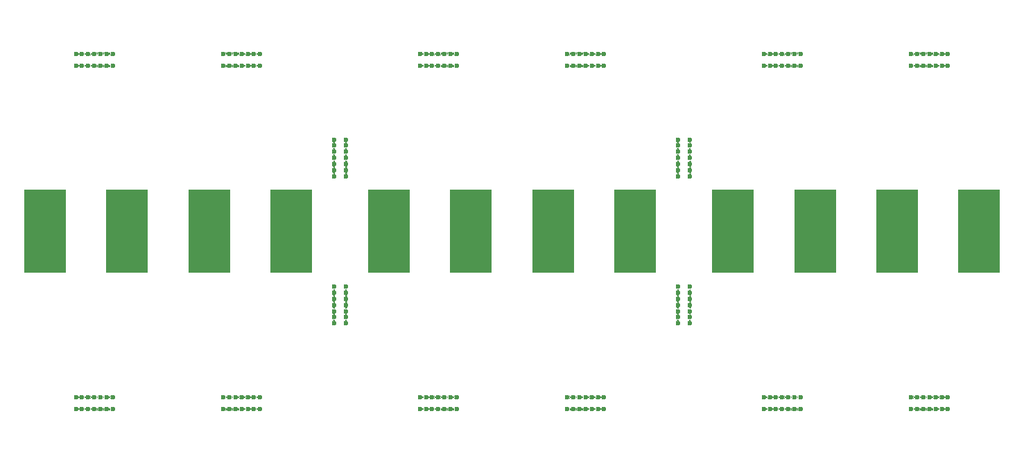
<source format=gbr>
%TF.GenerationSoftware,KiCad,Pcbnew,(6.0.0-0)*%
%TF.CreationDate,2022-10-21T10:58:35+11:00*%
%TF.ProjectId,cube_face_panel,63756265-5f66-4616-9365-5f70616e656c,rev?*%
%TF.SameCoordinates,Original*%
%TF.FileFunction,Soldermask,Bot*%
%TF.FilePolarity,Negative*%
%FSLAX46Y46*%
G04 Gerber Fmt 4.6, Leading zero omitted, Abs format (unit mm)*
G04 Created by KiCad (PCBNEW (6.0.0-0)) date 2022-10-21 10:58:35*
%MOMM*%
%LPD*%
G01*
G04 APERTURE LIST*
G04 Aperture macros list*
%AMRoundRect*
0 Rectangle with rounded corners*
0 $1 Rounding radius*
0 $2 $3 $4 $5 $6 $7 $8 $9 X,Y pos of 4 corners*
0 Add a 4 corners polygon primitive as box body*
4,1,4,$2,$3,$4,$5,$6,$7,$8,$9,$2,$3,0*
0 Add four circle primitives for the rounded corners*
1,1,$1+$1,$2,$3*
1,1,$1+$1,$4,$5*
1,1,$1+$1,$6,$7*
1,1,$1+$1,$8,$9*
0 Add four rect primitives between the rounded corners*
20,1,$1+$1,$2,$3,$4,$5,0*
20,1,$1+$1,$4,$5,$6,$7,0*
20,1,$1+$1,$6,$7,$8,$9,0*
20,1,$1+$1,$8,$9,$2,$3,0*%
G04 Aperture macros list end*
%ADD10C,0.600000*%
%ADD11RoundRect,0.050000X2.500000X5.000000X-2.500000X5.000000X-2.500000X-5.000000X2.500000X-5.000000X0*%
G04 APERTURE END LIST*
D10*
%TO.C,mouse-bite-2mm-slot*%
X215750000Y-95250000D03*
X218000000Y-95250000D03*
X218750000Y-96750000D03*
X215750000Y-96750000D03*
X216500000Y-95250000D03*
X218000000Y-96750000D03*
X219500000Y-95250000D03*
X216500000Y-96750000D03*
X217250000Y-95250000D03*
X218750000Y-95250000D03*
X220250000Y-96750000D03*
X220250000Y-95250000D03*
X217250000Y-96750000D03*
X219500000Y-96750000D03*
%TD*%
%TO.C,mouse-bite-2mm-slot*%
X188750000Y-84750000D03*
X187250000Y-85500000D03*
X187250000Y-83250000D03*
X188750000Y-84000000D03*
X187250000Y-84000000D03*
X187250000Y-82500000D03*
X187250000Y-86250000D03*
X188750000Y-81750000D03*
X188750000Y-82500000D03*
X188750000Y-85500000D03*
X188750000Y-83250000D03*
X188750000Y-86250000D03*
X187250000Y-81750000D03*
X187250000Y-84750000D03*
%TD*%
%TO.C,mouse-bite-2mm-slot*%
X158000000Y-54750000D03*
X160250000Y-54750000D03*
X158750000Y-54750000D03*
X156500000Y-54750000D03*
X157250000Y-53250000D03*
X158000000Y-53250000D03*
X159500000Y-53250000D03*
X158750000Y-53250000D03*
X160250000Y-53250000D03*
X155750000Y-53250000D03*
X159500000Y-54750000D03*
X157250000Y-54750000D03*
X156500000Y-53250000D03*
X155750000Y-54750000D03*
%TD*%
%TO.C,mouse-bite-2mm-slot*%
X118250000Y-96750000D03*
X116000000Y-96750000D03*
X115250000Y-95250000D03*
X117500000Y-96750000D03*
X117500000Y-95250000D03*
X113750000Y-96750000D03*
X115250000Y-96750000D03*
X113750000Y-95250000D03*
X116750000Y-95250000D03*
X114500000Y-96750000D03*
X116750000Y-96750000D03*
X118250000Y-95250000D03*
X114500000Y-95250000D03*
X116000000Y-95250000D03*
%TD*%
%TO.C,mouse-bite-2mm-slot*%
X199250000Y-53250000D03*
X200000000Y-53250000D03*
X202250000Y-53250000D03*
X201500000Y-54750000D03*
X198500000Y-54750000D03*
X201500000Y-53250000D03*
X198500000Y-53250000D03*
X202250000Y-54750000D03*
X199250000Y-54750000D03*
X200750000Y-54750000D03*
X197750000Y-53250000D03*
X200750000Y-53250000D03*
X200000000Y-54750000D03*
X197750000Y-54750000D03*
%TD*%
%TO.C,mouse-bite-2mm-slot*%
X146750000Y-83250000D03*
X146750000Y-82500000D03*
X146750000Y-84000000D03*
X145250000Y-86250000D03*
X146750000Y-85500000D03*
X145250000Y-85500000D03*
X145250000Y-84750000D03*
X146750000Y-84750000D03*
X146750000Y-86250000D03*
X145250000Y-83250000D03*
X146750000Y-81750000D03*
X145250000Y-81750000D03*
X145250000Y-82500000D03*
X145250000Y-84000000D03*
%TD*%
%TO.C,mouse-bite-2mm-slot*%
X118250000Y-54750000D03*
X116000000Y-54750000D03*
X115250000Y-53250000D03*
X118250000Y-53250000D03*
X117500000Y-54750000D03*
X116000000Y-53250000D03*
X114500000Y-54750000D03*
X117500000Y-53250000D03*
X116750000Y-54750000D03*
X115250000Y-54750000D03*
X113750000Y-53250000D03*
X113750000Y-54750000D03*
X116750000Y-53250000D03*
X114500000Y-53250000D03*
%TD*%
%TO.C,mouse-bite-2mm-slot*%
X134000000Y-54750000D03*
X134000000Y-53250000D03*
X133250000Y-53250000D03*
X132500000Y-54750000D03*
X131750000Y-54750000D03*
X134750000Y-53250000D03*
X135500000Y-53250000D03*
X131750000Y-53250000D03*
X135500000Y-54750000D03*
X133250000Y-54750000D03*
X136250000Y-53250000D03*
X136250000Y-54750000D03*
X134750000Y-54750000D03*
X132500000Y-53250000D03*
%TD*%
%TO.C,mouse-bite-2mm-slot*%
X159500000Y-96750000D03*
X158750000Y-96750000D03*
X156500000Y-95250000D03*
X155750000Y-95250000D03*
X158000000Y-96750000D03*
X157250000Y-95250000D03*
X156500000Y-96750000D03*
X155750000Y-96750000D03*
X158750000Y-95250000D03*
X157250000Y-96750000D03*
X158000000Y-95250000D03*
X160250000Y-95250000D03*
X159500000Y-95250000D03*
X160250000Y-96750000D03*
%TD*%
%TO.C,mouse-bite-2mm-slot*%
X188750000Y-64500000D03*
X187250000Y-66750000D03*
X188750000Y-63750000D03*
X188750000Y-68250000D03*
X187250000Y-67500000D03*
X188750000Y-66000000D03*
X187250000Y-65250000D03*
X188750000Y-67500000D03*
X187250000Y-64500000D03*
X187250000Y-68250000D03*
X187250000Y-66000000D03*
X188750000Y-66750000D03*
X188750000Y-65250000D03*
X187250000Y-63750000D03*
%TD*%
%TO.C,mouse-bite-2mm-slot*%
X146750000Y-66750000D03*
X146750000Y-63750000D03*
X145250000Y-68250000D03*
X146750000Y-68250000D03*
X146750000Y-65250000D03*
X145250000Y-65250000D03*
X146750000Y-64500000D03*
X145250000Y-63750000D03*
X146750000Y-67500000D03*
X146750000Y-66000000D03*
X145250000Y-64500000D03*
X145250000Y-66750000D03*
X145250000Y-67500000D03*
X145250000Y-66000000D03*
%TD*%
%TO.C,mouse-bite-2mm-slot*%
X200000000Y-95250000D03*
X200000000Y-96750000D03*
X200750000Y-96750000D03*
X201500000Y-95250000D03*
X202250000Y-95250000D03*
X199250000Y-96750000D03*
X198500000Y-96750000D03*
X202250000Y-96750000D03*
X198500000Y-95250000D03*
X200750000Y-95250000D03*
X197750000Y-96750000D03*
X197750000Y-95250000D03*
X199250000Y-95250000D03*
X201500000Y-96750000D03*
%TD*%
%TO.C,mouse-bite-2mm-slot*%
X215750000Y-53250000D03*
X218000000Y-53250000D03*
X218750000Y-54750000D03*
X216500000Y-53250000D03*
X216500000Y-54750000D03*
X220250000Y-53250000D03*
X218750000Y-53250000D03*
X220250000Y-54750000D03*
X217250000Y-54750000D03*
X219500000Y-53250000D03*
X217250000Y-53250000D03*
X215750000Y-54750000D03*
X219500000Y-54750000D03*
X218000000Y-54750000D03*
%TD*%
%TO.C,mouse-bite-2mm-slot*%
X134750000Y-96750000D03*
X134000000Y-96750000D03*
X131750000Y-96750000D03*
X132500000Y-95250000D03*
X135500000Y-95250000D03*
X132500000Y-96750000D03*
X135500000Y-96750000D03*
X131750000Y-95250000D03*
X134750000Y-95250000D03*
X133250000Y-95250000D03*
X136250000Y-96750000D03*
X133250000Y-96750000D03*
X134000000Y-95250000D03*
X136250000Y-95250000D03*
%TD*%
%TO.C,mouse-bite-2mm-slot*%
X176000000Y-95250000D03*
X173750000Y-95250000D03*
X175250000Y-95250000D03*
X177500000Y-95250000D03*
X176750000Y-96750000D03*
X176000000Y-96750000D03*
X174500000Y-96750000D03*
X175250000Y-96750000D03*
X173750000Y-96750000D03*
X178250000Y-96750000D03*
X174500000Y-95250000D03*
X176750000Y-95250000D03*
X177500000Y-96750000D03*
X178250000Y-95250000D03*
%TD*%
%TO.C,mouse-bite-2mm-slot*%
X174500000Y-53250000D03*
X175250000Y-53250000D03*
X177500000Y-54750000D03*
X178250000Y-54750000D03*
X176000000Y-53250000D03*
X176750000Y-54750000D03*
X177500000Y-53250000D03*
X178250000Y-53250000D03*
X175250000Y-54750000D03*
X176750000Y-53250000D03*
X176000000Y-54750000D03*
X173750000Y-54750000D03*
X174500000Y-54750000D03*
X173750000Y-53250000D03*
%TD*%
D11*
%TO.C,J8*%
X172000000Y-75000000D03*
%TD*%
%TO.C,J10*%
X194000000Y-75000000D03*
%TD*%
%TO.C,J5*%
X162000000Y-75000000D03*
%TD*%
%TO.C,J7*%
X182000000Y-75000000D03*
%TD*%
%TO.C,J2*%
X110000000Y-75000000D03*
%TD*%
%TO.C,J3*%
X140000000Y-75000000D03*
%TD*%
%TO.C,J4*%
X130000000Y-75000000D03*
%TD*%
%TO.C,J1*%
X120000000Y-75000000D03*
%TD*%
%TO.C,J6*%
X152000000Y-75000000D03*
%TD*%
%TO.C,J12*%
X214000000Y-75000000D03*
%TD*%
%TO.C,J9*%
X204000000Y-75000000D03*
%TD*%
%TO.C,J11*%
X224000000Y-75000000D03*
%TD*%
G36*
X114261462Y-96574923D02*
G01*
X114261298Y-96576559D01*
X114220001Y-96648088D01*
X114202031Y-96750000D01*
X114220001Y-96851912D01*
X114259564Y-96920436D01*
X114259564Y-96922436D01*
X114257832Y-96923436D01*
X114256301Y-96922723D01*
X114244878Y-96909134D01*
X114244578Y-96908653D01*
X114239107Y-96896219D01*
X114193564Y-96842160D01*
X114126314Y-96821395D01*
X114058504Y-96840288D01*
X114011964Y-96892049D01*
X113999438Y-96917904D01*
X113999121Y-96918374D01*
X113991039Y-96927303D01*
X113989135Y-96927916D01*
X113987652Y-96926574D01*
X113987824Y-96924961D01*
X114029999Y-96851912D01*
X114047969Y-96750000D01*
X114029999Y-96648088D01*
X113989570Y-96578064D01*
X113989570Y-96576064D01*
X113991302Y-96575064D01*
X113992817Y-96575758D01*
X114003158Y-96587759D01*
X114003464Y-96588237D01*
X114011232Y-96605322D01*
X114057432Y-96658818D01*
X114124933Y-96678761D01*
X114192504Y-96659041D01*
X114238410Y-96606712D01*
X114248532Y-96585154D01*
X114248843Y-96584680D01*
X114258067Y-96574235D01*
X114259963Y-96573599D01*
X114261462Y-96574923D01*
G37*
G36*
X174261462Y-96574923D02*
G01*
X174261298Y-96576559D01*
X174220001Y-96648088D01*
X174202031Y-96750000D01*
X174220001Y-96851912D01*
X174259564Y-96920436D01*
X174259564Y-96922436D01*
X174257832Y-96923436D01*
X174256301Y-96922723D01*
X174244878Y-96909134D01*
X174244578Y-96908653D01*
X174239107Y-96896219D01*
X174193564Y-96842160D01*
X174126314Y-96821395D01*
X174058504Y-96840288D01*
X174011964Y-96892049D01*
X173999438Y-96917904D01*
X173999121Y-96918374D01*
X173991039Y-96927303D01*
X173989135Y-96927916D01*
X173987652Y-96926574D01*
X173987824Y-96924961D01*
X174029999Y-96851912D01*
X174047969Y-96750000D01*
X174029999Y-96648088D01*
X173989570Y-96578064D01*
X173989570Y-96576064D01*
X173991302Y-96575064D01*
X173992817Y-96575758D01*
X174003158Y-96587759D01*
X174003464Y-96588237D01*
X174011232Y-96605322D01*
X174057432Y-96658818D01*
X174124933Y-96678761D01*
X174192504Y-96659041D01*
X174238410Y-96606712D01*
X174248532Y-96585154D01*
X174248843Y-96584680D01*
X174258067Y-96574235D01*
X174259963Y-96573599D01*
X174261462Y-96574923D01*
G37*
G36*
X175011462Y-96574923D02*
G01*
X175011298Y-96576559D01*
X174970001Y-96648088D01*
X174952031Y-96750000D01*
X174970001Y-96851912D01*
X175009564Y-96920436D01*
X175009564Y-96922436D01*
X175007832Y-96923436D01*
X175006301Y-96922723D01*
X174994878Y-96909134D01*
X174994578Y-96908653D01*
X174989107Y-96896219D01*
X174943564Y-96842160D01*
X174876314Y-96821395D01*
X174808504Y-96840288D01*
X174761964Y-96892049D01*
X174749438Y-96917904D01*
X174749121Y-96918374D01*
X174741039Y-96927303D01*
X174739135Y-96927916D01*
X174737652Y-96926574D01*
X174737824Y-96924961D01*
X174779999Y-96851912D01*
X174797969Y-96750000D01*
X174779999Y-96648088D01*
X174739570Y-96578064D01*
X174739570Y-96576064D01*
X174741302Y-96575064D01*
X174742817Y-96575758D01*
X174753158Y-96587759D01*
X174753464Y-96588237D01*
X174761232Y-96605322D01*
X174807432Y-96658818D01*
X174874933Y-96678761D01*
X174942504Y-96659041D01*
X174988410Y-96606712D01*
X174998532Y-96585154D01*
X174998843Y-96584680D01*
X175008067Y-96574235D01*
X175009963Y-96573599D01*
X175011462Y-96574923D01*
G37*
G36*
X157761462Y-96574923D02*
G01*
X157761298Y-96576559D01*
X157720001Y-96648088D01*
X157702031Y-96750000D01*
X157720001Y-96851912D01*
X157759564Y-96920436D01*
X157759564Y-96922436D01*
X157757832Y-96923436D01*
X157756301Y-96922723D01*
X157744878Y-96909134D01*
X157744578Y-96908653D01*
X157739107Y-96896219D01*
X157693564Y-96842160D01*
X157626314Y-96821395D01*
X157558504Y-96840288D01*
X157511964Y-96892049D01*
X157499438Y-96917904D01*
X157499121Y-96918374D01*
X157491039Y-96927303D01*
X157489135Y-96927916D01*
X157487652Y-96926574D01*
X157487824Y-96924961D01*
X157529999Y-96851912D01*
X157547969Y-96750000D01*
X157529999Y-96648088D01*
X157489570Y-96578064D01*
X157489570Y-96576064D01*
X157491302Y-96575064D01*
X157492817Y-96575758D01*
X157503158Y-96587759D01*
X157503464Y-96588237D01*
X157511232Y-96605322D01*
X157557432Y-96658818D01*
X157624933Y-96678761D01*
X157692504Y-96659041D01*
X157738410Y-96606712D01*
X157748532Y-96585154D01*
X157748843Y-96584680D01*
X157758067Y-96574235D01*
X157759963Y-96573599D01*
X157761462Y-96574923D01*
G37*
G36*
X177261462Y-96574923D02*
G01*
X177261298Y-96576559D01*
X177220001Y-96648088D01*
X177202031Y-96750000D01*
X177220001Y-96851912D01*
X177259564Y-96920436D01*
X177259564Y-96922436D01*
X177257832Y-96923436D01*
X177256301Y-96922723D01*
X177244878Y-96909134D01*
X177244578Y-96908653D01*
X177239107Y-96896219D01*
X177193564Y-96842160D01*
X177126314Y-96821395D01*
X177058504Y-96840288D01*
X177011964Y-96892049D01*
X176999438Y-96917904D01*
X176999121Y-96918374D01*
X176991039Y-96927303D01*
X176989135Y-96927916D01*
X176987652Y-96926574D01*
X176987824Y-96924961D01*
X177029999Y-96851912D01*
X177047969Y-96750000D01*
X177029999Y-96648088D01*
X176989570Y-96578064D01*
X176989570Y-96576064D01*
X176991302Y-96575064D01*
X176992817Y-96575758D01*
X177003158Y-96587759D01*
X177003464Y-96588237D01*
X177011232Y-96605322D01*
X177057432Y-96658818D01*
X177124933Y-96678761D01*
X177192504Y-96659041D01*
X177238410Y-96606712D01*
X177248532Y-96585154D01*
X177248843Y-96584680D01*
X177258067Y-96574235D01*
X177259963Y-96573599D01*
X177261462Y-96574923D01*
G37*
G36*
X157011462Y-96574923D02*
G01*
X157011298Y-96576559D01*
X156970001Y-96648088D01*
X156952031Y-96750000D01*
X156970001Y-96851912D01*
X157009564Y-96920436D01*
X157009564Y-96922436D01*
X157007832Y-96923436D01*
X157006301Y-96922723D01*
X156994878Y-96909134D01*
X156994578Y-96908653D01*
X156989107Y-96896219D01*
X156943564Y-96842160D01*
X156876314Y-96821395D01*
X156808504Y-96840288D01*
X156761964Y-96892049D01*
X156749438Y-96917904D01*
X156749121Y-96918374D01*
X156741039Y-96927303D01*
X156739135Y-96927916D01*
X156737652Y-96926574D01*
X156737824Y-96924961D01*
X156779999Y-96851912D01*
X156797969Y-96750000D01*
X156779999Y-96648088D01*
X156739570Y-96578064D01*
X156739570Y-96576064D01*
X156741302Y-96575064D01*
X156742817Y-96575758D01*
X156753158Y-96587759D01*
X156753464Y-96588237D01*
X156761232Y-96605322D01*
X156807432Y-96658818D01*
X156874933Y-96678761D01*
X156942504Y-96659041D01*
X156988410Y-96606712D01*
X156998532Y-96585154D01*
X156998843Y-96584680D01*
X157008067Y-96574235D01*
X157009963Y-96573599D01*
X157011462Y-96574923D01*
G37*
G36*
X219261462Y-96574923D02*
G01*
X219261298Y-96576559D01*
X219220001Y-96648088D01*
X219202031Y-96750000D01*
X219220001Y-96851912D01*
X219259564Y-96920436D01*
X219259564Y-96922436D01*
X219257832Y-96923436D01*
X219256301Y-96922723D01*
X219244878Y-96909134D01*
X219244578Y-96908653D01*
X219239107Y-96896219D01*
X219193564Y-96842160D01*
X219126314Y-96821395D01*
X219058504Y-96840288D01*
X219011964Y-96892049D01*
X218999438Y-96917904D01*
X218999121Y-96918374D01*
X218991039Y-96927303D01*
X218989135Y-96927916D01*
X218987652Y-96926574D01*
X218987824Y-96924961D01*
X219029999Y-96851912D01*
X219047969Y-96750000D01*
X219029999Y-96648088D01*
X218989570Y-96578064D01*
X218989570Y-96576064D01*
X218991302Y-96575064D01*
X218992817Y-96575758D01*
X219003158Y-96587759D01*
X219003464Y-96588237D01*
X219011232Y-96605322D01*
X219057432Y-96658818D01*
X219124933Y-96678761D01*
X219192504Y-96659041D01*
X219238410Y-96606712D01*
X219248532Y-96585154D01*
X219248843Y-96584680D01*
X219258067Y-96574235D01*
X219259963Y-96573599D01*
X219261462Y-96574923D01*
G37*
G36*
X115011462Y-96574923D02*
G01*
X115011298Y-96576559D01*
X114970001Y-96648088D01*
X114952031Y-96750000D01*
X114970001Y-96851912D01*
X115009564Y-96920436D01*
X115009564Y-96922436D01*
X115007832Y-96923436D01*
X115006301Y-96922723D01*
X114994878Y-96909134D01*
X114994578Y-96908653D01*
X114989107Y-96896219D01*
X114943564Y-96842160D01*
X114876314Y-96821395D01*
X114808504Y-96840288D01*
X114761964Y-96892049D01*
X114749438Y-96917904D01*
X114749121Y-96918374D01*
X114741039Y-96927303D01*
X114739135Y-96927916D01*
X114737652Y-96926574D01*
X114737824Y-96924961D01*
X114779999Y-96851912D01*
X114797969Y-96750000D01*
X114779999Y-96648088D01*
X114739570Y-96578064D01*
X114739570Y-96576064D01*
X114741302Y-96575064D01*
X114742817Y-96575758D01*
X114753158Y-96587759D01*
X114753464Y-96588237D01*
X114761232Y-96605322D01*
X114807432Y-96658818D01*
X114874933Y-96678761D01*
X114942504Y-96659041D01*
X114988410Y-96606712D01*
X114998532Y-96585154D01*
X114998843Y-96584680D01*
X115008067Y-96574235D01*
X115009963Y-96573599D01*
X115011462Y-96574923D01*
G37*
G36*
X178011462Y-96574923D02*
G01*
X178011298Y-96576559D01*
X177970001Y-96648088D01*
X177952031Y-96750000D01*
X177970001Y-96851912D01*
X178009564Y-96920436D01*
X178009564Y-96922436D01*
X178007832Y-96923436D01*
X178006301Y-96922723D01*
X177994878Y-96909134D01*
X177994578Y-96908653D01*
X177989107Y-96896219D01*
X177943564Y-96842160D01*
X177876314Y-96821395D01*
X177808504Y-96840288D01*
X177761964Y-96892049D01*
X177749438Y-96917904D01*
X177749121Y-96918374D01*
X177741039Y-96927303D01*
X177739135Y-96927916D01*
X177737652Y-96926574D01*
X177737824Y-96924961D01*
X177779999Y-96851912D01*
X177797969Y-96750000D01*
X177779999Y-96648088D01*
X177739570Y-96578064D01*
X177739570Y-96576064D01*
X177741302Y-96575064D01*
X177742817Y-96575758D01*
X177753158Y-96587759D01*
X177753464Y-96588237D01*
X177761232Y-96605322D01*
X177807432Y-96658818D01*
X177874933Y-96678761D01*
X177942504Y-96659041D01*
X177988410Y-96606712D01*
X177998532Y-96585154D01*
X177998843Y-96584680D01*
X178008067Y-96574235D01*
X178009963Y-96573599D01*
X178011462Y-96574923D01*
G37*
G36*
X217011462Y-96574923D02*
G01*
X217011298Y-96576559D01*
X216970001Y-96648088D01*
X216952031Y-96750000D01*
X216970001Y-96851912D01*
X217009564Y-96920436D01*
X217009564Y-96922436D01*
X217007832Y-96923436D01*
X217006301Y-96922723D01*
X216994878Y-96909134D01*
X216994578Y-96908653D01*
X216989107Y-96896219D01*
X216943564Y-96842160D01*
X216876314Y-96821395D01*
X216808504Y-96840288D01*
X216761964Y-96892049D01*
X216749438Y-96917904D01*
X216749121Y-96918374D01*
X216741039Y-96927303D01*
X216739135Y-96927916D01*
X216737652Y-96926574D01*
X216737824Y-96924961D01*
X216779999Y-96851912D01*
X216797969Y-96750000D01*
X216779999Y-96648088D01*
X216739570Y-96578064D01*
X216739570Y-96576064D01*
X216741302Y-96575064D01*
X216742817Y-96575758D01*
X216753158Y-96587759D01*
X216753464Y-96588237D01*
X216761232Y-96605322D01*
X216807432Y-96658818D01*
X216874933Y-96678761D01*
X216942504Y-96659041D01*
X216988410Y-96606712D01*
X216998532Y-96585154D01*
X216998843Y-96584680D01*
X217008067Y-96574235D01*
X217009963Y-96573599D01*
X217011462Y-96574923D01*
G37*
G36*
X118011462Y-96574923D02*
G01*
X118011298Y-96576559D01*
X117970001Y-96648088D01*
X117952031Y-96750000D01*
X117970001Y-96851912D01*
X118009564Y-96920436D01*
X118009564Y-96922436D01*
X118007832Y-96923436D01*
X118006301Y-96922723D01*
X117994878Y-96909134D01*
X117994578Y-96908653D01*
X117989107Y-96896219D01*
X117943564Y-96842160D01*
X117876314Y-96821395D01*
X117808504Y-96840288D01*
X117761964Y-96892049D01*
X117749438Y-96917904D01*
X117749121Y-96918374D01*
X117741039Y-96927303D01*
X117739135Y-96927916D01*
X117737652Y-96926574D01*
X117737824Y-96924961D01*
X117779999Y-96851912D01*
X117797969Y-96750000D01*
X117779999Y-96648088D01*
X117739570Y-96578064D01*
X117739570Y-96576064D01*
X117741302Y-96575064D01*
X117742817Y-96575758D01*
X117753158Y-96587759D01*
X117753464Y-96588237D01*
X117761232Y-96605322D01*
X117807432Y-96658818D01*
X117874933Y-96678761D01*
X117942504Y-96659041D01*
X117988410Y-96606712D01*
X117998532Y-96585154D01*
X117998843Y-96584680D01*
X118008067Y-96574235D01*
X118009963Y-96573599D01*
X118011462Y-96574923D01*
G37*
G36*
X160011462Y-96574923D02*
G01*
X160011298Y-96576559D01*
X159970001Y-96648088D01*
X159952031Y-96750000D01*
X159970001Y-96851912D01*
X160009564Y-96920436D01*
X160009564Y-96922436D01*
X160007832Y-96923436D01*
X160006301Y-96922723D01*
X159994878Y-96909134D01*
X159994578Y-96908653D01*
X159989107Y-96896219D01*
X159943564Y-96842160D01*
X159876314Y-96821395D01*
X159808504Y-96840288D01*
X159761964Y-96892049D01*
X159749438Y-96917904D01*
X159749121Y-96918374D01*
X159741039Y-96927303D01*
X159739135Y-96927916D01*
X159737652Y-96926574D01*
X159737824Y-96924961D01*
X159779999Y-96851912D01*
X159797969Y-96750000D01*
X159779999Y-96648088D01*
X159739570Y-96578064D01*
X159739570Y-96576064D01*
X159741302Y-96575064D01*
X159742817Y-96575758D01*
X159753158Y-96587759D01*
X159753464Y-96588237D01*
X159761232Y-96605322D01*
X159807432Y-96658818D01*
X159874933Y-96678761D01*
X159942504Y-96659041D01*
X159988410Y-96606712D01*
X159998532Y-96585154D01*
X159998843Y-96584680D01*
X160008067Y-96574235D01*
X160009963Y-96573599D01*
X160011462Y-96574923D01*
G37*
G36*
X135261462Y-96574923D02*
G01*
X135261298Y-96576559D01*
X135220001Y-96648088D01*
X135202031Y-96750000D01*
X135220001Y-96851912D01*
X135259564Y-96920436D01*
X135259564Y-96922436D01*
X135257832Y-96923436D01*
X135256301Y-96922723D01*
X135244878Y-96909134D01*
X135244578Y-96908653D01*
X135239107Y-96896219D01*
X135193564Y-96842160D01*
X135126314Y-96821395D01*
X135058504Y-96840288D01*
X135011964Y-96892049D01*
X134999438Y-96917904D01*
X134999121Y-96918374D01*
X134991039Y-96927303D01*
X134989135Y-96927916D01*
X134987652Y-96926574D01*
X134987824Y-96924961D01*
X135029999Y-96851912D01*
X135047969Y-96750000D01*
X135029999Y-96648088D01*
X134989570Y-96578064D01*
X134989570Y-96576064D01*
X134991302Y-96575064D01*
X134992817Y-96575758D01*
X135003158Y-96587759D01*
X135003464Y-96588237D01*
X135011232Y-96605322D01*
X135057432Y-96658818D01*
X135124933Y-96678761D01*
X135192504Y-96659041D01*
X135238410Y-96606712D01*
X135248532Y-96585154D01*
X135248843Y-96584680D01*
X135258067Y-96574235D01*
X135259963Y-96573599D01*
X135261462Y-96574923D01*
G37*
G36*
X175761462Y-96574923D02*
G01*
X175761298Y-96576559D01*
X175720001Y-96648088D01*
X175702031Y-96750000D01*
X175720001Y-96851912D01*
X175759564Y-96920436D01*
X175759564Y-96922436D01*
X175757832Y-96923436D01*
X175756301Y-96922723D01*
X175744878Y-96909134D01*
X175744578Y-96908653D01*
X175739107Y-96896219D01*
X175693564Y-96842160D01*
X175626314Y-96821395D01*
X175558504Y-96840288D01*
X175511964Y-96892049D01*
X175499438Y-96917904D01*
X175499121Y-96918374D01*
X175491039Y-96927303D01*
X175489135Y-96927916D01*
X175487652Y-96926574D01*
X175487824Y-96924961D01*
X175529999Y-96851912D01*
X175547969Y-96750000D01*
X175529999Y-96648088D01*
X175489570Y-96578064D01*
X175489570Y-96576064D01*
X175491302Y-96575064D01*
X175492817Y-96575758D01*
X175503158Y-96587759D01*
X175503464Y-96588237D01*
X175511232Y-96605322D01*
X175557432Y-96658818D01*
X175624933Y-96678761D01*
X175692504Y-96659041D01*
X175738410Y-96606712D01*
X175748532Y-96585154D01*
X175748843Y-96584680D01*
X175758067Y-96574235D01*
X175759963Y-96573599D01*
X175761462Y-96574923D01*
G37*
G36*
X218511462Y-96574923D02*
G01*
X218511298Y-96576559D01*
X218470001Y-96648088D01*
X218452031Y-96750000D01*
X218470001Y-96851912D01*
X218509564Y-96920436D01*
X218509564Y-96922436D01*
X218507832Y-96923436D01*
X218506301Y-96922723D01*
X218494878Y-96909134D01*
X218494578Y-96908653D01*
X218489107Y-96896219D01*
X218443564Y-96842160D01*
X218376314Y-96821395D01*
X218308504Y-96840288D01*
X218261964Y-96892049D01*
X218249438Y-96917904D01*
X218249121Y-96918374D01*
X218241039Y-96927303D01*
X218239135Y-96927916D01*
X218237652Y-96926574D01*
X218237824Y-96924961D01*
X218279999Y-96851912D01*
X218297969Y-96750000D01*
X218279999Y-96648088D01*
X218239570Y-96578064D01*
X218239570Y-96576064D01*
X218241302Y-96575064D01*
X218242817Y-96575758D01*
X218253158Y-96587759D01*
X218253464Y-96588237D01*
X218261232Y-96605322D01*
X218307432Y-96658818D01*
X218374933Y-96678761D01*
X218442504Y-96659041D01*
X218488410Y-96606712D01*
X218498532Y-96585154D01*
X218498843Y-96584680D01*
X218508067Y-96574235D01*
X218509963Y-96573599D01*
X218511462Y-96574923D01*
G37*
G36*
X199761462Y-96574923D02*
G01*
X199761298Y-96576559D01*
X199720001Y-96648088D01*
X199702031Y-96750000D01*
X199720001Y-96851912D01*
X199759564Y-96920436D01*
X199759564Y-96922436D01*
X199757832Y-96923436D01*
X199756301Y-96922723D01*
X199744878Y-96909134D01*
X199744578Y-96908653D01*
X199739107Y-96896219D01*
X199693564Y-96842160D01*
X199626314Y-96821395D01*
X199558504Y-96840288D01*
X199511964Y-96892049D01*
X199499438Y-96917904D01*
X199499121Y-96918374D01*
X199491039Y-96927303D01*
X199489135Y-96927916D01*
X199487652Y-96926574D01*
X199487824Y-96924961D01*
X199529999Y-96851912D01*
X199547969Y-96750000D01*
X199529999Y-96648088D01*
X199489570Y-96578064D01*
X199489570Y-96576064D01*
X199491302Y-96575064D01*
X199492817Y-96575758D01*
X199503158Y-96587759D01*
X199503464Y-96588237D01*
X199511232Y-96605322D01*
X199557432Y-96658818D01*
X199624933Y-96678761D01*
X199692504Y-96659041D01*
X199738410Y-96606712D01*
X199748532Y-96585154D01*
X199748843Y-96584680D01*
X199758067Y-96574235D01*
X199759963Y-96573599D01*
X199761462Y-96574923D01*
G37*
G36*
X134511462Y-96574923D02*
G01*
X134511298Y-96576559D01*
X134470001Y-96648088D01*
X134452031Y-96750000D01*
X134470001Y-96851912D01*
X134509564Y-96920436D01*
X134509564Y-96922436D01*
X134507832Y-96923436D01*
X134506301Y-96922723D01*
X134494878Y-96909134D01*
X134494578Y-96908653D01*
X134489107Y-96896219D01*
X134443564Y-96842160D01*
X134376314Y-96821395D01*
X134308504Y-96840288D01*
X134261964Y-96892049D01*
X134249438Y-96917904D01*
X134249121Y-96918374D01*
X134241039Y-96927303D01*
X134239135Y-96927916D01*
X134237652Y-96926574D01*
X134237824Y-96924961D01*
X134279999Y-96851912D01*
X134297969Y-96750000D01*
X134279999Y-96648088D01*
X134239570Y-96578064D01*
X134239570Y-96576064D01*
X134241302Y-96575064D01*
X134242817Y-96575758D01*
X134253158Y-96587759D01*
X134253464Y-96588237D01*
X134261232Y-96605322D01*
X134307432Y-96658818D01*
X134374933Y-96678761D01*
X134442504Y-96659041D01*
X134488410Y-96606712D01*
X134498532Y-96585154D01*
X134498843Y-96584680D01*
X134508067Y-96574235D01*
X134509963Y-96573599D01*
X134511462Y-96574923D01*
G37*
G36*
X159261462Y-96574923D02*
G01*
X159261298Y-96576559D01*
X159220001Y-96648088D01*
X159202031Y-96750000D01*
X159220001Y-96851912D01*
X159259564Y-96920436D01*
X159259564Y-96922436D01*
X159257832Y-96923436D01*
X159256301Y-96922723D01*
X159244878Y-96909134D01*
X159244578Y-96908653D01*
X159239107Y-96896219D01*
X159193564Y-96842160D01*
X159126314Y-96821395D01*
X159058504Y-96840288D01*
X159011964Y-96892049D01*
X158999438Y-96917904D01*
X158999121Y-96918374D01*
X158991039Y-96927303D01*
X158989135Y-96927916D01*
X158987652Y-96926574D01*
X158987824Y-96924961D01*
X159029999Y-96851912D01*
X159047969Y-96750000D01*
X159029999Y-96648088D01*
X158989570Y-96578064D01*
X158989570Y-96576064D01*
X158991302Y-96575064D01*
X158992817Y-96575758D01*
X159003158Y-96587759D01*
X159003464Y-96588237D01*
X159011232Y-96605322D01*
X159057432Y-96658818D01*
X159124933Y-96678761D01*
X159192504Y-96659041D01*
X159238410Y-96606712D01*
X159248532Y-96585154D01*
X159248843Y-96584680D01*
X159258067Y-96574235D01*
X159259963Y-96573599D01*
X159261462Y-96574923D01*
G37*
G36*
X220011462Y-96574923D02*
G01*
X220011298Y-96576559D01*
X219970001Y-96648088D01*
X219952031Y-96750000D01*
X219970001Y-96851912D01*
X220009564Y-96920436D01*
X220009564Y-96922436D01*
X220007832Y-96923436D01*
X220006301Y-96922723D01*
X219994878Y-96909134D01*
X219994578Y-96908653D01*
X219989107Y-96896219D01*
X219943564Y-96842160D01*
X219876314Y-96821395D01*
X219808504Y-96840288D01*
X219761964Y-96892049D01*
X219749438Y-96917904D01*
X219749121Y-96918374D01*
X219741039Y-96927303D01*
X219739135Y-96927916D01*
X219737652Y-96926574D01*
X219737824Y-96924961D01*
X219779999Y-96851912D01*
X219797969Y-96750000D01*
X219779999Y-96648088D01*
X219739570Y-96578064D01*
X219739570Y-96576064D01*
X219741302Y-96575064D01*
X219742817Y-96575758D01*
X219753158Y-96587759D01*
X219753464Y-96588237D01*
X219761232Y-96605322D01*
X219807432Y-96658818D01*
X219874933Y-96678761D01*
X219942504Y-96659041D01*
X219988410Y-96606712D01*
X219998532Y-96585154D01*
X219998843Y-96584680D01*
X220008067Y-96574235D01*
X220009963Y-96573599D01*
X220011462Y-96574923D01*
G37*
G36*
X200511462Y-96574923D02*
G01*
X200511298Y-96576559D01*
X200470001Y-96648088D01*
X200452031Y-96750000D01*
X200470001Y-96851912D01*
X200509564Y-96920436D01*
X200509564Y-96922436D01*
X200507832Y-96923436D01*
X200506301Y-96922723D01*
X200494878Y-96909134D01*
X200494578Y-96908653D01*
X200489107Y-96896219D01*
X200443564Y-96842160D01*
X200376314Y-96821395D01*
X200308504Y-96840288D01*
X200261964Y-96892049D01*
X200249438Y-96917904D01*
X200249121Y-96918374D01*
X200241039Y-96927303D01*
X200239135Y-96927916D01*
X200237652Y-96926574D01*
X200237824Y-96924961D01*
X200279999Y-96851912D01*
X200297969Y-96750000D01*
X200279999Y-96648088D01*
X200239570Y-96578064D01*
X200239570Y-96576064D01*
X200241302Y-96575064D01*
X200242817Y-96575758D01*
X200253158Y-96587759D01*
X200253464Y-96588237D01*
X200261232Y-96605322D01*
X200307432Y-96658818D01*
X200374933Y-96678761D01*
X200442504Y-96659041D01*
X200488410Y-96606712D01*
X200498532Y-96585154D01*
X200498843Y-96584680D01*
X200508067Y-96574235D01*
X200509963Y-96573599D01*
X200511462Y-96574923D01*
G37*
G36*
X116511462Y-96574923D02*
G01*
X116511298Y-96576559D01*
X116470001Y-96648088D01*
X116452031Y-96750000D01*
X116470001Y-96851912D01*
X116509564Y-96920436D01*
X116509564Y-96922436D01*
X116507832Y-96923436D01*
X116506301Y-96922723D01*
X116494878Y-96909134D01*
X116494578Y-96908653D01*
X116489107Y-96896219D01*
X116443564Y-96842160D01*
X116376314Y-96821395D01*
X116308504Y-96840288D01*
X116261964Y-96892049D01*
X116249438Y-96917904D01*
X116249121Y-96918374D01*
X116241039Y-96927303D01*
X116239135Y-96927916D01*
X116237652Y-96926574D01*
X116237824Y-96924961D01*
X116279999Y-96851912D01*
X116297969Y-96750000D01*
X116279999Y-96648088D01*
X116239570Y-96578064D01*
X116239570Y-96576064D01*
X116241302Y-96575064D01*
X116242817Y-96575758D01*
X116253158Y-96587759D01*
X116253464Y-96588237D01*
X116261232Y-96605322D01*
X116307432Y-96658818D01*
X116374933Y-96678761D01*
X116442504Y-96659041D01*
X116488410Y-96606712D01*
X116498532Y-96585154D01*
X116498843Y-96584680D01*
X116508067Y-96574235D01*
X116509963Y-96573599D01*
X116511462Y-96574923D01*
G37*
G36*
X133761462Y-96574923D02*
G01*
X133761298Y-96576559D01*
X133720001Y-96648088D01*
X133702031Y-96750000D01*
X133720001Y-96851912D01*
X133759564Y-96920436D01*
X133759564Y-96922436D01*
X133757832Y-96923436D01*
X133756301Y-96922723D01*
X133744878Y-96909134D01*
X133744578Y-96908653D01*
X133739107Y-96896219D01*
X133693564Y-96842160D01*
X133626314Y-96821395D01*
X133558504Y-96840288D01*
X133511964Y-96892049D01*
X133499438Y-96917904D01*
X133499121Y-96918374D01*
X133491039Y-96927303D01*
X133489135Y-96927916D01*
X133487652Y-96926574D01*
X133487824Y-96924961D01*
X133529999Y-96851912D01*
X133547969Y-96750000D01*
X133529999Y-96648088D01*
X133489570Y-96578064D01*
X133489570Y-96576064D01*
X133491302Y-96575064D01*
X133492817Y-96575758D01*
X133503158Y-96587759D01*
X133503464Y-96588237D01*
X133511232Y-96605322D01*
X133557432Y-96658818D01*
X133624933Y-96678761D01*
X133692504Y-96659041D01*
X133738410Y-96606712D01*
X133748532Y-96585154D01*
X133748843Y-96584680D01*
X133758067Y-96574235D01*
X133759963Y-96573599D01*
X133761462Y-96574923D01*
G37*
G36*
X201261462Y-96574923D02*
G01*
X201261298Y-96576559D01*
X201220001Y-96648088D01*
X201202031Y-96750000D01*
X201220001Y-96851912D01*
X201259564Y-96920436D01*
X201259564Y-96922436D01*
X201257832Y-96923436D01*
X201256301Y-96922723D01*
X201244878Y-96909134D01*
X201244578Y-96908653D01*
X201239107Y-96896219D01*
X201193564Y-96842160D01*
X201126314Y-96821395D01*
X201058504Y-96840288D01*
X201011964Y-96892049D01*
X200999438Y-96917904D01*
X200999121Y-96918374D01*
X200991039Y-96927303D01*
X200989135Y-96927916D01*
X200987652Y-96926574D01*
X200987824Y-96924961D01*
X201029999Y-96851912D01*
X201047969Y-96750000D01*
X201029999Y-96648088D01*
X200989570Y-96578064D01*
X200989570Y-96576064D01*
X200991302Y-96575064D01*
X200992817Y-96575758D01*
X201003158Y-96587759D01*
X201003464Y-96588237D01*
X201011232Y-96605322D01*
X201057432Y-96658818D01*
X201124933Y-96678761D01*
X201192504Y-96659041D01*
X201238410Y-96606712D01*
X201248532Y-96585154D01*
X201248843Y-96584680D01*
X201258067Y-96574235D01*
X201259963Y-96573599D01*
X201261462Y-96574923D01*
G37*
G36*
X133011462Y-96574923D02*
G01*
X133011298Y-96576559D01*
X132970001Y-96648088D01*
X132952031Y-96750000D01*
X132970001Y-96851912D01*
X133009564Y-96920436D01*
X133009564Y-96922436D01*
X133007832Y-96923436D01*
X133006301Y-96922723D01*
X132994878Y-96909134D01*
X132994578Y-96908653D01*
X132989107Y-96896219D01*
X132943564Y-96842160D01*
X132876314Y-96821395D01*
X132808504Y-96840288D01*
X132761964Y-96892049D01*
X132749438Y-96917904D01*
X132749121Y-96918374D01*
X132741039Y-96927303D01*
X132739135Y-96927916D01*
X132737652Y-96926574D01*
X132737824Y-96924961D01*
X132779999Y-96851912D01*
X132797969Y-96750000D01*
X132779999Y-96648088D01*
X132739570Y-96578064D01*
X132739570Y-96576064D01*
X132741302Y-96575064D01*
X132742817Y-96575758D01*
X132753158Y-96587759D01*
X132753464Y-96588237D01*
X132761232Y-96605322D01*
X132807432Y-96658818D01*
X132874933Y-96678761D01*
X132942504Y-96659041D01*
X132988410Y-96606712D01*
X132998532Y-96585154D01*
X132998843Y-96584680D01*
X133008067Y-96574235D01*
X133009963Y-96573599D01*
X133011462Y-96574923D01*
G37*
G36*
X217761462Y-96574923D02*
G01*
X217761298Y-96576559D01*
X217720001Y-96648088D01*
X217702031Y-96750000D01*
X217720001Y-96851912D01*
X217759564Y-96920436D01*
X217759564Y-96922436D01*
X217757832Y-96923436D01*
X217756301Y-96922723D01*
X217744878Y-96909134D01*
X217744578Y-96908653D01*
X217739107Y-96896219D01*
X217693564Y-96842160D01*
X217626314Y-96821395D01*
X217558504Y-96840288D01*
X217511964Y-96892049D01*
X217499438Y-96917904D01*
X217499121Y-96918374D01*
X217491039Y-96927303D01*
X217489135Y-96927916D01*
X217487652Y-96926574D01*
X217487824Y-96924961D01*
X217529999Y-96851912D01*
X217547969Y-96750000D01*
X217529999Y-96648088D01*
X217489570Y-96578064D01*
X217489570Y-96576064D01*
X217491302Y-96575064D01*
X217492817Y-96575758D01*
X217503158Y-96587759D01*
X217503464Y-96588237D01*
X217511232Y-96605322D01*
X217557432Y-96658818D01*
X217624933Y-96678761D01*
X217692504Y-96659041D01*
X217738410Y-96606712D01*
X217748532Y-96585154D01*
X217748843Y-96584680D01*
X217758067Y-96574235D01*
X217759963Y-96573599D01*
X217761462Y-96574923D01*
G37*
G36*
X198261462Y-96574923D02*
G01*
X198261298Y-96576559D01*
X198220001Y-96648088D01*
X198202031Y-96750000D01*
X198220001Y-96851912D01*
X198259564Y-96920436D01*
X198259564Y-96922436D01*
X198257832Y-96923436D01*
X198256301Y-96922723D01*
X198244878Y-96909134D01*
X198244578Y-96908653D01*
X198239107Y-96896219D01*
X198193564Y-96842160D01*
X198126314Y-96821395D01*
X198058504Y-96840288D01*
X198011964Y-96892049D01*
X197999438Y-96917904D01*
X197999121Y-96918374D01*
X197991039Y-96927303D01*
X197989135Y-96927916D01*
X197987652Y-96926574D01*
X197987824Y-96924961D01*
X198029999Y-96851912D01*
X198047969Y-96750000D01*
X198029999Y-96648088D01*
X197989570Y-96578064D01*
X197989570Y-96576064D01*
X197991302Y-96575064D01*
X197992817Y-96575758D01*
X198003158Y-96587759D01*
X198003464Y-96588237D01*
X198011232Y-96605322D01*
X198057432Y-96658818D01*
X198124933Y-96678761D01*
X198192504Y-96659041D01*
X198238410Y-96606712D01*
X198248532Y-96585154D01*
X198248843Y-96584680D01*
X198258067Y-96574235D01*
X198259963Y-96573599D01*
X198261462Y-96574923D01*
G37*
G36*
X199011462Y-96574923D02*
G01*
X199011298Y-96576559D01*
X198970001Y-96648088D01*
X198952031Y-96750000D01*
X198970001Y-96851912D01*
X199009564Y-96920436D01*
X199009564Y-96922436D01*
X199007832Y-96923436D01*
X199006301Y-96922723D01*
X198994878Y-96909134D01*
X198994578Y-96908653D01*
X198989107Y-96896219D01*
X198943564Y-96842160D01*
X198876314Y-96821395D01*
X198808504Y-96840288D01*
X198761964Y-96892049D01*
X198749438Y-96917904D01*
X198749121Y-96918374D01*
X198741039Y-96927303D01*
X198739135Y-96927916D01*
X198737652Y-96926574D01*
X198737824Y-96924961D01*
X198779999Y-96851912D01*
X198797969Y-96750000D01*
X198779999Y-96648088D01*
X198739570Y-96578064D01*
X198739570Y-96576064D01*
X198741302Y-96575064D01*
X198742817Y-96575758D01*
X198753158Y-96587759D01*
X198753464Y-96588237D01*
X198761232Y-96605322D01*
X198807432Y-96658818D01*
X198874933Y-96678761D01*
X198942504Y-96659041D01*
X198988410Y-96606712D01*
X198998532Y-96585154D01*
X198998843Y-96584680D01*
X199008067Y-96574235D01*
X199009963Y-96573599D01*
X199011462Y-96574923D01*
G37*
G36*
X156261462Y-96574923D02*
G01*
X156261298Y-96576559D01*
X156220001Y-96648088D01*
X156202031Y-96750000D01*
X156220001Y-96851912D01*
X156259564Y-96920436D01*
X156259564Y-96922436D01*
X156257832Y-96923436D01*
X156256301Y-96922723D01*
X156244878Y-96909134D01*
X156244578Y-96908653D01*
X156239107Y-96896219D01*
X156193564Y-96842160D01*
X156126314Y-96821395D01*
X156058504Y-96840288D01*
X156011964Y-96892049D01*
X155999438Y-96917904D01*
X155999121Y-96918374D01*
X155991039Y-96927303D01*
X155989135Y-96927916D01*
X155987652Y-96926574D01*
X155987824Y-96924961D01*
X156029999Y-96851912D01*
X156047969Y-96750000D01*
X156029999Y-96648088D01*
X155989570Y-96578064D01*
X155989570Y-96576064D01*
X155991302Y-96575064D01*
X155992817Y-96575758D01*
X156003158Y-96587759D01*
X156003464Y-96588237D01*
X156011232Y-96605322D01*
X156057432Y-96658818D01*
X156124933Y-96678761D01*
X156192504Y-96659041D01*
X156238410Y-96606712D01*
X156248532Y-96585154D01*
X156248843Y-96584680D01*
X156258067Y-96574235D01*
X156259963Y-96573599D01*
X156261462Y-96574923D01*
G37*
G36*
X115761462Y-96574923D02*
G01*
X115761298Y-96576559D01*
X115720001Y-96648088D01*
X115702031Y-96750000D01*
X115720001Y-96851912D01*
X115759564Y-96920436D01*
X115759564Y-96922436D01*
X115757832Y-96923436D01*
X115756301Y-96922723D01*
X115744878Y-96909134D01*
X115744578Y-96908653D01*
X115739107Y-96896219D01*
X115693564Y-96842160D01*
X115626314Y-96821395D01*
X115558504Y-96840288D01*
X115511964Y-96892049D01*
X115499438Y-96917904D01*
X115499121Y-96918374D01*
X115491039Y-96927303D01*
X115489135Y-96927916D01*
X115487652Y-96926574D01*
X115487824Y-96924961D01*
X115529999Y-96851912D01*
X115547969Y-96750000D01*
X115529999Y-96648088D01*
X115489570Y-96578064D01*
X115489570Y-96576064D01*
X115491302Y-96575064D01*
X115492817Y-96575758D01*
X115503158Y-96587759D01*
X115503464Y-96588237D01*
X115511232Y-96605322D01*
X115557432Y-96658818D01*
X115624933Y-96678761D01*
X115692504Y-96659041D01*
X115738410Y-96606712D01*
X115748532Y-96585154D01*
X115748843Y-96584680D01*
X115758067Y-96574235D01*
X115759963Y-96573599D01*
X115761462Y-96574923D01*
G37*
G36*
X202011462Y-96574923D02*
G01*
X202011298Y-96576559D01*
X201970001Y-96648088D01*
X201952031Y-96750000D01*
X201970001Y-96851912D01*
X202009564Y-96920436D01*
X202009564Y-96922436D01*
X202007832Y-96923436D01*
X202006301Y-96922723D01*
X201994878Y-96909134D01*
X201994578Y-96908653D01*
X201989107Y-96896219D01*
X201943564Y-96842160D01*
X201876314Y-96821395D01*
X201808504Y-96840288D01*
X201761964Y-96892049D01*
X201749438Y-96917904D01*
X201749121Y-96918374D01*
X201741039Y-96927303D01*
X201739135Y-96927916D01*
X201737652Y-96926574D01*
X201737824Y-96924961D01*
X201779999Y-96851912D01*
X201797969Y-96750000D01*
X201779999Y-96648088D01*
X201739570Y-96578064D01*
X201739570Y-96576064D01*
X201741302Y-96575064D01*
X201742817Y-96575758D01*
X201753158Y-96587759D01*
X201753464Y-96588237D01*
X201761232Y-96605322D01*
X201807432Y-96658818D01*
X201874933Y-96678761D01*
X201942504Y-96659041D01*
X201988410Y-96606712D01*
X201998532Y-96585154D01*
X201998843Y-96584680D01*
X202008067Y-96574235D01*
X202009963Y-96573599D01*
X202011462Y-96574923D01*
G37*
G36*
X132261462Y-96574923D02*
G01*
X132261298Y-96576559D01*
X132220001Y-96648088D01*
X132202031Y-96750000D01*
X132220001Y-96851912D01*
X132259564Y-96920436D01*
X132259564Y-96922436D01*
X132257832Y-96923436D01*
X132256301Y-96922723D01*
X132244878Y-96909134D01*
X132244578Y-96908653D01*
X132239107Y-96896219D01*
X132193564Y-96842160D01*
X132126314Y-96821395D01*
X132058504Y-96840288D01*
X132011964Y-96892049D01*
X131999438Y-96917904D01*
X131999121Y-96918374D01*
X131991039Y-96927303D01*
X131989135Y-96927916D01*
X131987652Y-96926574D01*
X131987824Y-96924961D01*
X132029999Y-96851912D01*
X132047969Y-96750000D01*
X132029999Y-96648088D01*
X131989570Y-96578064D01*
X131989570Y-96576064D01*
X131991302Y-96575064D01*
X131992817Y-96575758D01*
X132003158Y-96587759D01*
X132003464Y-96588237D01*
X132011232Y-96605322D01*
X132057432Y-96658818D01*
X132124933Y-96678761D01*
X132192504Y-96659041D01*
X132238410Y-96606712D01*
X132248532Y-96585154D01*
X132248843Y-96584680D01*
X132258067Y-96574235D01*
X132259963Y-96573599D01*
X132261462Y-96574923D01*
G37*
G36*
X158511462Y-96574923D02*
G01*
X158511298Y-96576559D01*
X158470001Y-96648088D01*
X158452031Y-96750000D01*
X158470001Y-96851912D01*
X158509564Y-96920436D01*
X158509564Y-96922436D01*
X158507832Y-96923436D01*
X158506301Y-96922723D01*
X158494878Y-96909134D01*
X158494578Y-96908653D01*
X158489107Y-96896219D01*
X158443564Y-96842160D01*
X158376314Y-96821395D01*
X158308504Y-96840288D01*
X158261964Y-96892049D01*
X158249438Y-96917904D01*
X158249121Y-96918374D01*
X158241039Y-96927303D01*
X158239135Y-96927916D01*
X158237652Y-96926574D01*
X158237824Y-96924961D01*
X158279999Y-96851912D01*
X158297969Y-96750000D01*
X158279999Y-96648088D01*
X158239570Y-96578064D01*
X158239570Y-96576064D01*
X158241302Y-96575064D01*
X158242817Y-96575758D01*
X158253158Y-96587759D01*
X158253464Y-96588237D01*
X158261232Y-96605322D01*
X158307432Y-96658818D01*
X158374933Y-96678761D01*
X158442504Y-96659041D01*
X158488410Y-96606712D01*
X158498532Y-96585154D01*
X158498843Y-96584680D01*
X158508067Y-96574235D01*
X158509963Y-96573599D01*
X158511462Y-96574923D01*
G37*
G36*
X176511462Y-96574923D02*
G01*
X176511298Y-96576559D01*
X176470001Y-96648088D01*
X176452031Y-96750000D01*
X176470001Y-96851912D01*
X176509564Y-96920436D01*
X176509564Y-96922436D01*
X176507832Y-96923436D01*
X176506301Y-96922723D01*
X176494878Y-96909134D01*
X176494578Y-96908653D01*
X176489107Y-96896219D01*
X176443564Y-96842160D01*
X176376314Y-96821395D01*
X176308504Y-96840288D01*
X176261964Y-96892049D01*
X176249438Y-96917904D01*
X176249121Y-96918374D01*
X176241039Y-96927303D01*
X176239135Y-96927916D01*
X176237652Y-96926574D01*
X176237824Y-96924961D01*
X176279999Y-96851912D01*
X176297969Y-96750000D01*
X176279999Y-96648088D01*
X176239570Y-96578064D01*
X176239570Y-96576064D01*
X176241302Y-96575064D01*
X176242817Y-96575758D01*
X176253158Y-96587759D01*
X176253464Y-96588237D01*
X176261232Y-96605322D01*
X176307432Y-96658818D01*
X176374933Y-96678761D01*
X176442504Y-96659041D01*
X176488410Y-96606712D01*
X176498532Y-96585154D01*
X176498843Y-96584680D01*
X176508067Y-96574235D01*
X176509963Y-96573599D01*
X176511462Y-96574923D01*
G37*
G36*
X117261462Y-96574923D02*
G01*
X117261298Y-96576559D01*
X117220001Y-96648088D01*
X117202031Y-96750000D01*
X117220001Y-96851912D01*
X117259564Y-96920436D01*
X117259564Y-96922436D01*
X117257832Y-96923436D01*
X117256301Y-96922723D01*
X117244878Y-96909134D01*
X117244578Y-96908653D01*
X117239107Y-96896219D01*
X117193564Y-96842160D01*
X117126314Y-96821395D01*
X117058504Y-96840288D01*
X117011964Y-96892049D01*
X116999438Y-96917904D01*
X116999121Y-96918374D01*
X116991039Y-96927303D01*
X116989135Y-96927916D01*
X116987652Y-96926574D01*
X116987824Y-96924961D01*
X117029999Y-96851912D01*
X117047969Y-96750000D01*
X117029999Y-96648088D01*
X116989570Y-96578064D01*
X116989570Y-96576064D01*
X116991302Y-96575064D01*
X116992817Y-96575758D01*
X117003158Y-96587759D01*
X117003464Y-96588237D01*
X117011232Y-96605322D01*
X117057432Y-96658818D01*
X117124933Y-96678761D01*
X117192504Y-96659041D01*
X117238410Y-96606712D01*
X117248532Y-96585154D01*
X117248843Y-96584680D01*
X117258067Y-96574235D01*
X117259963Y-96573599D01*
X117261462Y-96574923D01*
G37*
G36*
X136011462Y-96574923D02*
G01*
X136011298Y-96576559D01*
X135970001Y-96648088D01*
X135952031Y-96750000D01*
X135970001Y-96851912D01*
X136009564Y-96920436D01*
X136009564Y-96922436D01*
X136007832Y-96923436D01*
X136006301Y-96922723D01*
X135994878Y-96909134D01*
X135994578Y-96908653D01*
X135989107Y-96896219D01*
X135943564Y-96842160D01*
X135876314Y-96821395D01*
X135808504Y-96840288D01*
X135761964Y-96892049D01*
X135749438Y-96917904D01*
X135749121Y-96918374D01*
X135741039Y-96927303D01*
X135739135Y-96927916D01*
X135737652Y-96926574D01*
X135737824Y-96924961D01*
X135779999Y-96851912D01*
X135797969Y-96750000D01*
X135779999Y-96648088D01*
X135739570Y-96578064D01*
X135739570Y-96576064D01*
X135741302Y-96575064D01*
X135742817Y-96575758D01*
X135753158Y-96587759D01*
X135753464Y-96588237D01*
X135761232Y-96605322D01*
X135807432Y-96658818D01*
X135874933Y-96678761D01*
X135942504Y-96659041D01*
X135988410Y-96606712D01*
X135998532Y-96585154D01*
X135998843Y-96584680D01*
X136008067Y-96574235D01*
X136009963Y-96573599D01*
X136011462Y-96574923D01*
G37*
G36*
X216261462Y-96574923D02*
G01*
X216261298Y-96576559D01*
X216220001Y-96648088D01*
X216202031Y-96750000D01*
X216220001Y-96851912D01*
X216259564Y-96920436D01*
X216259564Y-96922436D01*
X216257832Y-96923436D01*
X216256301Y-96922723D01*
X216244878Y-96909134D01*
X216244578Y-96908653D01*
X216239107Y-96896219D01*
X216193564Y-96842160D01*
X216126314Y-96821395D01*
X216058504Y-96840288D01*
X216011964Y-96892049D01*
X215999438Y-96917904D01*
X215999121Y-96918374D01*
X215991039Y-96927303D01*
X215989135Y-96927916D01*
X215987652Y-96926574D01*
X215987824Y-96924961D01*
X216029999Y-96851912D01*
X216047969Y-96750000D01*
X216029999Y-96648088D01*
X215989570Y-96578064D01*
X215989570Y-96576064D01*
X215991302Y-96575064D01*
X215992817Y-96575758D01*
X216003158Y-96587759D01*
X216003464Y-96588237D01*
X216011232Y-96605322D01*
X216057432Y-96658818D01*
X216124933Y-96678761D01*
X216192504Y-96659041D01*
X216238410Y-96606712D01*
X216248532Y-96585154D01*
X216248843Y-96584680D01*
X216258067Y-96574235D01*
X216259963Y-96573599D01*
X216261462Y-96574923D01*
G37*
G36*
X114261462Y-95074923D02*
G01*
X114261298Y-95076559D01*
X114220001Y-95148088D01*
X114202031Y-95250000D01*
X114220001Y-95351912D01*
X114259564Y-95420436D01*
X114259564Y-95422436D01*
X114257832Y-95423436D01*
X114256301Y-95422723D01*
X114244878Y-95409134D01*
X114244578Y-95408653D01*
X114239107Y-95396219D01*
X114193564Y-95342160D01*
X114126314Y-95321395D01*
X114058504Y-95340288D01*
X114011964Y-95392049D01*
X113999438Y-95417904D01*
X113999121Y-95418374D01*
X113991039Y-95427303D01*
X113989135Y-95427916D01*
X113987652Y-95426574D01*
X113987824Y-95424961D01*
X114029999Y-95351912D01*
X114047969Y-95250000D01*
X114029999Y-95148088D01*
X113989570Y-95078064D01*
X113989570Y-95076064D01*
X113991302Y-95075064D01*
X113992817Y-95075758D01*
X114003158Y-95087759D01*
X114003464Y-95088237D01*
X114011232Y-95105322D01*
X114057432Y-95158818D01*
X114124933Y-95178761D01*
X114192504Y-95159041D01*
X114238410Y-95106712D01*
X114248532Y-95085154D01*
X114248843Y-95084680D01*
X114258067Y-95074235D01*
X114259963Y-95073599D01*
X114261462Y-95074923D01*
G37*
G36*
X201261462Y-95074923D02*
G01*
X201261298Y-95076559D01*
X201220001Y-95148088D01*
X201202031Y-95250000D01*
X201220001Y-95351912D01*
X201259564Y-95420436D01*
X201259564Y-95422436D01*
X201257832Y-95423436D01*
X201256301Y-95422723D01*
X201244878Y-95409134D01*
X201244578Y-95408653D01*
X201239107Y-95396219D01*
X201193564Y-95342160D01*
X201126314Y-95321395D01*
X201058504Y-95340288D01*
X201011964Y-95392049D01*
X200999438Y-95417904D01*
X200999121Y-95418374D01*
X200991039Y-95427303D01*
X200989135Y-95427916D01*
X200987652Y-95426574D01*
X200987824Y-95424961D01*
X201029999Y-95351912D01*
X201047969Y-95250000D01*
X201029999Y-95148088D01*
X200989570Y-95078064D01*
X200989570Y-95076064D01*
X200991302Y-95075064D01*
X200992817Y-95075758D01*
X201003158Y-95087759D01*
X201003464Y-95088237D01*
X201011232Y-95105322D01*
X201057432Y-95158818D01*
X201124933Y-95178761D01*
X201192504Y-95159041D01*
X201238410Y-95106712D01*
X201248532Y-95085154D01*
X201248843Y-95084680D01*
X201258067Y-95074235D01*
X201259963Y-95073599D01*
X201261462Y-95074923D01*
G37*
G36*
X199011462Y-95074923D02*
G01*
X199011298Y-95076559D01*
X198970001Y-95148088D01*
X198952031Y-95250000D01*
X198970001Y-95351912D01*
X199009564Y-95420436D01*
X199009564Y-95422436D01*
X199007832Y-95423436D01*
X199006301Y-95422723D01*
X198994878Y-95409134D01*
X198994578Y-95408653D01*
X198989107Y-95396219D01*
X198943564Y-95342160D01*
X198876314Y-95321395D01*
X198808504Y-95340288D01*
X198761964Y-95392049D01*
X198749438Y-95417904D01*
X198749121Y-95418374D01*
X198741039Y-95427303D01*
X198739135Y-95427916D01*
X198737652Y-95426574D01*
X198737824Y-95424961D01*
X198779999Y-95351912D01*
X198797969Y-95250000D01*
X198779999Y-95148088D01*
X198739570Y-95078064D01*
X198739570Y-95076064D01*
X198741302Y-95075064D01*
X198742817Y-95075758D01*
X198753158Y-95087759D01*
X198753464Y-95088237D01*
X198761232Y-95105322D01*
X198807432Y-95158818D01*
X198874933Y-95178761D01*
X198942504Y-95159041D01*
X198988410Y-95106712D01*
X198998532Y-95085154D01*
X198998843Y-95084680D01*
X199008067Y-95074235D01*
X199009963Y-95073599D01*
X199011462Y-95074923D01*
G37*
G36*
X133011462Y-95074923D02*
G01*
X133011298Y-95076559D01*
X132970001Y-95148088D01*
X132952031Y-95250000D01*
X132970001Y-95351912D01*
X133009564Y-95420436D01*
X133009564Y-95422436D01*
X133007832Y-95423436D01*
X133006301Y-95422723D01*
X132994878Y-95409134D01*
X132994578Y-95408653D01*
X132989107Y-95396219D01*
X132943564Y-95342160D01*
X132876314Y-95321395D01*
X132808504Y-95340288D01*
X132761964Y-95392049D01*
X132749438Y-95417904D01*
X132749121Y-95418374D01*
X132741039Y-95427303D01*
X132739135Y-95427916D01*
X132737652Y-95426574D01*
X132737824Y-95424961D01*
X132779999Y-95351912D01*
X132797969Y-95250000D01*
X132779999Y-95148088D01*
X132739570Y-95078064D01*
X132739570Y-95076064D01*
X132741302Y-95075064D01*
X132742817Y-95075758D01*
X132753158Y-95087759D01*
X132753464Y-95088237D01*
X132761232Y-95105322D01*
X132807432Y-95158818D01*
X132874933Y-95178761D01*
X132942504Y-95159041D01*
X132988410Y-95106712D01*
X132998532Y-95085154D01*
X132998843Y-95084680D01*
X133008067Y-95074235D01*
X133009963Y-95073599D01*
X133011462Y-95074923D01*
G37*
G36*
X135261462Y-95074923D02*
G01*
X135261298Y-95076559D01*
X135220001Y-95148088D01*
X135202031Y-95250000D01*
X135220001Y-95351912D01*
X135259564Y-95420436D01*
X135259564Y-95422436D01*
X135257832Y-95423436D01*
X135256301Y-95422723D01*
X135244878Y-95409134D01*
X135244578Y-95408653D01*
X135239107Y-95396219D01*
X135193564Y-95342160D01*
X135126314Y-95321395D01*
X135058504Y-95340288D01*
X135011964Y-95392049D01*
X134999438Y-95417904D01*
X134999121Y-95418374D01*
X134991039Y-95427303D01*
X134989135Y-95427916D01*
X134987652Y-95426574D01*
X134987824Y-95424961D01*
X135029999Y-95351912D01*
X135047969Y-95250000D01*
X135029999Y-95148088D01*
X134989570Y-95078064D01*
X134989570Y-95076064D01*
X134991302Y-95075064D01*
X134992817Y-95075758D01*
X135003158Y-95087759D01*
X135003464Y-95088237D01*
X135011232Y-95105322D01*
X135057432Y-95158818D01*
X135124933Y-95178761D01*
X135192504Y-95159041D01*
X135238410Y-95106712D01*
X135248532Y-95085154D01*
X135248843Y-95084680D01*
X135258067Y-95074235D01*
X135259963Y-95073599D01*
X135261462Y-95074923D01*
G37*
G36*
X136011462Y-95074923D02*
G01*
X136011298Y-95076559D01*
X135970001Y-95148088D01*
X135952031Y-95250000D01*
X135970001Y-95351912D01*
X136009564Y-95420436D01*
X136009564Y-95422436D01*
X136007832Y-95423436D01*
X136006301Y-95422723D01*
X135994878Y-95409134D01*
X135994578Y-95408653D01*
X135989107Y-95396219D01*
X135943564Y-95342160D01*
X135876314Y-95321395D01*
X135808504Y-95340288D01*
X135761964Y-95392049D01*
X135749438Y-95417904D01*
X135749121Y-95418374D01*
X135741039Y-95427303D01*
X135739135Y-95427916D01*
X135737652Y-95426574D01*
X135737824Y-95424961D01*
X135779999Y-95351912D01*
X135797969Y-95250000D01*
X135779999Y-95148088D01*
X135739570Y-95078064D01*
X135739570Y-95076064D01*
X135741302Y-95075064D01*
X135742817Y-95075758D01*
X135753158Y-95087759D01*
X135753464Y-95088237D01*
X135761232Y-95105322D01*
X135807432Y-95158818D01*
X135874933Y-95178761D01*
X135942504Y-95159041D01*
X135988410Y-95106712D01*
X135998532Y-95085154D01*
X135998843Y-95084680D01*
X136008067Y-95074235D01*
X136009963Y-95073599D01*
X136011462Y-95074923D01*
G37*
G36*
X202011462Y-95074923D02*
G01*
X202011298Y-95076559D01*
X201970001Y-95148088D01*
X201952031Y-95250000D01*
X201970001Y-95351912D01*
X202009564Y-95420436D01*
X202009564Y-95422436D01*
X202007832Y-95423436D01*
X202006301Y-95422723D01*
X201994878Y-95409134D01*
X201994578Y-95408653D01*
X201989107Y-95396219D01*
X201943564Y-95342160D01*
X201876314Y-95321395D01*
X201808504Y-95340288D01*
X201761964Y-95392049D01*
X201749438Y-95417904D01*
X201749121Y-95418374D01*
X201741039Y-95427303D01*
X201739135Y-95427916D01*
X201737652Y-95426574D01*
X201737824Y-95424961D01*
X201779999Y-95351912D01*
X201797969Y-95250000D01*
X201779999Y-95148088D01*
X201739570Y-95078064D01*
X201739570Y-95076064D01*
X201741302Y-95075064D01*
X201742817Y-95075758D01*
X201753158Y-95087759D01*
X201753464Y-95088237D01*
X201761232Y-95105322D01*
X201807432Y-95158818D01*
X201874933Y-95178761D01*
X201942504Y-95159041D01*
X201988410Y-95106712D01*
X201998532Y-95085154D01*
X201998843Y-95084680D01*
X202008067Y-95074235D01*
X202009963Y-95073599D01*
X202011462Y-95074923D01*
G37*
G36*
X198261462Y-95074923D02*
G01*
X198261298Y-95076559D01*
X198220001Y-95148088D01*
X198202031Y-95250000D01*
X198220001Y-95351912D01*
X198259564Y-95420436D01*
X198259564Y-95422436D01*
X198257832Y-95423436D01*
X198256301Y-95422723D01*
X198244878Y-95409134D01*
X198244578Y-95408653D01*
X198239107Y-95396219D01*
X198193564Y-95342160D01*
X198126314Y-95321395D01*
X198058504Y-95340288D01*
X198011964Y-95392049D01*
X197999438Y-95417904D01*
X197999121Y-95418374D01*
X197991039Y-95427303D01*
X197989135Y-95427916D01*
X197987652Y-95426574D01*
X197987824Y-95424961D01*
X198029999Y-95351912D01*
X198047969Y-95250000D01*
X198029999Y-95148088D01*
X197989570Y-95078064D01*
X197989570Y-95076064D01*
X197991302Y-95075064D01*
X197992817Y-95075758D01*
X198003158Y-95087759D01*
X198003464Y-95088237D01*
X198011232Y-95105322D01*
X198057432Y-95158818D01*
X198124933Y-95178761D01*
X198192504Y-95159041D01*
X198238410Y-95106712D01*
X198248532Y-95085154D01*
X198248843Y-95084680D01*
X198258067Y-95074235D01*
X198259963Y-95073599D01*
X198261462Y-95074923D01*
G37*
G36*
X132261462Y-95074923D02*
G01*
X132261298Y-95076559D01*
X132220001Y-95148088D01*
X132202031Y-95250000D01*
X132220001Y-95351912D01*
X132259564Y-95420436D01*
X132259564Y-95422436D01*
X132257832Y-95423436D01*
X132256301Y-95422723D01*
X132244878Y-95409134D01*
X132244578Y-95408653D01*
X132239107Y-95396219D01*
X132193564Y-95342160D01*
X132126314Y-95321395D01*
X132058504Y-95340288D01*
X132011964Y-95392049D01*
X131999438Y-95417904D01*
X131999121Y-95418374D01*
X131991039Y-95427303D01*
X131989135Y-95427916D01*
X131987652Y-95426574D01*
X131987824Y-95424961D01*
X132029999Y-95351912D01*
X132047969Y-95250000D01*
X132029999Y-95148088D01*
X131989570Y-95078064D01*
X131989570Y-95076064D01*
X131991302Y-95075064D01*
X131992817Y-95075758D01*
X132003158Y-95087759D01*
X132003464Y-95088237D01*
X132011232Y-95105322D01*
X132057432Y-95158818D01*
X132124933Y-95178761D01*
X132192504Y-95159041D01*
X132238410Y-95106712D01*
X132248532Y-95085154D01*
X132248843Y-95084680D01*
X132258067Y-95074235D01*
X132259963Y-95073599D01*
X132261462Y-95074923D01*
G37*
G36*
X156261462Y-95074923D02*
G01*
X156261298Y-95076559D01*
X156220001Y-95148088D01*
X156202031Y-95250000D01*
X156220001Y-95351912D01*
X156259564Y-95420436D01*
X156259564Y-95422436D01*
X156257832Y-95423436D01*
X156256301Y-95422723D01*
X156244878Y-95409134D01*
X156244578Y-95408653D01*
X156239107Y-95396219D01*
X156193564Y-95342160D01*
X156126314Y-95321395D01*
X156058504Y-95340288D01*
X156011964Y-95392049D01*
X155999438Y-95417904D01*
X155999121Y-95418374D01*
X155991039Y-95427303D01*
X155989135Y-95427916D01*
X155987652Y-95426574D01*
X155987824Y-95424961D01*
X156029999Y-95351912D01*
X156047969Y-95250000D01*
X156029999Y-95148088D01*
X155989570Y-95078064D01*
X155989570Y-95076064D01*
X155991302Y-95075064D01*
X155992817Y-95075758D01*
X156003158Y-95087759D01*
X156003464Y-95088237D01*
X156011232Y-95105322D01*
X156057432Y-95158818D01*
X156124933Y-95178761D01*
X156192504Y-95159041D01*
X156238410Y-95106712D01*
X156248532Y-95085154D01*
X156248843Y-95084680D01*
X156258067Y-95074235D01*
X156259963Y-95073599D01*
X156261462Y-95074923D01*
G37*
G36*
X174261462Y-95074923D02*
G01*
X174261298Y-95076559D01*
X174220001Y-95148088D01*
X174202031Y-95250000D01*
X174220001Y-95351912D01*
X174259564Y-95420436D01*
X174259564Y-95422436D01*
X174257832Y-95423436D01*
X174256301Y-95422723D01*
X174244878Y-95409134D01*
X174244578Y-95408653D01*
X174239107Y-95396219D01*
X174193564Y-95342160D01*
X174126314Y-95321395D01*
X174058504Y-95340288D01*
X174011964Y-95392049D01*
X173999438Y-95417904D01*
X173999121Y-95418374D01*
X173991039Y-95427303D01*
X173989135Y-95427916D01*
X173987652Y-95426574D01*
X173987824Y-95424961D01*
X174029999Y-95351912D01*
X174047969Y-95250000D01*
X174029999Y-95148088D01*
X173989570Y-95078064D01*
X173989570Y-95076064D01*
X173991302Y-95075064D01*
X173992817Y-95075758D01*
X174003158Y-95087759D01*
X174003464Y-95088237D01*
X174011232Y-95105322D01*
X174057432Y-95158818D01*
X174124933Y-95178761D01*
X174192504Y-95159041D01*
X174238410Y-95106712D01*
X174248532Y-95085154D01*
X174248843Y-95084680D01*
X174258067Y-95074235D01*
X174259963Y-95073599D01*
X174261462Y-95074923D01*
G37*
G36*
X219261462Y-95074923D02*
G01*
X219261298Y-95076559D01*
X219220001Y-95148088D01*
X219202031Y-95250000D01*
X219220001Y-95351912D01*
X219259564Y-95420436D01*
X219259564Y-95422436D01*
X219257832Y-95423436D01*
X219256301Y-95422723D01*
X219244878Y-95409134D01*
X219244578Y-95408653D01*
X219239107Y-95396219D01*
X219193564Y-95342160D01*
X219126314Y-95321395D01*
X219058504Y-95340288D01*
X219011964Y-95392049D01*
X218999438Y-95417904D01*
X218999121Y-95418374D01*
X218991039Y-95427303D01*
X218989135Y-95427916D01*
X218987652Y-95426574D01*
X218987824Y-95424961D01*
X219029999Y-95351912D01*
X219047969Y-95250000D01*
X219029999Y-95148088D01*
X218989570Y-95078064D01*
X218989570Y-95076064D01*
X218991302Y-95075064D01*
X218992817Y-95075758D01*
X219003158Y-95087759D01*
X219003464Y-95088237D01*
X219011232Y-95105322D01*
X219057432Y-95158818D01*
X219124933Y-95178761D01*
X219192504Y-95159041D01*
X219238410Y-95106712D01*
X219248532Y-95085154D01*
X219248843Y-95084680D01*
X219258067Y-95074235D01*
X219259963Y-95073599D01*
X219261462Y-95074923D01*
G37*
G36*
X200511462Y-95074923D02*
G01*
X200511298Y-95076559D01*
X200470001Y-95148088D01*
X200452031Y-95250000D01*
X200470001Y-95351912D01*
X200509564Y-95420436D01*
X200509564Y-95422436D01*
X200507832Y-95423436D01*
X200506301Y-95422723D01*
X200494878Y-95409134D01*
X200494578Y-95408653D01*
X200489107Y-95396219D01*
X200443564Y-95342160D01*
X200376314Y-95321395D01*
X200308504Y-95340288D01*
X200261964Y-95392049D01*
X200249438Y-95417904D01*
X200249121Y-95418374D01*
X200241039Y-95427303D01*
X200239135Y-95427916D01*
X200237652Y-95426574D01*
X200237824Y-95424961D01*
X200279999Y-95351912D01*
X200297969Y-95250000D01*
X200279999Y-95148088D01*
X200239570Y-95078064D01*
X200239570Y-95076064D01*
X200241302Y-95075064D01*
X200242817Y-95075758D01*
X200253158Y-95087759D01*
X200253464Y-95088237D01*
X200261232Y-95105322D01*
X200307432Y-95158818D01*
X200374933Y-95178761D01*
X200442504Y-95159041D01*
X200488410Y-95106712D01*
X200498532Y-95085154D01*
X200498843Y-95084680D01*
X200508067Y-95074235D01*
X200509963Y-95073599D01*
X200511462Y-95074923D01*
G37*
G36*
X160011462Y-95074923D02*
G01*
X160011298Y-95076559D01*
X159970001Y-95148088D01*
X159952031Y-95250000D01*
X159970001Y-95351912D01*
X160009564Y-95420436D01*
X160009564Y-95422436D01*
X160007832Y-95423436D01*
X160006301Y-95422723D01*
X159994878Y-95409134D01*
X159994578Y-95408653D01*
X159989107Y-95396219D01*
X159943564Y-95342160D01*
X159876314Y-95321395D01*
X159808504Y-95340288D01*
X159761964Y-95392049D01*
X159749438Y-95417904D01*
X159749121Y-95418374D01*
X159741039Y-95427303D01*
X159739135Y-95427916D01*
X159737652Y-95426574D01*
X159737824Y-95424961D01*
X159779999Y-95351912D01*
X159797969Y-95250000D01*
X159779999Y-95148088D01*
X159739570Y-95078064D01*
X159739570Y-95076064D01*
X159741302Y-95075064D01*
X159742817Y-95075758D01*
X159753158Y-95087759D01*
X159753464Y-95088237D01*
X159761232Y-95105322D01*
X159807432Y-95158818D01*
X159874933Y-95178761D01*
X159942504Y-95159041D01*
X159988410Y-95106712D01*
X159998532Y-95085154D01*
X159998843Y-95084680D01*
X160008067Y-95074235D01*
X160009963Y-95073599D01*
X160011462Y-95074923D01*
G37*
G36*
X115011462Y-95074923D02*
G01*
X115011298Y-95076559D01*
X114970001Y-95148088D01*
X114952031Y-95250000D01*
X114970001Y-95351912D01*
X115009564Y-95420436D01*
X115009564Y-95422436D01*
X115007832Y-95423436D01*
X115006301Y-95422723D01*
X114994878Y-95409134D01*
X114994578Y-95408653D01*
X114989107Y-95396219D01*
X114943564Y-95342160D01*
X114876314Y-95321395D01*
X114808504Y-95340288D01*
X114761964Y-95392049D01*
X114749438Y-95417904D01*
X114749121Y-95418374D01*
X114741039Y-95427303D01*
X114739135Y-95427916D01*
X114737652Y-95426574D01*
X114737824Y-95424961D01*
X114779999Y-95351912D01*
X114797969Y-95250000D01*
X114779999Y-95148088D01*
X114739570Y-95078064D01*
X114739570Y-95076064D01*
X114741302Y-95075064D01*
X114742817Y-95075758D01*
X114753158Y-95087759D01*
X114753464Y-95088237D01*
X114761232Y-95105322D01*
X114807432Y-95158818D01*
X114874933Y-95178761D01*
X114942504Y-95159041D01*
X114988410Y-95106712D01*
X114998532Y-95085154D01*
X114998843Y-95084680D01*
X115008067Y-95074235D01*
X115009963Y-95073599D01*
X115011462Y-95074923D01*
G37*
G36*
X175011462Y-95074923D02*
G01*
X175011298Y-95076559D01*
X174970001Y-95148088D01*
X174952031Y-95250000D01*
X174970001Y-95351912D01*
X175009564Y-95420436D01*
X175009564Y-95422436D01*
X175007832Y-95423436D01*
X175006301Y-95422723D01*
X174994878Y-95409134D01*
X174994578Y-95408653D01*
X174989107Y-95396219D01*
X174943564Y-95342160D01*
X174876314Y-95321395D01*
X174808504Y-95340288D01*
X174761964Y-95392049D01*
X174749438Y-95417904D01*
X174749121Y-95418374D01*
X174741039Y-95427303D01*
X174739135Y-95427916D01*
X174737652Y-95426574D01*
X174737824Y-95424961D01*
X174779999Y-95351912D01*
X174797969Y-95250000D01*
X174779999Y-95148088D01*
X174739570Y-95078064D01*
X174739570Y-95076064D01*
X174741302Y-95075064D01*
X174742817Y-95075758D01*
X174753158Y-95087759D01*
X174753464Y-95088237D01*
X174761232Y-95105322D01*
X174807432Y-95158818D01*
X174874933Y-95178761D01*
X174942504Y-95159041D01*
X174988410Y-95106712D01*
X174998532Y-95085154D01*
X174998843Y-95084680D01*
X175008067Y-95074235D01*
X175009963Y-95073599D01*
X175011462Y-95074923D01*
G37*
G36*
X115761462Y-95074923D02*
G01*
X115761298Y-95076559D01*
X115720001Y-95148088D01*
X115702031Y-95250000D01*
X115720001Y-95351912D01*
X115759564Y-95420436D01*
X115759564Y-95422436D01*
X115757832Y-95423436D01*
X115756301Y-95422723D01*
X115744878Y-95409134D01*
X115744578Y-95408653D01*
X115739107Y-95396219D01*
X115693564Y-95342160D01*
X115626314Y-95321395D01*
X115558504Y-95340288D01*
X115511964Y-95392049D01*
X115499438Y-95417904D01*
X115499121Y-95418374D01*
X115491039Y-95427303D01*
X115489135Y-95427916D01*
X115487652Y-95426574D01*
X115487824Y-95424961D01*
X115529999Y-95351912D01*
X115547969Y-95250000D01*
X115529999Y-95148088D01*
X115489570Y-95078064D01*
X115489570Y-95076064D01*
X115491302Y-95075064D01*
X115492817Y-95075758D01*
X115503158Y-95087759D01*
X115503464Y-95088237D01*
X115511232Y-95105322D01*
X115557432Y-95158818D01*
X115624933Y-95178761D01*
X115692504Y-95159041D01*
X115738410Y-95106712D01*
X115748532Y-95085154D01*
X115748843Y-95084680D01*
X115758067Y-95074235D01*
X115759963Y-95073599D01*
X115761462Y-95074923D01*
G37*
G36*
X159261462Y-95074923D02*
G01*
X159261298Y-95076559D01*
X159220001Y-95148088D01*
X159202031Y-95250000D01*
X159220001Y-95351912D01*
X159259564Y-95420436D01*
X159259564Y-95422436D01*
X159257832Y-95423436D01*
X159256301Y-95422723D01*
X159244878Y-95409134D01*
X159244578Y-95408653D01*
X159239107Y-95396219D01*
X159193564Y-95342160D01*
X159126314Y-95321395D01*
X159058504Y-95340288D01*
X159011964Y-95392049D01*
X158999438Y-95417904D01*
X158999121Y-95418374D01*
X158991039Y-95427303D01*
X158989135Y-95427916D01*
X158987652Y-95426574D01*
X158987824Y-95424961D01*
X159029999Y-95351912D01*
X159047969Y-95250000D01*
X159029999Y-95148088D01*
X158989570Y-95078064D01*
X158989570Y-95076064D01*
X158991302Y-95075064D01*
X158992817Y-95075758D01*
X159003158Y-95087759D01*
X159003464Y-95088237D01*
X159011232Y-95105322D01*
X159057432Y-95158818D01*
X159124933Y-95178761D01*
X159192504Y-95159041D01*
X159238410Y-95106712D01*
X159248532Y-95085154D01*
X159248843Y-95084680D01*
X159258067Y-95074235D01*
X159259963Y-95073599D01*
X159261462Y-95074923D01*
G37*
G36*
X218511462Y-95074923D02*
G01*
X218511298Y-95076559D01*
X218470001Y-95148088D01*
X218452031Y-95250000D01*
X218470001Y-95351912D01*
X218509564Y-95420436D01*
X218509564Y-95422436D01*
X218507832Y-95423436D01*
X218506301Y-95422723D01*
X218494878Y-95409134D01*
X218494578Y-95408653D01*
X218489107Y-95396219D01*
X218443564Y-95342160D01*
X218376314Y-95321395D01*
X218308504Y-95340288D01*
X218261964Y-95392049D01*
X218249438Y-95417904D01*
X218249121Y-95418374D01*
X218241039Y-95427303D01*
X218239135Y-95427916D01*
X218237652Y-95426574D01*
X218237824Y-95424961D01*
X218279999Y-95351912D01*
X218297969Y-95250000D01*
X218279999Y-95148088D01*
X218239570Y-95078064D01*
X218239570Y-95076064D01*
X218241302Y-95075064D01*
X218242817Y-95075758D01*
X218253158Y-95087759D01*
X218253464Y-95088237D01*
X218261232Y-95105322D01*
X218307432Y-95158818D01*
X218374933Y-95178761D01*
X218442504Y-95159041D01*
X218488410Y-95106712D01*
X218498532Y-95085154D01*
X218498843Y-95084680D01*
X218508067Y-95074235D01*
X218509963Y-95073599D01*
X218511462Y-95074923D01*
G37*
G36*
X175761462Y-95074923D02*
G01*
X175761298Y-95076559D01*
X175720001Y-95148088D01*
X175702031Y-95250000D01*
X175720001Y-95351912D01*
X175759564Y-95420436D01*
X175759564Y-95422436D01*
X175757832Y-95423436D01*
X175756301Y-95422723D01*
X175744878Y-95409134D01*
X175744578Y-95408653D01*
X175739107Y-95396219D01*
X175693564Y-95342160D01*
X175626314Y-95321395D01*
X175558504Y-95340288D01*
X175511964Y-95392049D01*
X175499438Y-95417904D01*
X175499121Y-95418374D01*
X175491039Y-95427303D01*
X175489135Y-95427916D01*
X175487652Y-95426574D01*
X175487824Y-95424961D01*
X175529999Y-95351912D01*
X175547969Y-95250000D01*
X175529999Y-95148088D01*
X175489570Y-95078064D01*
X175489570Y-95076064D01*
X175491302Y-95075064D01*
X175492817Y-95075758D01*
X175503158Y-95087759D01*
X175503464Y-95088237D01*
X175511232Y-95105322D01*
X175557432Y-95158818D01*
X175624933Y-95178761D01*
X175692504Y-95159041D01*
X175738410Y-95106712D01*
X175748532Y-95085154D01*
X175748843Y-95084680D01*
X175758067Y-95074235D01*
X175759963Y-95073599D01*
X175761462Y-95074923D01*
G37*
G36*
X116511462Y-95074923D02*
G01*
X116511298Y-95076559D01*
X116470001Y-95148088D01*
X116452031Y-95250000D01*
X116470001Y-95351912D01*
X116509564Y-95420436D01*
X116509564Y-95422436D01*
X116507832Y-95423436D01*
X116506301Y-95422723D01*
X116494878Y-95409134D01*
X116494578Y-95408653D01*
X116489107Y-95396219D01*
X116443564Y-95342160D01*
X116376314Y-95321395D01*
X116308504Y-95340288D01*
X116261964Y-95392049D01*
X116249438Y-95417904D01*
X116249121Y-95418374D01*
X116241039Y-95427303D01*
X116239135Y-95427916D01*
X116237652Y-95426574D01*
X116237824Y-95424961D01*
X116279999Y-95351912D01*
X116297969Y-95250000D01*
X116279999Y-95148088D01*
X116239570Y-95078064D01*
X116239570Y-95076064D01*
X116241302Y-95075064D01*
X116242817Y-95075758D01*
X116253158Y-95087759D01*
X116253464Y-95088237D01*
X116261232Y-95105322D01*
X116307432Y-95158818D01*
X116374933Y-95178761D01*
X116442504Y-95159041D01*
X116488410Y-95106712D01*
X116498532Y-95085154D01*
X116498843Y-95084680D01*
X116508067Y-95074235D01*
X116509963Y-95073599D01*
X116511462Y-95074923D01*
G37*
G36*
X158511462Y-95074923D02*
G01*
X158511298Y-95076559D01*
X158470001Y-95148088D01*
X158452031Y-95250000D01*
X158470001Y-95351912D01*
X158509564Y-95420436D01*
X158509564Y-95422436D01*
X158507832Y-95423436D01*
X158506301Y-95422723D01*
X158494878Y-95409134D01*
X158494578Y-95408653D01*
X158489107Y-95396219D01*
X158443564Y-95342160D01*
X158376314Y-95321395D01*
X158308504Y-95340288D01*
X158261964Y-95392049D01*
X158249438Y-95417904D01*
X158249121Y-95418374D01*
X158241039Y-95427303D01*
X158239135Y-95427916D01*
X158237652Y-95426574D01*
X158237824Y-95424961D01*
X158279999Y-95351912D01*
X158297969Y-95250000D01*
X158279999Y-95148088D01*
X158239570Y-95078064D01*
X158239570Y-95076064D01*
X158241302Y-95075064D01*
X158242817Y-95075758D01*
X158253158Y-95087759D01*
X158253464Y-95088237D01*
X158261232Y-95105322D01*
X158307432Y-95158818D01*
X158374933Y-95178761D01*
X158442504Y-95159041D01*
X158488410Y-95106712D01*
X158498532Y-95085154D01*
X158498843Y-95084680D01*
X158508067Y-95074235D01*
X158509963Y-95073599D01*
X158511462Y-95074923D01*
G37*
G36*
X199761462Y-95074923D02*
G01*
X199761298Y-95076559D01*
X199720001Y-95148088D01*
X199702031Y-95250000D01*
X199720001Y-95351912D01*
X199759564Y-95420436D01*
X199759564Y-95422436D01*
X199757832Y-95423436D01*
X199756301Y-95422723D01*
X199744878Y-95409134D01*
X199744578Y-95408653D01*
X199739107Y-95396219D01*
X199693564Y-95342160D01*
X199626314Y-95321395D01*
X199558504Y-95340288D01*
X199511964Y-95392049D01*
X199499438Y-95417904D01*
X199499121Y-95418374D01*
X199491039Y-95427303D01*
X199489135Y-95427916D01*
X199487652Y-95426574D01*
X199487824Y-95424961D01*
X199529999Y-95351912D01*
X199547969Y-95250000D01*
X199529999Y-95148088D01*
X199489570Y-95078064D01*
X199489570Y-95076064D01*
X199491302Y-95075064D01*
X199492817Y-95075758D01*
X199503158Y-95087759D01*
X199503464Y-95088237D01*
X199511232Y-95105322D01*
X199557432Y-95158818D01*
X199624933Y-95178761D01*
X199692504Y-95159041D01*
X199738410Y-95106712D01*
X199748532Y-95085154D01*
X199748843Y-95084680D01*
X199758067Y-95074235D01*
X199759963Y-95073599D01*
X199761462Y-95074923D01*
G37*
G36*
X118011462Y-95074923D02*
G01*
X118011298Y-95076559D01*
X117970001Y-95148088D01*
X117952031Y-95250000D01*
X117970001Y-95351912D01*
X118009564Y-95420436D01*
X118009564Y-95422436D01*
X118007832Y-95423436D01*
X118006301Y-95422723D01*
X117994878Y-95409134D01*
X117994578Y-95408653D01*
X117989107Y-95396219D01*
X117943564Y-95342160D01*
X117876314Y-95321395D01*
X117808504Y-95340288D01*
X117761964Y-95392049D01*
X117749438Y-95417904D01*
X117749121Y-95418374D01*
X117741039Y-95427303D01*
X117739135Y-95427916D01*
X117737652Y-95426574D01*
X117737824Y-95424961D01*
X117779999Y-95351912D01*
X117797969Y-95250000D01*
X117779999Y-95148088D01*
X117739570Y-95078064D01*
X117739570Y-95076064D01*
X117741302Y-95075064D01*
X117742817Y-95075758D01*
X117753158Y-95087759D01*
X117753464Y-95088237D01*
X117761232Y-95105322D01*
X117807432Y-95158818D01*
X117874933Y-95178761D01*
X117942504Y-95159041D01*
X117988410Y-95106712D01*
X117998532Y-95085154D01*
X117998843Y-95084680D01*
X118008067Y-95074235D01*
X118009963Y-95073599D01*
X118011462Y-95074923D01*
G37*
G36*
X133761462Y-95074923D02*
G01*
X133761298Y-95076559D01*
X133720001Y-95148088D01*
X133702031Y-95250000D01*
X133720001Y-95351912D01*
X133759564Y-95420436D01*
X133759564Y-95422436D01*
X133757832Y-95423436D01*
X133756301Y-95422723D01*
X133744878Y-95409134D01*
X133744578Y-95408653D01*
X133739107Y-95396219D01*
X133693564Y-95342160D01*
X133626314Y-95321395D01*
X133558504Y-95340288D01*
X133511964Y-95392049D01*
X133499438Y-95417904D01*
X133499121Y-95418374D01*
X133491039Y-95427303D01*
X133489135Y-95427916D01*
X133487652Y-95426574D01*
X133487824Y-95424961D01*
X133529999Y-95351912D01*
X133547969Y-95250000D01*
X133529999Y-95148088D01*
X133489570Y-95078064D01*
X133489570Y-95076064D01*
X133491302Y-95075064D01*
X133492817Y-95075758D01*
X133503158Y-95087759D01*
X133503464Y-95088237D01*
X133511232Y-95105322D01*
X133557432Y-95158818D01*
X133624933Y-95178761D01*
X133692504Y-95159041D01*
X133738410Y-95106712D01*
X133748532Y-95085154D01*
X133748843Y-95084680D01*
X133758067Y-95074235D01*
X133759963Y-95073599D01*
X133761462Y-95074923D01*
G37*
G36*
X157011462Y-95074923D02*
G01*
X157011298Y-95076559D01*
X156970001Y-95148088D01*
X156952031Y-95250000D01*
X156970001Y-95351912D01*
X157009564Y-95420436D01*
X157009564Y-95422436D01*
X157007832Y-95423436D01*
X157006301Y-95422723D01*
X156994878Y-95409134D01*
X156994578Y-95408653D01*
X156989107Y-95396219D01*
X156943564Y-95342160D01*
X156876314Y-95321395D01*
X156808504Y-95340288D01*
X156761964Y-95392049D01*
X156749438Y-95417904D01*
X156749121Y-95418374D01*
X156741039Y-95427303D01*
X156739135Y-95427916D01*
X156737652Y-95426574D01*
X156737824Y-95424961D01*
X156779999Y-95351912D01*
X156797969Y-95250000D01*
X156779999Y-95148088D01*
X156739570Y-95078064D01*
X156739570Y-95076064D01*
X156741302Y-95075064D01*
X156742817Y-95075758D01*
X156753158Y-95087759D01*
X156753464Y-95088237D01*
X156761232Y-95105322D01*
X156807432Y-95158818D01*
X156874933Y-95178761D01*
X156942504Y-95159041D01*
X156988410Y-95106712D01*
X156998532Y-95085154D01*
X156998843Y-95084680D01*
X157008067Y-95074235D01*
X157009963Y-95073599D01*
X157011462Y-95074923D01*
G37*
G36*
X177261462Y-95074923D02*
G01*
X177261298Y-95076559D01*
X177220001Y-95148088D01*
X177202031Y-95250000D01*
X177220001Y-95351912D01*
X177259564Y-95420436D01*
X177259564Y-95422436D01*
X177257832Y-95423436D01*
X177256301Y-95422723D01*
X177244878Y-95409134D01*
X177244578Y-95408653D01*
X177239107Y-95396219D01*
X177193564Y-95342160D01*
X177126314Y-95321395D01*
X177058504Y-95340288D01*
X177011964Y-95392049D01*
X176999438Y-95417904D01*
X176999121Y-95418374D01*
X176991039Y-95427303D01*
X176989135Y-95427916D01*
X176987652Y-95426574D01*
X176987824Y-95424961D01*
X177029999Y-95351912D01*
X177047969Y-95250000D01*
X177029999Y-95148088D01*
X176989570Y-95078064D01*
X176989570Y-95076064D01*
X176991302Y-95075064D01*
X176992817Y-95075758D01*
X177003158Y-95087759D01*
X177003464Y-95088237D01*
X177011232Y-95105322D01*
X177057432Y-95158818D01*
X177124933Y-95178761D01*
X177192504Y-95159041D01*
X177238410Y-95106712D01*
X177248532Y-95085154D01*
X177248843Y-95084680D01*
X177258067Y-95074235D01*
X177259963Y-95073599D01*
X177261462Y-95074923D01*
G37*
G36*
X217011462Y-95074923D02*
G01*
X217011298Y-95076559D01*
X216970001Y-95148088D01*
X216952031Y-95250000D01*
X216970001Y-95351912D01*
X217009564Y-95420436D01*
X217009564Y-95422436D01*
X217007832Y-95423436D01*
X217006301Y-95422723D01*
X216994878Y-95409134D01*
X216994578Y-95408653D01*
X216989107Y-95396219D01*
X216943564Y-95342160D01*
X216876314Y-95321395D01*
X216808504Y-95340288D01*
X216761964Y-95392049D01*
X216749438Y-95417904D01*
X216749121Y-95418374D01*
X216741039Y-95427303D01*
X216739135Y-95427916D01*
X216737652Y-95426574D01*
X216737824Y-95424961D01*
X216779999Y-95351912D01*
X216797969Y-95250000D01*
X216779999Y-95148088D01*
X216739570Y-95078064D01*
X216739570Y-95076064D01*
X216741302Y-95075064D01*
X216742817Y-95075758D01*
X216753158Y-95087759D01*
X216753464Y-95088237D01*
X216761232Y-95105322D01*
X216807432Y-95158818D01*
X216874933Y-95178761D01*
X216942504Y-95159041D01*
X216988410Y-95106712D01*
X216998532Y-95085154D01*
X216998843Y-95084680D01*
X217008067Y-95074235D01*
X217009963Y-95073599D01*
X217011462Y-95074923D01*
G37*
G36*
X178011462Y-95074923D02*
G01*
X178011298Y-95076559D01*
X177970001Y-95148088D01*
X177952031Y-95250000D01*
X177970001Y-95351912D01*
X178009564Y-95420436D01*
X178009564Y-95422436D01*
X178007832Y-95423436D01*
X178006301Y-95422723D01*
X177994878Y-95409134D01*
X177994578Y-95408653D01*
X177989107Y-95396219D01*
X177943564Y-95342160D01*
X177876314Y-95321395D01*
X177808504Y-95340288D01*
X177761964Y-95392049D01*
X177749438Y-95417904D01*
X177749121Y-95418374D01*
X177741039Y-95427303D01*
X177739135Y-95427916D01*
X177737652Y-95426574D01*
X177737824Y-95424961D01*
X177779999Y-95351912D01*
X177797969Y-95250000D01*
X177779999Y-95148088D01*
X177739570Y-95078064D01*
X177739570Y-95076064D01*
X177741302Y-95075064D01*
X177742817Y-95075758D01*
X177753158Y-95087759D01*
X177753464Y-95088237D01*
X177761232Y-95105322D01*
X177807432Y-95158818D01*
X177874933Y-95178761D01*
X177942504Y-95159041D01*
X177988410Y-95106712D01*
X177998532Y-95085154D01*
X177998843Y-95084680D01*
X178008067Y-95074235D01*
X178009963Y-95073599D01*
X178011462Y-95074923D01*
G37*
G36*
X217761462Y-95074923D02*
G01*
X217761298Y-95076559D01*
X217720001Y-95148088D01*
X217702031Y-95250000D01*
X217720001Y-95351912D01*
X217759564Y-95420436D01*
X217759564Y-95422436D01*
X217757832Y-95423436D01*
X217756301Y-95422723D01*
X217744878Y-95409134D01*
X217744578Y-95408653D01*
X217739107Y-95396219D01*
X217693564Y-95342160D01*
X217626314Y-95321395D01*
X217558504Y-95340288D01*
X217511964Y-95392049D01*
X217499438Y-95417904D01*
X217499121Y-95418374D01*
X217491039Y-95427303D01*
X217489135Y-95427916D01*
X217487652Y-95426574D01*
X217487824Y-95424961D01*
X217529999Y-95351912D01*
X217547969Y-95250000D01*
X217529999Y-95148088D01*
X217489570Y-95078064D01*
X217489570Y-95076064D01*
X217491302Y-95075064D01*
X217492817Y-95075758D01*
X217503158Y-95087759D01*
X217503464Y-95088237D01*
X217511232Y-95105322D01*
X217557432Y-95158818D01*
X217624933Y-95178761D01*
X217692504Y-95159041D01*
X217738410Y-95106712D01*
X217748532Y-95085154D01*
X217748843Y-95084680D01*
X217758067Y-95074235D01*
X217759963Y-95073599D01*
X217761462Y-95074923D01*
G37*
G36*
X134511462Y-95074923D02*
G01*
X134511298Y-95076559D01*
X134470001Y-95148088D01*
X134452031Y-95250000D01*
X134470001Y-95351912D01*
X134509564Y-95420436D01*
X134509564Y-95422436D01*
X134507832Y-95423436D01*
X134506301Y-95422723D01*
X134494878Y-95409134D01*
X134494578Y-95408653D01*
X134489107Y-95396219D01*
X134443564Y-95342160D01*
X134376314Y-95321395D01*
X134308504Y-95340288D01*
X134261964Y-95392049D01*
X134249438Y-95417904D01*
X134249121Y-95418374D01*
X134241039Y-95427303D01*
X134239135Y-95427916D01*
X134237652Y-95426574D01*
X134237824Y-95424961D01*
X134279999Y-95351912D01*
X134297969Y-95250000D01*
X134279999Y-95148088D01*
X134239570Y-95078064D01*
X134239570Y-95076064D01*
X134241302Y-95075064D01*
X134242817Y-95075758D01*
X134253158Y-95087759D01*
X134253464Y-95088237D01*
X134261232Y-95105322D01*
X134307432Y-95158818D01*
X134374933Y-95178761D01*
X134442504Y-95159041D01*
X134488410Y-95106712D01*
X134498532Y-95085154D01*
X134498843Y-95084680D01*
X134508067Y-95074235D01*
X134509963Y-95073599D01*
X134511462Y-95074923D01*
G37*
G36*
X220011462Y-95074923D02*
G01*
X220011298Y-95076559D01*
X219970001Y-95148088D01*
X219952031Y-95250000D01*
X219970001Y-95351912D01*
X220009564Y-95420436D01*
X220009564Y-95422436D01*
X220007832Y-95423436D01*
X220006301Y-95422723D01*
X219994878Y-95409134D01*
X219994578Y-95408653D01*
X219989107Y-95396219D01*
X219943564Y-95342160D01*
X219876314Y-95321395D01*
X219808504Y-95340288D01*
X219761964Y-95392049D01*
X219749438Y-95417904D01*
X219749121Y-95418374D01*
X219741039Y-95427303D01*
X219739135Y-95427916D01*
X219737652Y-95426574D01*
X219737824Y-95424961D01*
X219779999Y-95351912D01*
X219797969Y-95250000D01*
X219779999Y-95148088D01*
X219739570Y-95078064D01*
X219739570Y-95076064D01*
X219741302Y-95075064D01*
X219742817Y-95075758D01*
X219753158Y-95087759D01*
X219753464Y-95088237D01*
X219761232Y-95105322D01*
X219807432Y-95158818D01*
X219874933Y-95178761D01*
X219942504Y-95159041D01*
X219988410Y-95106712D01*
X219998532Y-95085154D01*
X219998843Y-95084680D01*
X220008067Y-95074235D01*
X220009963Y-95073599D01*
X220011462Y-95074923D01*
G37*
G36*
X176511462Y-95074923D02*
G01*
X176511298Y-95076559D01*
X176470001Y-95148088D01*
X176452031Y-95250000D01*
X176470001Y-95351912D01*
X176509564Y-95420436D01*
X176509564Y-95422436D01*
X176507832Y-95423436D01*
X176506301Y-95422723D01*
X176494878Y-95409134D01*
X176494578Y-95408653D01*
X176489107Y-95396219D01*
X176443564Y-95342160D01*
X176376314Y-95321395D01*
X176308504Y-95340288D01*
X176261964Y-95392049D01*
X176249438Y-95417904D01*
X176249121Y-95418374D01*
X176241039Y-95427303D01*
X176239135Y-95427916D01*
X176237652Y-95426574D01*
X176237824Y-95424961D01*
X176279999Y-95351912D01*
X176297969Y-95250000D01*
X176279999Y-95148088D01*
X176239570Y-95078064D01*
X176239570Y-95076064D01*
X176241302Y-95075064D01*
X176242817Y-95075758D01*
X176253158Y-95087759D01*
X176253464Y-95088237D01*
X176261232Y-95105322D01*
X176307432Y-95158818D01*
X176374933Y-95178761D01*
X176442504Y-95159041D01*
X176488410Y-95106712D01*
X176498532Y-95085154D01*
X176498843Y-95084680D01*
X176508067Y-95074235D01*
X176509963Y-95073599D01*
X176511462Y-95074923D01*
G37*
G36*
X216261462Y-95074923D02*
G01*
X216261298Y-95076559D01*
X216220001Y-95148088D01*
X216202031Y-95250000D01*
X216220001Y-95351912D01*
X216259564Y-95420436D01*
X216259564Y-95422436D01*
X216257832Y-95423436D01*
X216256301Y-95422723D01*
X216244878Y-95409134D01*
X216244578Y-95408653D01*
X216239107Y-95396219D01*
X216193564Y-95342160D01*
X216126314Y-95321395D01*
X216058504Y-95340288D01*
X216011964Y-95392049D01*
X215999438Y-95417904D01*
X215999121Y-95418374D01*
X215991039Y-95427303D01*
X215989135Y-95427916D01*
X215987652Y-95426574D01*
X215987824Y-95424961D01*
X216029999Y-95351912D01*
X216047969Y-95250000D01*
X216029999Y-95148088D01*
X215989570Y-95078064D01*
X215989570Y-95076064D01*
X215991302Y-95075064D01*
X215992817Y-95075758D01*
X216003158Y-95087759D01*
X216003464Y-95088237D01*
X216011232Y-95105322D01*
X216057432Y-95158818D01*
X216124933Y-95178761D01*
X216192504Y-95159041D01*
X216238410Y-95106712D01*
X216248532Y-95085154D01*
X216248843Y-95084680D01*
X216258067Y-95074235D01*
X216259963Y-95073599D01*
X216261462Y-95074923D01*
G37*
G36*
X117261462Y-95074923D02*
G01*
X117261298Y-95076559D01*
X117220001Y-95148088D01*
X117202031Y-95250000D01*
X117220001Y-95351912D01*
X117259564Y-95420436D01*
X117259564Y-95422436D01*
X117257832Y-95423436D01*
X117256301Y-95422723D01*
X117244878Y-95409134D01*
X117244578Y-95408653D01*
X117239107Y-95396219D01*
X117193564Y-95342160D01*
X117126314Y-95321395D01*
X117058504Y-95340288D01*
X117011964Y-95392049D01*
X116999438Y-95417904D01*
X116999121Y-95418374D01*
X116991039Y-95427303D01*
X116989135Y-95427916D01*
X116987652Y-95426574D01*
X116987824Y-95424961D01*
X117029999Y-95351912D01*
X117047969Y-95250000D01*
X117029999Y-95148088D01*
X116989570Y-95078064D01*
X116989570Y-95076064D01*
X116991302Y-95075064D01*
X116992817Y-95075758D01*
X117003158Y-95087759D01*
X117003464Y-95088237D01*
X117011232Y-95105322D01*
X117057432Y-95158818D01*
X117124933Y-95178761D01*
X117192504Y-95159041D01*
X117238410Y-95106712D01*
X117248532Y-95085154D01*
X117248843Y-95084680D01*
X117258067Y-95074235D01*
X117259963Y-95073599D01*
X117261462Y-95074923D01*
G37*
G36*
X157761462Y-95074923D02*
G01*
X157761298Y-95076559D01*
X157720001Y-95148088D01*
X157702031Y-95250000D01*
X157720001Y-95351912D01*
X157759564Y-95420436D01*
X157759564Y-95422436D01*
X157757832Y-95423436D01*
X157756301Y-95422723D01*
X157744878Y-95409134D01*
X157744578Y-95408653D01*
X157739107Y-95396219D01*
X157693564Y-95342160D01*
X157626314Y-95321395D01*
X157558504Y-95340288D01*
X157511964Y-95392049D01*
X157499438Y-95417904D01*
X157499121Y-95418374D01*
X157491039Y-95427303D01*
X157489135Y-95427916D01*
X157487652Y-95426574D01*
X157487824Y-95424961D01*
X157529999Y-95351912D01*
X157547969Y-95250000D01*
X157529999Y-95148088D01*
X157489570Y-95078064D01*
X157489570Y-95076064D01*
X157491302Y-95075064D01*
X157492817Y-95075758D01*
X157503158Y-95087759D01*
X157503464Y-95088237D01*
X157511232Y-95105322D01*
X157557432Y-95158818D01*
X157624933Y-95178761D01*
X157692504Y-95159041D01*
X157738410Y-95106712D01*
X157748532Y-95085154D01*
X157748843Y-95084680D01*
X157758067Y-95074235D01*
X157759963Y-95073599D01*
X157761462Y-95074923D01*
G37*
G36*
X188698258Y-85793442D02*
G01*
X188801742Y-85793442D01*
X188880332Y-85764838D01*
X188882302Y-85765185D01*
X188882986Y-85767064D01*
X188882500Y-85768057D01*
X188835309Y-85820310D01*
X188823863Y-85889757D01*
X188851837Y-85954503D01*
X188879984Y-85979500D01*
X188884672Y-85982539D01*
X188885581Y-85984320D01*
X188884494Y-85985998D01*
X188882900Y-85986096D01*
X188801742Y-85956558D01*
X188698258Y-85956558D01*
X188618760Y-85985492D01*
X188616790Y-85985145D01*
X188616106Y-85983266D01*
X188617009Y-85981921D01*
X188617817Y-85981411D01*
X188664550Y-85928379D01*
X188675147Y-85858797D01*
X188646377Y-85794387D01*
X188620509Y-85771413D01*
X188613640Y-85766841D01*
X188612752Y-85765049D01*
X188613860Y-85763384D01*
X188615432Y-85763297D01*
X188698258Y-85793442D01*
G37*
G36*
X187198258Y-85793442D02*
G01*
X187301742Y-85793442D01*
X187380332Y-85764838D01*
X187382302Y-85765185D01*
X187382986Y-85767064D01*
X187382500Y-85768057D01*
X187335309Y-85820310D01*
X187323863Y-85889757D01*
X187351837Y-85954503D01*
X187379984Y-85979500D01*
X187384672Y-85982539D01*
X187385581Y-85984320D01*
X187384494Y-85985998D01*
X187382900Y-85986096D01*
X187301742Y-85956558D01*
X187198258Y-85956558D01*
X187118760Y-85985492D01*
X187116790Y-85985145D01*
X187116106Y-85983266D01*
X187117009Y-85981921D01*
X187117817Y-85981411D01*
X187164550Y-85928379D01*
X187175147Y-85858797D01*
X187146377Y-85794387D01*
X187120509Y-85771413D01*
X187113640Y-85766841D01*
X187112752Y-85765049D01*
X187113860Y-85763384D01*
X187115432Y-85763297D01*
X187198258Y-85793442D01*
G37*
G36*
X146698258Y-85793442D02*
G01*
X146801742Y-85793442D01*
X146880332Y-85764838D01*
X146882302Y-85765185D01*
X146882986Y-85767064D01*
X146882500Y-85768057D01*
X146835309Y-85820310D01*
X146823863Y-85889757D01*
X146851837Y-85954503D01*
X146879984Y-85979500D01*
X146884672Y-85982539D01*
X146885581Y-85984320D01*
X146884494Y-85985998D01*
X146882900Y-85986096D01*
X146801742Y-85956558D01*
X146698258Y-85956558D01*
X146618760Y-85985492D01*
X146616790Y-85985145D01*
X146616106Y-85983266D01*
X146617009Y-85981921D01*
X146617817Y-85981411D01*
X146664550Y-85928379D01*
X146675147Y-85858797D01*
X146646377Y-85794387D01*
X146620509Y-85771413D01*
X146613640Y-85766841D01*
X146612752Y-85765049D01*
X146613860Y-85763384D01*
X146615432Y-85763297D01*
X146698258Y-85793442D01*
G37*
G36*
X145198258Y-85793442D02*
G01*
X145301742Y-85793442D01*
X145380332Y-85764838D01*
X145382302Y-85765185D01*
X145382986Y-85767064D01*
X145382500Y-85768057D01*
X145335309Y-85820310D01*
X145323863Y-85889757D01*
X145351837Y-85954503D01*
X145379984Y-85979500D01*
X145384672Y-85982539D01*
X145385581Y-85984320D01*
X145384494Y-85985998D01*
X145382900Y-85986096D01*
X145301742Y-85956558D01*
X145198258Y-85956558D01*
X145118760Y-85985492D01*
X145116790Y-85985145D01*
X145116106Y-85983266D01*
X145117009Y-85981921D01*
X145117817Y-85981411D01*
X145164550Y-85928379D01*
X145175147Y-85858797D01*
X145146377Y-85794387D01*
X145120509Y-85771413D01*
X145113640Y-85766841D01*
X145112752Y-85765049D01*
X145113860Y-85763384D01*
X145115432Y-85763297D01*
X145198258Y-85793442D01*
G37*
G36*
X145198258Y-85043442D02*
G01*
X145301742Y-85043442D01*
X145380332Y-85014838D01*
X145382302Y-85015185D01*
X145382986Y-85017064D01*
X145382500Y-85018057D01*
X145335309Y-85070310D01*
X145323863Y-85139757D01*
X145351837Y-85204503D01*
X145379984Y-85229500D01*
X145384672Y-85232539D01*
X145385581Y-85234320D01*
X145384494Y-85235998D01*
X145382900Y-85236096D01*
X145301742Y-85206558D01*
X145198258Y-85206558D01*
X145118760Y-85235492D01*
X145116790Y-85235145D01*
X145116106Y-85233266D01*
X145117009Y-85231921D01*
X145117817Y-85231411D01*
X145164550Y-85178379D01*
X145175147Y-85108797D01*
X145146377Y-85044387D01*
X145120509Y-85021413D01*
X145113640Y-85016841D01*
X145112752Y-85015049D01*
X145113860Y-85013384D01*
X145115432Y-85013297D01*
X145198258Y-85043442D01*
G37*
G36*
X188698258Y-85043442D02*
G01*
X188801742Y-85043442D01*
X188880332Y-85014838D01*
X188882302Y-85015185D01*
X188882986Y-85017064D01*
X188882500Y-85018057D01*
X188835309Y-85070310D01*
X188823863Y-85139757D01*
X188851837Y-85204503D01*
X188879984Y-85229500D01*
X188884672Y-85232539D01*
X188885581Y-85234320D01*
X188884494Y-85235998D01*
X188882900Y-85236096D01*
X188801742Y-85206558D01*
X188698258Y-85206558D01*
X188618760Y-85235492D01*
X188616790Y-85235145D01*
X188616106Y-85233266D01*
X188617009Y-85231921D01*
X188617817Y-85231411D01*
X188664550Y-85178379D01*
X188675147Y-85108797D01*
X188646377Y-85044387D01*
X188620509Y-85021413D01*
X188613640Y-85016841D01*
X188612752Y-85015049D01*
X188613860Y-85013384D01*
X188615432Y-85013297D01*
X188698258Y-85043442D01*
G37*
G36*
X187198258Y-85043442D02*
G01*
X187301742Y-85043442D01*
X187380332Y-85014838D01*
X187382302Y-85015185D01*
X187382986Y-85017064D01*
X187382500Y-85018057D01*
X187335309Y-85070310D01*
X187323863Y-85139757D01*
X187351837Y-85204503D01*
X187379984Y-85229500D01*
X187384672Y-85232539D01*
X187385581Y-85234320D01*
X187384494Y-85235998D01*
X187382900Y-85236096D01*
X187301742Y-85206558D01*
X187198258Y-85206558D01*
X187118760Y-85235492D01*
X187116790Y-85235145D01*
X187116106Y-85233266D01*
X187117009Y-85231921D01*
X187117817Y-85231411D01*
X187164550Y-85178379D01*
X187175147Y-85108797D01*
X187146377Y-85044387D01*
X187120509Y-85021413D01*
X187113640Y-85016841D01*
X187112752Y-85015049D01*
X187113860Y-85013384D01*
X187115432Y-85013297D01*
X187198258Y-85043442D01*
G37*
G36*
X146698258Y-85043442D02*
G01*
X146801742Y-85043442D01*
X146880332Y-85014838D01*
X146882302Y-85015185D01*
X146882986Y-85017064D01*
X146882500Y-85018057D01*
X146835309Y-85070310D01*
X146823863Y-85139757D01*
X146851837Y-85204503D01*
X146879984Y-85229500D01*
X146884672Y-85232539D01*
X146885581Y-85234320D01*
X146884494Y-85235998D01*
X146882900Y-85236096D01*
X146801742Y-85206558D01*
X146698258Y-85206558D01*
X146618760Y-85235492D01*
X146616790Y-85235145D01*
X146616106Y-85233266D01*
X146617009Y-85231921D01*
X146617817Y-85231411D01*
X146664550Y-85178379D01*
X146675147Y-85108797D01*
X146646377Y-85044387D01*
X146620509Y-85021413D01*
X146613640Y-85016841D01*
X146612752Y-85015049D01*
X146613860Y-85013384D01*
X146615432Y-85013297D01*
X146698258Y-85043442D01*
G37*
G36*
X145198258Y-84293442D02*
G01*
X145301742Y-84293442D01*
X145380332Y-84264838D01*
X145382302Y-84265185D01*
X145382986Y-84267064D01*
X145382500Y-84268057D01*
X145335309Y-84320310D01*
X145323863Y-84389757D01*
X145351837Y-84454503D01*
X145379984Y-84479500D01*
X145384672Y-84482539D01*
X145385581Y-84484320D01*
X145384494Y-84485998D01*
X145382900Y-84486096D01*
X145301742Y-84456558D01*
X145198258Y-84456558D01*
X145118760Y-84485492D01*
X145116790Y-84485145D01*
X145116106Y-84483266D01*
X145117009Y-84481921D01*
X145117817Y-84481411D01*
X145164550Y-84428379D01*
X145175147Y-84358797D01*
X145146377Y-84294387D01*
X145120509Y-84271413D01*
X145113640Y-84266841D01*
X145112752Y-84265049D01*
X145113860Y-84263384D01*
X145115432Y-84263297D01*
X145198258Y-84293442D01*
G37*
G36*
X188698258Y-84293442D02*
G01*
X188801742Y-84293442D01*
X188880332Y-84264838D01*
X188882302Y-84265185D01*
X188882986Y-84267064D01*
X188882500Y-84268057D01*
X188835309Y-84320310D01*
X188823863Y-84389757D01*
X188851837Y-84454503D01*
X188879984Y-84479500D01*
X188884672Y-84482539D01*
X188885581Y-84484320D01*
X188884494Y-84485998D01*
X188882900Y-84486096D01*
X188801742Y-84456558D01*
X188698258Y-84456558D01*
X188618760Y-84485492D01*
X188616790Y-84485145D01*
X188616106Y-84483266D01*
X188617009Y-84481921D01*
X188617817Y-84481411D01*
X188664550Y-84428379D01*
X188675147Y-84358797D01*
X188646377Y-84294387D01*
X188620509Y-84271413D01*
X188613640Y-84266841D01*
X188612752Y-84265049D01*
X188613860Y-84263384D01*
X188615432Y-84263297D01*
X188698258Y-84293442D01*
G37*
G36*
X187198258Y-84293442D02*
G01*
X187301742Y-84293442D01*
X187380332Y-84264838D01*
X187382302Y-84265185D01*
X187382986Y-84267064D01*
X187382500Y-84268057D01*
X187335309Y-84320310D01*
X187323863Y-84389757D01*
X187351837Y-84454503D01*
X187379984Y-84479500D01*
X187384672Y-84482539D01*
X187385581Y-84484320D01*
X187384494Y-84485998D01*
X187382900Y-84486096D01*
X187301742Y-84456558D01*
X187198258Y-84456558D01*
X187118760Y-84485492D01*
X187116790Y-84485145D01*
X187116106Y-84483266D01*
X187117009Y-84481921D01*
X187117817Y-84481411D01*
X187164550Y-84428379D01*
X187175147Y-84358797D01*
X187146377Y-84294387D01*
X187120509Y-84271413D01*
X187113640Y-84266841D01*
X187112752Y-84265049D01*
X187113860Y-84263384D01*
X187115432Y-84263297D01*
X187198258Y-84293442D01*
G37*
G36*
X146698258Y-84293442D02*
G01*
X146801742Y-84293442D01*
X146880332Y-84264838D01*
X146882302Y-84265185D01*
X146882986Y-84267064D01*
X146882500Y-84268057D01*
X146835309Y-84320310D01*
X146823863Y-84389757D01*
X146851837Y-84454503D01*
X146879984Y-84479500D01*
X146884672Y-84482539D01*
X146885581Y-84484320D01*
X146884494Y-84485998D01*
X146882900Y-84486096D01*
X146801742Y-84456558D01*
X146698258Y-84456558D01*
X146618760Y-84485492D01*
X146616790Y-84485145D01*
X146616106Y-84483266D01*
X146617009Y-84481921D01*
X146617817Y-84481411D01*
X146664550Y-84428379D01*
X146675147Y-84358797D01*
X146646377Y-84294387D01*
X146620509Y-84271413D01*
X146613640Y-84266841D01*
X146612752Y-84265049D01*
X146613860Y-84263384D01*
X146615432Y-84263297D01*
X146698258Y-84293442D01*
G37*
G36*
X188698258Y-83543442D02*
G01*
X188801742Y-83543442D01*
X188880332Y-83514838D01*
X188882302Y-83515185D01*
X188882986Y-83517064D01*
X188882500Y-83518057D01*
X188835309Y-83570310D01*
X188823863Y-83639757D01*
X188851837Y-83704503D01*
X188879984Y-83729500D01*
X188884672Y-83732539D01*
X188885581Y-83734320D01*
X188884494Y-83735998D01*
X188882900Y-83736096D01*
X188801742Y-83706558D01*
X188698258Y-83706558D01*
X188618760Y-83735492D01*
X188616790Y-83735145D01*
X188616106Y-83733266D01*
X188617009Y-83731921D01*
X188617817Y-83731411D01*
X188664550Y-83678379D01*
X188675147Y-83608797D01*
X188646377Y-83544387D01*
X188620509Y-83521413D01*
X188613640Y-83516841D01*
X188612752Y-83515049D01*
X188613860Y-83513384D01*
X188615432Y-83513297D01*
X188698258Y-83543442D01*
G37*
G36*
X145198258Y-83543442D02*
G01*
X145301742Y-83543442D01*
X145380332Y-83514838D01*
X145382302Y-83515185D01*
X145382986Y-83517064D01*
X145382500Y-83518057D01*
X145335309Y-83570310D01*
X145323863Y-83639757D01*
X145351837Y-83704503D01*
X145379984Y-83729500D01*
X145384672Y-83732539D01*
X145385581Y-83734320D01*
X145384494Y-83735998D01*
X145382900Y-83736096D01*
X145301742Y-83706558D01*
X145198258Y-83706558D01*
X145118760Y-83735492D01*
X145116790Y-83735145D01*
X145116106Y-83733266D01*
X145117009Y-83731921D01*
X145117817Y-83731411D01*
X145164550Y-83678379D01*
X145175147Y-83608797D01*
X145146377Y-83544387D01*
X145120509Y-83521413D01*
X145113640Y-83516841D01*
X145112752Y-83515049D01*
X145113860Y-83513384D01*
X145115432Y-83513297D01*
X145198258Y-83543442D01*
G37*
G36*
X187198258Y-83543442D02*
G01*
X187301742Y-83543442D01*
X187380332Y-83514838D01*
X187382302Y-83515185D01*
X187382986Y-83517064D01*
X187382500Y-83518057D01*
X187335309Y-83570310D01*
X187323863Y-83639757D01*
X187351837Y-83704503D01*
X187379984Y-83729500D01*
X187384672Y-83732539D01*
X187385581Y-83734320D01*
X187384494Y-83735998D01*
X187382900Y-83736096D01*
X187301742Y-83706558D01*
X187198258Y-83706558D01*
X187118760Y-83735492D01*
X187116790Y-83735145D01*
X187116106Y-83733266D01*
X187117009Y-83731921D01*
X187117817Y-83731411D01*
X187164550Y-83678379D01*
X187175147Y-83608797D01*
X187146377Y-83544387D01*
X187120509Y-83521413D01*
X187113640Y-83516841D01*
X187112752Y-83515049D01*
X187113860Y-83513384D01*
X187115432Y-83513297D01*
X187198258Y-83543442D01*
G37*
G36*
X146698258Y-83543442D02*
G01*
X146801742Y-83543442D01*
X146880332Y-83514838D01*
X146882302Y-83515185D01*
X146882986Y-83517064D01*
X146882500Y-83518057D01*
X146835309Y-83570310D01*
X146823863Y-83639757D01*
X146851837Y-83704503D01*
X146879984Y-83729500D01*
X146884672Y-83732539D01*
X146885581Y-83734320D01*
X146884494Y-83735998D01*
X146882900Y-83736096D01*
X146801742Y-83706558D01*
X146698258Y-83706558D01*
X146618760Y-83735492D01*
X146616790Y-83735145D01*
X146616106Y-83733266D01*
X146617009Y-83731921D01*
X146617817Y-83731411D01*
X146664550Y-83678379D01*
X146675147Y-83608797D01*
X146646377Y-83544387D01*
X146620509Y-83521413D01*
X146613640Y-83516841D01*
X146612752Y-83515049D01*
X146613860Y-83513384D01*
X146615432Y-83513297D01*
X146698258Y-83543442D01*
G37*
G36*
X145198258Y-82793442D02*
G01*
X145301742Y-82793442D01*
X145380332Y-82764838D01*
X145382302Y-82765185D01*
X145382986Y-82767064D01*
X145382500Y-82768057D01*
X145335309Y-82820310D01*
X145323863Y-82889757D01*
X145351837Y-82954503D01*
X145379984Y-82979500D01*
X145384672Y-82982539D01*
X145385581Y-82984320D01*
X145384494Y-82985998D01*
X145382900Y-82986096D01*
X145301742Y-82956558D01*
X145198258Y-82956558D01*
X145118760Y-82985492D01*
X145116790Y-82985145D01*
X145116106Y-82983266D01*
X145117009Y-82981921D01*
X145117817Y-82981411D01*
X145164550Y-82928379D01*
X145175147Y-82858797D01*
X145146377Y-82794387D01*
X145120509Y-82771413D01*
X145113640Y-82766841D01*
X145112752Y-82765049D01*
X145113860Y-82763384D01*
X145115432Y-82763297D01*
X145198258Y-82793442D01*
G37*
G36*
X188698258Y-82793442D02*
G01*
X188801742Y-82793442D01*
X188880332Y-82764838D01*
X188882302Y-82765185D01*
X188882986Y-82767064D01*
X188882500Y-82768057D01*
X188835309Y-82820310D01*
X188823863Y-82889757D01*
X188851837Y-82954503D01*
X188879984Y-82979500D01*
X188884672Y-82982539D01*
X188885581Y-82984320D01*
X188884494Y-82985998D01*
X188882900Y-82986096D01*
X188801742Y-82956558D01*
X188698258Y-82956558D01*
X188618760Y-82985492D01*
X188616790Y-82985145D01*
X188616106Y-82983266D01*
X188617009Y-82981921D01*
X188617817Y-82981411D01*
X188664550Y-82928379D01*
X188675147Y-82858797D01*
X188646377Y-82794387D01*
X188620509Y-82771413D01*
X188613640Y-82766841D01*
X188612752Y-82765049D01*
X188613860Y-82763384D01*
X188615432Y-82763297D01*
X188698258Y-82793442D01*
G37*
G36*
X187198258Y-82793442D02*
G01*
X187301742Y-82793442D01*
X187380332Y-82764838D01*
X187382302Y-82765185D01*
X187382986Y-82767064D01*
X187382500Y-82768057D01*
X187335309Y-82820310D01*
X187323863Y-82889757D01*
X187351837Y-82954503D01*
X187379984Y-82979500D01*
X187384672Y-82982539D01*
X187385581Y-82984320D01*
X187384494Y-82985998D01*
X187382900Y-82986096D01*
X187301742Y-82956558D01*
X187198258Y-82956558D01*
X187118760Y-82985492D01*
X187116790Y-82985145D01*
X187116106Y-82983266D01*
X187117009Y-82981921D01*
X187117817Y-82981411D01*
X187164550Y-82928379D01*
X187175147Y-82858797D01*
X187146377Y-82794387D01*
X187120509Y-82771413D01*
X187113640Y-82766841D01*
X187112752Y-82765049D01*
X187113860Y-82763384D01*
X187115432Y-82763297D01*
X187198258Y-82793442D01*
G37*
G36*
X146698258Y-82793442D02*
G01*
X146801742Y-82793442D01*
X146880332Y-82764838D01*
X146882302Y-82765185D01*
X146882986Y-82767064D01*
X146882500Y-82768057D01*
X146835309Y-82820310D01*
X146823863Y-82889757D01*
X146851837Y-82954503D01*
X146879984Y-82979500D01*
X146884672Y-82982539D01*
X146885581Y-82984320D01*
X146884494Y-82985998D01*
X146882900Y-82986096D01*
X146801742Y-82956558D01*
X146698258Y-82956558D01*
X146618760Y-82985492D01*
X146616790Y-82985145D01*
X146616106Y-82983266D01*
X146617009Y-82981921D01*
X146617817Y-82981411D01*
X146664550Y-82928379D01*
X146675147Y-82858797D01*
X146646377Y-82794387D01*
X146620509Y-82771413D01*
X146613640Y-82766841D01*
X146612752Y-82765049D01*
X146613860Y-82763384D01*
X146615432Y-82763297D01*
X146698258Y-82793442D01*
G37*
G36*
X145198258Y-82043442D02*
G01*
X145301742Y-82043442D01*
X145380332Y-82014838D01*
X145382302Y-82015185D01*
X145382986Y-82017064D01*
X145382500Y-82018057D01*
X145335309Y-82070310D01*
X145323863Y-82139757D01*
X145351837Y-82204503D01*
X145379984Y-82229500D01*
X145384672Y-82232539D01*
X145385581Y-82234320D01*
X145384494Y-82235998D01*
X145382900Y-82236096D01*
X145301742Y-82206558D01*
X145198258Y-82206558D01*
X145118760Y-82235492D01*
X145116790Y-82235145D01*
X145116106Y-82233266D01*
X145117009Y-82231921D01*
X145117817Y-82231411D01*
X145164550Y-82178379D01*
X145175147Y-82108797D01*
X145146377Y-82044387D01*
X145120509Y-82021413D01*
X145113640Y-82016841D01*
X145112752Y-82015049D01*
X145113860Y-82013384D01*
X145115432Y-82013297D01*
X145198258Y-82043442D01*
G37*
G36*
X188698258Y-82043442D02*
G01*
X188801742Y-82043442D01*
X188880332Y-82014838D01*
X188882302Y-82015185D01*
X188882986Y-82017064D01*
X188882500Y-82018057D01*
X188835309Y-82070310D01*
X188823863Y-82139757D01*
X188851837Y-82204503D01*
X188879984Y-82229500D01*
X188884672Y-82232539D01*
X188885581Y-82234320D01*
X188884494Y-82235998D01*
X188882900Y-82236096D01*
X188801742Y-82206558D01*
X188698258Y-82206558D01*
X188618760Y-82235492D01*
X188616790Y-82235145D01*
X188616106Y-82233266D01*
X188617009Y-82231921D01*
X188617817Y-82231411D01*
X188664550Y-82178379D01*
X188675147Y-82108797D01*
X188646377Y-82044387D01*
X188620509Y-82021413D01*
X188613640Y-82016841D01*
X188612752Y-82015049D01*
X188613860Y-82013384D01*
X188615432Y-82013297D01*
X188698258Y-82043442D01*
G37*
G36*
X187198258Y-82043442D02*
G01*
X187301742Y-82043442D01*
X187380332Y-82014838D01*
X187382302Y-82015185D01*
X187382986Y-82017064D01*
X187382500Y-82018057D01*
X187335309Y-82070310D01*
X187323863Y-82139757D01*
X187351837Y-82204503D01*
X187379984Y-82229500D01*
X187384672Y-82232539D01*
X187385581Y-82234320D01*
X187384494Y-82235998D01*
X187382900Y-82236096D01*
X187301742Y-82206558D01*
X187198258Y-82206558D01*
X187118760Y-82235492D01*
X187116790Y-82235145D01*
X187116106Y-82233266D01*
X187117009Y-82231921D01*
X187117817Y-82231411D01*
X187164550Y-82178379D01*
X187175147Y-82108797D01*
X187146377Y-82044387D01*
X187120509Y-82021413D01*
X187113640Y-82016841D01*
X187112752Y-82015049D01*
X187113860Y-82013384D01*
X187115432Y-82013297D01*
X187198258Y-82043442D01*
G37*
G36*
X146698258Y-82043442D02*
G01*
X146801742Y-82043442D01*
X146880332Y-82014838D01*
X146882302Y-82015185D01*
X146882986Y-82017064D01*
X146882500Y-82018057D01*
X146835309Y-82070310D01*
X146823863Y-82139757D01*
X146851837Y-82204503D01*
X146879984Y-82229500D01*
X146884672Y-82232539D01*
X146885581Y-82234320D01*
X146884494Y-82235998D01*
X146882900Y-82236096D01*
X146801742Y-82206558D01*
X146698258Y-82206558D01*
X146618760Y-82235492D01*
X146616790Y-82235145D01*
X146616106Y-82233266D01*
X146617009Y-82231921D01*
X146617817Y-82231411D01*
X146664550Y-82178379D01*
X146675147Y-82108797D01*
X146646377Y-82044387D01*
X146620509Y-82021413D01*
X146613640Y-82016841D01*
X146612752Y-82015049D01*
X146613860Y-82013384D01*
X146615432Y-82013297D01*
X146698258Y-82043442D01*
G37*
G36*
X145198258Y-67793442D02*
G01*
X145301742Y-67793442D01*
X145380332Y-67764838D01*
X145382302Y-67765185D01*
X145382986Y-67767064D01*
X145382500Y-67768057D01*
X145335309Y-67820310D01*
X145323863Y-67889757D01*
X145351837Y-67954503D01*
X145379984Y-67979500D01*
X145384672Y-67982539D01*
X145385581Y-67984320D01*
X145384494Y-67985998D01*
X145382900Y-67986096D01*
X145301742Y-67956558D01*
X145198258Y-67956558D01*
X145118760Y-67985492D01*
X145116790Y-67985145D01*
X145116106Y-67983266D01*
X145117009Y-67981921D01*
X145117817Y-67981411D01*
X145164550Y-67928379D01*
X145175147Y-67858797D01*
X145146377Y-67794387D01*
X145120509Y-67771413D01*
X145113640Y-67766841D01*
X145112752Y-67765049D01*
X145113860Y-67763384D01*
X145115432Y-67763297D01*
X145198258Y-67793442D01*
G37*
G36*
X146698258Y-67793442D02*
G01*
X146801742Y-67793442D01*
X146880332Y-67764838D01*
X146882302Y-67765185D01*
X146882986Y-67767064D01*
X146882500Y-67768057D01*
X146835309Y-67820310D01*
X146823863Y-67889757D01*
X146851837Y-67954503D01*
X146879984Y-67979500D01*
X146884672Y-67982539D01*
X146885581Y-67984320D01*
X146884494Y-67985998D01*
X146882900Y-67986096D01*
X146801742Y-67956558D01*
X146698258Y-67956558D01*
X146618760Y-67985492D01*
X146616790Y-67985145D01*
X146616106Y-67983266D01*
X146617009Y-67981921D01*
X146617817Y-67981411D01*
X146664550Y-67928379D01*
X146675147Y-67858797D01*
X146646377Y-67794387D01*
X146620509Y-67771413D01*
X146613640Y-67766841D01*
X146612752Y-67765049D01*
X146613860Y-67763384D01*
X146615432Y-67763297D01*
X146698258Y-67793442D01*
G37*
G36*
X187198258Y-67793442D02*
G01*
X187301742Y-67793442D01*
X187380332Y-67764838D01*
X187382302Y-67765185D01*
X187382986Y-67767064D01*
X187382500Y-67768057D01*
X187335309Y-67820310D01*
X187323863Y-67889757D01*
X187351837Y-67954503D01*
X187379984Y-67979500D01*
X187384672Y-67982539D01*
X187385581Y-67984320D01*
X187384494Y-67985998D01*
X187382900Y-67986096D01*
X187301742Y-67956558D01*
X187198258Y-67956558D01*
X187118760Y-67985492D01*
X187116790Y-67985145D01*
X187116106Y-67983266D01*
X187117009Y-67981921D01*
X187117817Y-67981411D01*
X187164550Y-67928379D01*
X187175147Y-67858797D01*
X187146377Y-67794387D01*
X187120509Y-67771413D01*
X187113640Y-67766841D01*
X187112752Y-67765049D01*
X187113860Y-67763384D01*
X187115432Y-67763297D01*
X187198258Y-67793442D01*
G37*
G36*
X188698258Y-67793442D02*
G01*
X188801742Y-67793442D01*
X188880332Y-67764838D01*
X188882302Y-67765185D01*
X188882986Y-67767064D01*
X188882500Y-67768057D01*
X188835309Y-67820310D01*
X188823863Y-67889757D01*
X188851837Y-67954503D01*
X188879984Y-67979500D01*
X188884672Y-67982539D01*
X188885581Y-67984320D01*
X188884494Y-67985998D01*
X188882900Y-67986096D01*
X188801742Y-67956558D01*
X188698258Y-67956558D01*
X188618760Y-67985492D01*
X188616790Y-67985145D01*
X188616106Y-67983266D01*
X188617009Y-67981921D01*
X188617817Y-67981411D01*
X188664550Y-67928379D01*
X188675147Y-67858797D01*
X188646377Y-67794387D01*
X188620509Y-67771413D01*
X188613640Y-67766841D01*
X188612752Y-67765049D01*
X188613860Y-67763384D01*
X188615432Y-67763297D01*
X188698258Y-67793442D01*
G37*
G36*
X145198258Y-67043442D02*
G01*
X145301742Y-67043442D01*
X145380332Y-67014838D01*
X145382302Y-67015185D01*
X145382986Y-67017064D01*
X145382500Y-67018057D01*
X145335309Y-67070310D01*
X145323863Y-67139757D01*
X145351837Y-67204503D01*
X145379984Y-67229500D01*
X145384672Y-67232539D01*
X145385581Y-67234320D01*
X145384494Y-67235998D01*
X145382900Y-67236096D01*
X145301742Y-67206558D01*
X145198258Y-67206558D01*
X145118760Y-67235492D01*
X145116790Y-67235145D01*
X145116106Y-67233266D01*
X145117009Y-67231921D01*
X145117817Y-67231411D01*
X145164550Y-67178379D01*
X145175147Y-67108797D01*
X145146377Y-67044387D01*
X145120509Y-67021413D01*
X145113640Y-67016841D01*
X145112752Y-67015049D01*
X145113860Y-67013384D01*
X145115432Y-67013297D01*
X145198258Y-67043442D01*
G37*
G36*
X188698258Y-67043442D02*
G01*
X188801742Y-67043442D01*
X188880332Y-67014838D01*
X188882302Y-67015185D01*
X188882986Y-67017064D01*
X188882500Y-67018057D01*
X188835309Y-67070310D01*
X188823863Y-67139757D01*
X188851837Y-67204503D01*
X188879984Y-67229500D01*
X188884672Y-67232539D01*
X188885581Y-67234320D01*
X188884494Y-67235998D01*
X188882900Y-67236096D01*
X188801742Y-67206558D01*
X188698258Y-67206558D01*
X188618760Y-67235492D01*
X188616790Y-67235145D01*
X188616106Y-67233266D01*
X188617009Y-67231921D01*
X188617817Y-67231411D01*
X188664550Y-67178379D01*
X188675147Y-67108797D01*
X188646377Y-67044387D01*
X188620509Y-67021413D01*
X188613640Y-67016841D01*
X188612752Y-67015049D01*
X188613860Y-67013384D01*
X188615432Y-67013297D01*
X188698258Y-67043442D01*
G37*
G36*
X187198258Y-67043442D02*
G01*
X187301742Y-67043442D01*
X187380332Y-67014838D01*
X187382302Y-67015185D01*
X187382986Y-67017064D01*
X187382500Y-67018057D01*
X187335309Y-67070310D01*
X187323863Y-67139757D01*
X187351837Y-67204503D01*
X187379984Y-67229500D01*
X187384672Y-67232539D01*
X187385581Y-67234320D01*
X187384494Y-67235998D01*
X187382900Y-67236096D01*
X187301742Y-67206558D01*
X187198258Y-67206558D01*
X187118760Y-67235492D01*
X187116790Y-67235145D01*
X187116106Y-67233266D01*
X187117009Y-67231921D01*
X187117817Y-67231411D01*
X187164550Y-67178379D01*
X187175147Y-67108797D01*
X187146377Y-67044387D01*
X187120509Y-67021413D01*
X187113640Y-67016841D01*
X187112752Y-67015049D01*
X187113860Y-67013384D01*
X187115432Y-67013297D01*
X187198258Y-67043442D01*
G37*
G36*
X146698258Y-67043442D02*
G01*
X146801742Y-67043442D01*
X146880332Y-67014838D01*
X146882302Y-67015185D01*
X146882986Y-67017064D01*
X146882500Y-67018057D01*
X146835309Y-67070310D01*
X146823863Y-67139757D01*
X146851837Y-67204503D01*
X146879984Y-67229500D01*
X146884672Y-67232539D01*
X146885581Y-67234320D01*
X146884494Y-67235998D01*
X146882900Y-67236096D01*
X146801742Y-67206558D01*
X146698258Y-67206558D01*
X146618760Y-67235492D01*
X146616790Y-67235145D01*
X146616106Y-67233266D01*
X146617009Y-67231921D01*
X146617817Y-67231411D01*
X146664550Y-67178379D01*
X146675147Y-67108797D01*
X146646377Y-67044387D01*
X146620509Y-67021413D01*
X146613640Y-67016841D01*
X146612752Y-67015049D01*
X146613860Y-67013384D01*
X146615432Y-67013297D01*
X146698258Y-67043442D01*
G37*
G36*
X145198258Y-66293442D02*
G01*
X145301742Y-66293442D01*
X145380332Y-66264838D01*
X145382302Y-66265185D01*
X145382986Y-66267064D01*
X145382500Y-66268057D01*
X145335309Y-66320310D01*
X145323863Y-66389757D01*
X145351837Y-66454503D01*
X145379984Y-66479500D01*
X145384672Y-66482539D01*
X145385581Y-66484320D01*
X145384494Y-66485998D01*
X145382900Y-66486096D01*
X145301742Y-66456558D01*
X145198258Y-66456558D01*
X145118760Y-66485492D01*
X145116790Y-66485145D01*
X145116106Y-66483266D01*
X145117009Y-66481921D01*
X145117817Y-66481411D01*
X145164550Y-66428379D01*
X145175147Y-66358797D01*
X145146377Y-66294387D01*
X145120509Y-66271413D01*
X145113640Y-66266841D01*
X145112752Y-66265049D01*
X145113860Y-66263384D01*
X145115432Y-66263297D01*
X145198258Y-66293442D01*
G37*
G36*
X188698258Y-66293442D02*
G01*
X188801742Y-66293442D01*
X188880332Y-66264838D01*
X188882302Y-66265185D01*
X188882986Y-66267064D01*
X188882500Y-66268057D01*
X188835309Y-66320310D01*
X188823863Y-66389757D01*
X188851837Y-66454503D01*
X188879984Y-66479500D01*
X188884672Y-66482539D01*
X188885581Y-66484320D01*
X188884494Y-66485998D01*
X188882900Y-66486096D01*
X188801742Y-66456558D01*
X188698258Y-66456558D01*
X188618760Y-66485492D01*
X188616790Y-66485145D01*
X188616106Y-66483266D01*
X188617009Y-66481921D01*
X188617817Y-66481411D01*
X188664550Y-66428379D01*
X188675147Y-66358797D01*
X188646377Y-66294387D01*
X188620509Y-66271413D01*
X188613640Y-66266841D01*
X188612752Y-66265049D01*
X188613860Y-66263384D01*
X188615432Y-66263297D01*
X188698258Y-66293442D01*
G37*
G36*
X187198258Y-66293442D02*
G01*
X187301742Y-66293442D01*
X187380332Y-66264838D01*
X187382302Y-66265185D01*
X187382986Y-66267064D01*
X187382500Y-66268057D01*
X187335309Y-66320310D01*
X187323863Y-66389757D01*
X187351837Y-66454503D01*
X187379984Y-66479500D01*
X187384672Y-66482539D01*
X187385581Y-66484320D01*
X187384494Y-66485998D01*
X187382900Y-66486096D01*
X187301742Y-66456558D01*
X187198258Y-66456558D01*
X187118760Y-66485492D01*
X187116790Y-66485145D01*
X187116106Y-66483266D01*
X187117009Y-66481921D01*
X187117817Y-66481411D01*
X187164550Y-66428379D01*
X187175147Y-66358797D01*
X187146377Y-66294387D01*
X187120509Y-66271413D01*
X187113640Y-66266841D01*
X187112752Y-66265049D01*
X187113860Y-66263384D01*
X187115432Y-66263297D01*
X187198258Y-66293442D01*
G37*
G36*
X146698258Y-66293442D02*
G01*
X146801742Y-66293442D01*
X146880332Y-66264838D01*
X146882302Y-66265185D01*
X146882986Y-66267064D01*
X146882500Y-66268057D01*
X146835309Y-66320310D01*
X146823863Y-66389757D01*
X146851837Y-66454503D01*
X146879984Y-66479500D01*
X146884672Y-66482539D01*
X146885581Y-66484320D01*
X146884494Y-66485998D01*
X146882900Y-66486096D01*
X146801742Y-66456558D01*
X146698258Y-66456558D01*
X146618760Y-66485492D01*
X146616790Y-66485145D01*
X146616106Y-66483266D01*
X146617009Y-66481921D01*
X146617817Y-66481411D01*
X146664550Y-66428379D01*
X146675147Y-66358797D01*
X146646377Y-66294387D01*
X146620509Y-66271413D01*
X146613640Y-66266841D01*
X146612752Y-66265049D01*
X146613860Y-66263384D01*
X146615432Y-66263297D01*
X146698258Y-66293442D01*
G37*
G36*
X145198258Y-65543442D02*
G01*
X145301742Y-65543442D01*
X145380332Y-65514838D01*
X145382302Y-65515185D01*
X145382986Y-65517064D01*
X145382500Y-65518057D01*
X145335309Y-65570310D01*
X145323863Y-65639757D01*
X145351837Y-65704503D01*
X145379984Y-65729500D01*
X145384672Y-65732539D01*
X145385581Y-65734320D01*
X145384494Y-65735998D01*
X145382900Y-65736096D01*
X145301742Y-65706558D01*
X145198258Y-65706558D01*
X145118760Y-65735492D01*
X145116790Y-65735145D01*
X145116106Y-65733266D01*
X145117009Y-65731921D01*
X145117817Y-65731411D01*
X145164550Y-65678379D01*
X145175147Y-65608797D01*
X145146377Y-65544387D01*
X145120509Y-65521413D01*
X145113640Y-65516841D01*
X145112752Y-65515049D01*
X145113860Y-65513384D01*
X145115432Y-65513297D01*
X145198258Y-65543442D01*
G37*
G36*
X188698258Y-65543442D02*
G01*
X188801742Y-65543442D01*
X188880332Y-65514838D01*
X188882302Y-65515185D01*
X188882986Y-65517064D01*
X188882500Y-65518057D01*
X188835309Y-65570310D01*
X188823863Y-65639757D01*
X188851837Y-65704503D01*
X188879984Y-65729500D01*
X188884672Y-65732539D01*
X188885581Y-65734320D01*
X188884494Y-65735998D01*
X188882900Y-65736096D01*
X188801742Y-65706558D01*
X188698258Y-65706558D01*
X188618760Y-65735492D01*
X188616790Y-65735145D01*
X188616106Y-65733266D01*
X188617009Y-65731921D01*
X188617817Y-65731411D01*
X188664550Y-65678379D01*
X188675147Y-65608797D01*
X188646377Y-65544387D01*
X188620509Y-65521413D01*
X188613640Y-65516841D01*
X188612752Y-65515049D01*
X188613860Y-65513384D01*
X188615432Y-65513297D01*
X188698258Y-65543442D01*
G37*
G36*
X187198258Y-65543442D02*
G01*
X187301742Y-65543442D01*
X187380332Y-65514838D01*
X187382302Y-65515185D01*
X187382986Y-65517064D01*
X187382500Y-65518057D01*
X187335309Y-65570310D01*
X187323863Y-65639757D01*
X187351837Y-65704503D01*
X187379984Y-65729500D01*
X187384672Y-65732539D01*
X187385581Y-65734320D01*
X187384494Y-65735998D01*
X187382900Y-65736096D01*
X187301742Y-65706558D01*
X187198258Y-65706558D01*
X187118760Y-65735492D01*
X187116790Y-65735145D01*
X187116106Y-65733266D01*
X187117009Y-65731921D01*
X187117817Y-65731411D01*
X187164550Y-65678379D01*
X187175147Y-65608797D01*
X187146377Y-65544387D01*
X187120509Y-65521413D01*
X187113640Y-65516841D01*
X187112752Y-65515049D01*
X187113860Y-65513384D01*
X187115432Y-65513297D01*
X187198258Y-65543442D01*
G37*
G36*
X146698258Y-65543442D02*
G01*
X146801742Y-65543442D01*
X146880332Y-65514838D01*
X146882302Y-65515185D01*
X146882986Y-65517064D01*
X146882500Y-65518057D01*
X146835309Y-65570310D01*
X146823863Y-65639757D01*
X146851837Y-65704503D01*
X146879984Y-65729500D01*
X146884672Y-65732539D01*
X146885581Y-65734320D01*
X146884494Y-65735998D01*
X146882900Y-65736096D01*
X146801742Y-65706558D01*
X146698258Y-65706558D01*
X146618760Y-65735492D01*
X146616790Y-65735145D01*
X146616106Y-65733266D01*
X146617009Y-65731921D01*
X146617817Y-65731411D01*
X146664550Y-65678379D01*
X146675147Y-65608797D01*
X146646377Y-65544387D01*
X146620509Y-65521413D01*
X146613640Y-65516841D01*
X146612752Y-65515049D01*
X146613860Y-65513384D01*
X146615432Y-65513297D01*
X146698258Y-65543442D01*
G37*
G36*
X188698258Y-64793442D02*
G01*
X188801742Y-64793442D01*
X188880332Y-64764838D01*
X188882302Y-64765185D01*
X188882986Y-64767064D01*
X188882500Y-64768057D01*
X188835309Y-64820310D01*
X188823863Y-64889757D01*
X188851837Y-64954503D01*
X188879984Y-64979500D01*
X188884672Y-64982539D01*
X188885581Y-64984320D01*
X188884494Y-64985998D01*
X188882900Y-64986096D01*
X188801742Y-64956558D01*
X188698258Y-64956558D01*
X188618760Y-64985492D01*
X188616790Y-64985145D01*
X188616106Y-64983266D01*
X188617009Y-64981921D01*
X188617817Y-64981411D01*
X188664550Y-64928379D01*
X188675147Y-64858797D01*
X188646377Y-64794387D01*
X188620509Y-64771413D01*
X188613640Y-64766841D01*
X188612752Y-64765049D01*
X188613860Y-64763384D01*
X188615432Y-64763297D01*
X188698258Y-64793442D01*
G37*
G36*
X187198258Y-64793442D02*
G01*
X187301742Y-64793442D01*
X187380332Y-64764838D01*
X187382302Y-64765185D01*
X187382986Y-64767064D01*
X187382500Y-64768057D01*
X187335309Y-64820310D01*
X187323863Y-64889757D01*
X187351837Y-64954503D01*
X187379984Y-64979500D01*
X187384672Y-64982539D01*
X187385581Y-64984320D01*
X187384494Y-64985998D01*
X187382900Y-64986096D01*
X187301742Y-64956558D01*
X187198258Y-64956558D01*
X187118760Y-64985492D01*
X187116790Y-64985145D01*
X187116106Y-64983266D01*
X187117009Y-64981921D01*
X187117817Y-64981411D01*
X187164550Y-64928379D01*
X187175147Y-64858797D01*
X187146377Y-64794387D01*
X187120509Y-64771413D01*
X187113640Y-64766841D01*
X187112752Y-64765049D01*
X187113860Y-64763384D01*
X187115432Y-64763297D01*
X187198258Y-64793442D01*
G37*
G36*
X146698258Y-64793442D02*
G01*
X146801742Y-64793442D01*
X146880332Y-64764838D01*
X146882302Y-64765185D01*
X146882986Y-64767064D01*
X146882500Y-64768057D01*
X146835309Y-64820310D01*
X146823863Y-64889757D01*
X146851837Y-64954503D01*
X146879984Y-64979500D01*
X146884672Y-64982539D01*
X146885581Y-64984320D01*
X146884494Y-64985998D01*
X146882900Y-64986096D01*
X146801742Y-64956558D01*
X146698258Y-64956558D01*
X146618760Y-64985492D01*
X146616790Y-64985145D01*
X146616106Y-64983266D01*
X146617009Y-64981921D01*
X146617817Y-64981411D01*
X146664550Y-64928379D01*
X146675147Y-64858797D01*
X146646377Y-64794387D01*
X146620509Y-64771413D01*
X146613640Y-64766841D01*
X146612752Y-64765049D01*
X146613860Y-64763384D01*
X146615432Y-64763297D01*
X146698258Y-64793442D01*
G37*
G36*
X145198258Y-64793442D02*
G01*
X145301742Y-64793442D01*
X145380332Y-64764838D01*
X145382302Y-64765185D01*
X145382986Y-64767064D01*
X145382500Y-64768057D01*
X145335309Y-64820310D01*
X145323863Y-64889757D01*
X145351837Y-64954503D01*
X145379984Y-64979500D01*
X145384672Y-64982539D01*
X145385581Y-64984320D01*
X145384494Y-64985998D01*
X145382900Y-64986096D01*
X145301742Y-64956558D01*
X145198258Y-64956558D01*
X145118760Y-64985492D01*
X145116790Y-64985145D01*
X145116106Y-64983266D01*
X145117009Y-64981921D01*
X145117817Y-64981411D01*
X145164550Y-64928379D01*
X145175147Y-64858797D01*
X145146377Y-64794387D01*
X145120509Y-64771413D01*
X145113640Y-64766841D01*
X145112752Y-64765049D01*
X145113860Y-64763384D01*
X145115432Y-64763297D01*
X145198258Y-64793442D01*
G37*
G36*
X145198258Y-64043442D02*
G01*
X145301742Y-64043442D01*
X145380332Y-64014838D01*
X145382302Y-64015185D01*
X145382986Y-64017064D01*
X145382500Y-64018057D01*
X145335309Y-64070310D01*
X145323863Y-64139757D01*
X145351837Y-64204503D01*
X145379984Y-64229500D01*
X145384672Y-64232539D01*
X145385581Y-64234320D01*
X145384494Y-64235998D01*
X145382900Y-64236096D01*
X145301742Y-64206558D01*
X145198258Y-64206558D01*
X145118760Y-64235492D01*
X145116790Y-64235145D01*
X145116106Y-64233266D01*
X145117009Y-64231921D01*
X145117817Y-64231411D01*
X145164550Y-64178379D01*
X145175147Y-64108797D01*
X145146377Y-64044387D01*
X145120509Y-64021413D01*
X145113640Y-64016841D01*
X145112752Y-64015049D01*
X145113860Y-64013384D01*
X145115432Y-64013297D01*
X145198258Y-64043442D01*
G37*
G36*
X188698258Y-64043442D02*
G01*
X188801742Y-64043442D01*
X188880332Y-64014838D01*
X188882302Y-64015185D01*
X188882986Y-64017064D01*
X188882500Y-64018057D01*
X188835309Y-64070310D01*
X188823863Y-64139757D01*
X188851837Y-64204503D01*
X188879984Y-64229500D01*
X188884672Y-64232539D01*
X188885581Y-64234320D01*
X188884494Y-64235998D01*
X188882900Y-64236096D01*
X188801742Y-64206558D01*
X188698258Y-64206558D01*
X188618760Y-64235492D01*
X188616790Y-64235145D01*
X188616106Y-64233266D01*
X188617009Y-64231921D01*
X188617817Y-64231411D01*
X188664550Y-64178379D01*
X188675147Y-64108797D01*
X188646377Y-64044387D01*
X188620509Y-64021413D01*
X188613640Y-64016841D01*
X188612752Y-64015049D01*
X188613860Y-64013384D01*
X188615432Y-64013297D01*
X188698258Y-64043442D01*
G37*
G36*
X187198258Y-64043442D02*
G01*
X187301742Y-64043442D01*
X187380332Y-64014838D01*
X187382302Y-64015185D01*
X187382986Y-64017064D01*
X187382500Y-64018057D01*
X187335309Y-64070310D01*
X187323863Y-64139757D01*
X187351837Y-64204503D01*
X187379984Y-64229500D01*
X187384672Y-64232539D01*
X187385581Y-64234320D01*
X187384494Y-64235998D01*
X187382900Y-64236096D01*
X187301742Y-64206558D01*
X187198258Y-64206558D01*
X187118760Y-64235492D01*
X187116790Y-64235145D01*
X187116106Y-64233266D01*
X187117009Y-64231921D01*
X187117817Y-64231411D01*
X187164550Y-64178379D01*
X187175147Y-64108797D01*
X187146377Y-64044387D01*
X187120509Y-64021413D01*
X187113640Y-64016841D01*
X187112752Y-64015049D01*
X187113860Y-64013384D01*
X187115432Y-64013297D01*
X187198258Y-64043442D01*
G37*
G36*
X146698258Y-64043442D02*
G01*
X146801742Y-64043442D01*
X146880332Y-64014838D01*
X146882302Y-64015185D01*
X146882986Y-64017064D01*
X146882500Y-64018057D01*
X146835309Y-64070310D01*
X146823863Y-64139757D01*
X146851837Y-64204503D01*
X146879984Y-64229500D01*
X146884672Y-64232539D01*
X146885581Y-64234320D01*
X146884494Y-64235998D01*
X146882900Y-64236096D01*
X146801742Y-64206558D01*
X146698258Y-64206558D01*
X146618760Y-64235492D01*
X146616790Y-64235145D01*
X146616106Y-64233266D01*
X146617009Y-64231921D01*
X146617817Y-64231411D01*
X146664550Y-64178379D01*
X146675147Y-64108797D01*
X146646377Y-64044387D01*
X146620509Y-64021413D01*
X146613640Y-64016841D01*
X146612752Y-64015049D01*
X146613860Y-64013384D01*
X146615432Y-64013297D01*
X146698258Y-64043442D01*
G37*
G36*
X114261462Y-54574923D02*
G01*
X114261298Y-54576559D01*
X114220001Y-54648088D01*
X114202031Y-54750000D01*
X114220001Y-54851912D01*
X114259564Y-54920436D01*
X114259564Y-54922436D01*
X114257832Y-54923436D01*
X114256301Y-54922723D01*
X114244878Y-54909134D01*
X114244578Y-54908653D01*
X114239107Y-54896219D01*
X114193564Y-54842160D01*
X114126314Y-54821395D01*
X114058504Y-54840288D01*
X114011964Y-54892049D01*
X113999438Y-54917904D01*
X113999121Y-54918374D01*
X113991039Y-54927303D01*
X113989135Y-54927916D01*
X113987652Y-54926574D01*
X113987824Y-54924961D01*
X114029999Y-54851912D01*
X114047969Y-54750000D01*
X114029999Y-54648088D01*
X113989570Y-54578064D01*
X113989570Y-54576064D01*
X113991302Y-54575064D01*
X113992817Y-54575758D01*
X114003158Y-54587759D01*
X114003464Y-54588237D01*
X114011232Y-54605322D01*
X114057432Y-54658818D01*
X114124933Y-54678761D01*
X114192504Y-54659041D01*
X114238410Y-54606712D01*
X114248532Y-54585154D01*
X114248843Y-54584680D01*
X114258067Y-54574235D01*
X114259963Y-54573599D01*
X114261462Y-54574923D01*
G37*
G36*
X174261462Y-54574923D02*
G01*
X174261298Y-54576559D01*
X174220001Y-54648088D01*
X174202031Y-54750000D01*
X174220001Y-54851912D01*
X174259564Y-54920436D01*
X174259564Y-54922436D01*
X174257832Y-54923436D01*
X174256301Y-54922723D01*
X174244878Y-54909134D01*
X174244578Y-54908653D01*
X174239107Y-54896219D01*
X174193564Y-54842160D01*
X174126314Y-54821395D01*
X174058504Y-54840288D01*
X174011964Y-54892049D01*
X173999438Y-54917904D01*
X173999121Y-54918374D01*
X173991039Y-54927303D01*
X173989135Y-54927916D01*
X173987652Y-54926574D01*
X173987824Y-54924961D01*
X174029999Y-54851912D01*
X174047969Y-54750000D01*
X174029999Y-54648088D01*
X173989570Y-54578064D01*
X173989570Y-54576064D01*
X173991302Y-54575064D01*
X173992817Y-54575758D01*
X174003158Y-54587759D01*
X174003464Y-54588237D01*
X174011232Y-54605322D01*
X174057432Y-54658818D01*
X174124933Y-54678761D01*
X174192504Y-54659041D01*
X174238410Y-54606712D01*
X174248532Y-54585154D01*
X174248843Y-54584680D01*
X174258067Y-54574235D01*
X174259963Y-54573599D01*
X174261462Y-54574923D01*
G37*
G36*
X160011462Y-54574923D02*
G01*
X160011298Y-54576559D01*
X159970001Y-54648088D01*
X159952031Y-54750000D01*
X159970001Y-54851912D01*
X160009564Y-54920436D01*
X160009564Y-54922436D01*
X160007832Y-54923436D01*
X160006301Y-54922723D01*
X159994878Y-54909134D01*
X159994578Y-54908653D01*
X159989107Y-54896219D01*
X159943564Y-54842160D01*
X159876314Y-54821395D01*
X159808504Y-54840288D01*
X159761964Y-54892049D01*
X159749438Y-54917904D01*
X159749121Y-54918374D01*
X159741039Y-54927303D01*
X159739135Y-54927916D01*
X159737652Y-54926574D01*
X159737824Y-54924961D01*
X159779999Y-54851912D01*
X159797969Y-54750000D01*
X159779999Y-54648088D01*
X159739570Y-54578064D01*
X159739570Y-54576064D01*
X159741302Y-54575064D01*
X159742817Y-54575758D01*
X159753158Y-54587759D01*
X159753464Y-54588237D01*
X159761232Y-54605322D01*
X159807432Y-54658818D01*
X159874933Y-54678761D01*
X159942504Y-54659041D01*
X159988410Y-54606712D01*
X159998532Y-54585154D01*
X159998843Y-54584680D01*
X160008067Y-54574235D01*
X160009963Y-54573599D01*
X160011462Y-54574923D01*
G37*
G36*
X175011462Y-54574923D02*
G01*
X175011298Y-54576559D01*
X174970001Y-54648088D01*
X174952031Y-54750000D01*
X174970001Y-54851912D01*
X175009564Y-54920436D01*
X175009564Y-54922436D01*
X175007832Y-54923436D01*
X175006301Y-54922723D01*
X174994878Y-54909134D01*
X174994578Y-54908653D01*
X174989107Y-54896219D01*
X174943564Y-54842160D01*
X174876314Y-54821395D01*
X174808504Y-54840288D01*
X174761964Y-54892049D01*
X174749438Y-54917904D01*
X174749121Y-54918374D01*
X174741039Y-54927303D01*
X174739135Y-54927916D01*
X174737652Y-54926574D01*
X174737824Y-54924961D01*
X174779999Y-54851912D01*
X174797969Y-54750000D01*
X174779999Y-54648088D01*
X174739570Y-54578064D01*
X174739570Y-54576064D01*
X174741302Y-54575064D01*
X174742817Y-54575758D01*
X174753158Y-54587759D01*
X174753464Y-54588237D01*
X174761232Y-54605322D01*
X174807432Y-54658818D01*
X174874933Y-54678761D01*
X174942504Y-54659041D01*
X174988410Y-54606712D01*
X174998532Y-54585154D01*
X174998843Y-54584680D01*
X175008067Y-54574235D01*
X175009963Y-54573599D01*
X175011462Y-54574923D01*
G37*
G36*
X159261462Y-54574923D02*
G01*
X159261298Y-54576559D01*
X159220001Y-54648088D01*
X159202031Y-54750000D01*
X159220001Y-54851912D01*
X159259564Y-54920436D01*
X159259564Y-54922436D01*
X159257832Y-54923436D01*
X159256301Y-54922723D01*
X159244878Y-54909134D01*
X159244578Y-54908653D01*
X159239107Y-54896219D01*
X159193564Y-54842160D01*
X159126314Y-54821395D01*
X159058504Y-54840288D01*
X159011964Y-54892049D01*
X158999438Y-54917904D01*
X158999121Y-54918374D01*
X158991039Y-54927303D01*
X158989135Y-54927916D01*
X158987652Y-54926574D01*
X158987824Y-54924961D01*
X159029999Y-54851912D01*
X159047969Y-54750000D01*
X159029999Y-54648088D01*
X158989570Y-54578064D01*
X158989570Y-54576064D01*
X158991302Y-54575064D01*
X158992817Y-54575758D01*
X159003158Y-54587759D01*
X159003464Y-54588237D01*
X159011232Y-54605322D01*
X159057432Y-54658818D01*
X159124933Y-54678761D01*
X159192504Y-54659041D01*
X159238410Y-54606712D01*
X159248532Y-54585154D01*
X159248843Y-54584680D01*
X159258067Y-54574235D01*
X159259963Y-54573599D01*
X159261462Y-54574923D01*
G37*
G36*
X175761462Y-54574923D02*
G01*
X175761298Y-54576559D01*
X175720001Y-54648088D01*
X175702031Y-54750000D01*
X175720001Y-54851912D01*
X175759564Y-54920436D01*
X175759564Y-54922436D01*
X175757832Y-54923436D01*
X175756301Y-54922723D01*
X175744878Y-54909134D01*
X175744578Y-54908653D01*
X175739107Y-54896219D01*
X175693564Y-54842160D01*
X175626314Y-54821395D01*
X175558504Y-54840288D01*
X175511964Y-54892049D01*
X175499438Y-54917904D01*
X175499121Y-54918374D01*
X175491039Y-54927303D01*
X175489135Y-54927916D01*
X175487652Y-54926574D01*
X175487824Y-54924961D01*
X175529999Y-54851912D01*
X175547969Y-54750000D01*
X175529999Y-54648088D01*
X175489570Y-54578064D01*
X175489570Y-54576064D01*
X175491302Y-54575064D01*
X175492817Y-54575758D01*
X175503158Y-54587759D01*
X175503464Y-54588237D01*
X175511232Y-54605322D01*
X175557432Y-54658818D01*
X175624933Y-54678761D01*
X175692504Y-54659041D01*
X175738410Y-54606712D01*
X175748532Y-54585154D01*
X175748843Y-54584680D01*
X175758067Y-54574235D01*
X175759963Y-54573599D01*
X175761462Y-54574923D01*
G37*
G36*
X220011462Y-54574923D02*
G01*
X220011298Y-54576559D01*
X219970001Y-54648088D01*
X219952031Y-54750000D01*
X219970001Y-54851912D01*
X220009564Y-54920436D01*
X220009564Y-54922436D01*
X220007832Y-54923436D01*
X220006301Y-54922723D01*
X219994878Y-54909134D01*
X219994578Y-54908653D01*
X219989107Y-54896219D01*
X219943564Y-54842160D01*
X219876314Y-54821395D01*
X219808504Y-54840288D01*
X219761964Y-54892049D01*
X219749438Y-54917904D01*
X219749121Y-54918374D01*
X219741039Y-54927303D01*
X219739135Y-54927916D01*
X219737652Y-54926574D01*
X219737824Y-54924961D01*
X219779999Y-54851912D01*
X219797969Y-54750000D01*
X219779999Y-54648088D01*
X219739570Y-54578064D01*
X219739570Y-54576064D01*
X219741302Y-54575064D01*
X219742817Y-54575758D01*
X219753158Y-54587759D01*
X219753464Y-54588237D01*
X219761232Y-54605322D01*
X219807432Y-54658818D01*
X219874933Y-54678761D01*
X219942504Y-54659041D01*
X219988410Y-54606712D01*
X219998532Y-54585154D01*
X219998843Y-54584680D01*
X220008067Y-54574235D01*
X220009963Y-54573599D01*
X220011462Y-54574923D01*
G37*
G36*
X217761462Y-54574923D02*
G01*
X217761298Y-54576559D01*
X217720001Y-54648088D01*
X217702031Y-54750000D01*
X217720001Y-54851912D01*
X217759564Y-54920436D01*
X217759564Y-54922436D01*
X217757832Y-54923436D01*
X217756301Y-54922723D01*
X217744878Y-54909134D01*
X217744578Y-54908653D01*
X217739107Y-54896219D01*
X217693564Y-54842160D01*
X217626314Y-54821395D01*
X217558504Y-54840288D01*
X217511964Y-54892049D01*
X217499438Y-54917904D01*
X217499121Y-54918374D01*
X217491039Y-54927303D01*
X217489135Y-54927916D01*
X217487652Y-54926574D01*
X217487824Y-54924961D01*
X217529999Y-54851912D01*
X217547969Y-54750000D01*
X217529999Y-54648088D01*
X217489570Y-54578064D01*
X217489570Y-54576064D01*
X217491302Y-54575064D01*
X217492817Y-54575758D01*
X217503158Y-54587759D01*
X217503464Y-54588237D01*
X217511232Y-54605322D01*
X217557432Y-54658818D01*
X217624933Y-54678761D01*
X217692504Y-54659041D01*
X217738410Y-54606712D01*
X217748532Y-54585154D01*
X217748843Y-54584680D01*
X217758067Y-54574235D01*
X217759963Y-54573599D01*
X217761462Y-54574923D01*
G37*
G36*
X117261462Y-54574923D02*
G01*
X117261298Y-54576559D01*
X117220001Y-54648088D01*
X117202031Y-54750000D01*
X117220001Y-54851912D01*
X117259564Y-54920436D01*
X117259564Y-54922436D01*
X117257832Y-54923436D01*
X117256301Y-54922723D01*
X117244878Y-54909134D01*
X117244578Y-54908653D01*
X117239107Y-54896219D01*
X117193564Y-54842160D01*
X117126314Y-54821395D01*
X117058504Y-54840288D01*
X117011964Y-54892049D01*
X116999438Y-54917904D01*
X116999121Y-54918374D01*
X116991039Y-54927303D01*
X116989135Y-54927916D01*
X116987652Y-54926574D01*
X116987824Y-54924961D01*
X117029999Y-54851912D01*
X117047969Y-54750000D01*
X117029999Y-54648088D01*
X116989570Y-54578064D01*
X116989570Y-54576064D01*
X116991302Y-54575064D01*
X116992817Y-54575758D01*
X117003158Y-54587759D01*
X117003464Y-54588237D01*
X117011232Y-54605322D01*
X117057432Y-54658818D01*
X117124933Y-54678761D01*
X117192504Y-54659041D01*
X117238410Y-54606712D01*
X117248532Y-54585154D01*
X117248843Y-54584680D01*
X117258067Y-54574235D01*
X117259963Y-54573599D01*
X117261462Y-54574923D01*
G37*
G36*
X116511462Y-54574923D02*
G01*
X116511298Y-54576559D01*
X116470001Y-54648088D01*
X116452031Y-54750000D01*
X116470001Y-54851912D01*
X116509564Y-54920436D01*
X116509564Y-54922436D01*
X116507832Y-54923436D01*
X116506301Y-54922723D01*
X116494878Y-54909134D01*
X116494578Y-54908653D01*
X116489107Y-54896219D01*
X116443564Y-54842160D01*
X116376314Y-54821395D01*
X116308504Y-54840288D01*
X116261964Y-54892049D01*
X116249438Y-54917904D01*
X116249121Y-54918374D01*
X116241039Y-54927303D01*
X116239135Y-54927916D01*
X116237652Y-54926574D01*
X116237824Y-54924961D01*
X116279999Y-54851912D01*
X116297969Y-54750000D01*
X116279999Y-54648088D01*
X116239570Y-54578064D01*
X116239570Y-54576064D01*
X116241302Y-54575064D01*
X116242817Y-54575758D01*
X116253158Y-54587759D01*
X116253464Y-54588237D01*
X116261232Y-54605322D01*
X116307432Y-54658818D01*
X116374933Y-54678761D01*
X116442504Y-54659041D01*
X116488410Y-54606712D01*
X116498532Y-54585154D01*
X116498843Y-54584680D01*
X116508067Y-54574235D01*
X116509963Y-54573599D01*
X116511462Y-54574923D01*
G37*
G36*
X217011462Y-54574923D02*
G01*
X217011298Y-54576559D01*
X216970001Y-54648088D01*
X216952031Y-54750000D01*
X216970001Y-54851912D01*
X217009564Y-54920436D01*
X217009564Y-54922436D01*
X217007832Y-54923436D01*
X217006301Y-54922723D01*
X216994878Y-54909134D01*
X216994578Y-54908653D01*
X216989107Y-54896219D01*
X216943564Y-54842160D01*
X216876314Y-54821395D01*
X216808504Y-54840288D01*
X216761964Y-54892049D01*
X216749438Y-54917904D01*
X216749121Y-54918374D01*
X216741039Y-54927303D01*
X216739135Y-54927916D01*
X216737652Y-54926574D01*
X216737824Y-54924961D01*
X216779999Y-54851912D01*
X216797969Y-54750000D01*
X216779999Y-54648088D01*
X216739570Y-54578064D01*
X216739570Y-54576064D01*
X216741302Y-54575064D01*
X216742817Y-54575758D01*
X216753158Y-54587759D01*
X216753464Y-54588237D01*
X216761232Y-54605322D01*
X216807432Y-54658818D01*
X216874933Y-54678761D01*
X216942504Y-54659041D01*
X216988410Y-54606712D01*
X216998532Y-54585154D01*
X216998843Y-54584680D01*
X217008067Y-54574235D01*
X217009963Y-54573599D01*
X217011462Y-54574923D01*
G37*
G36*
X118011462Y-54574923D02*
G01*
X118011298Y-54576559D01*
X117970001Y-54648088D01*
X117952031Y-54750000D01*
X117970001Y-54851912D01*
X118009564Y-54920436D01*
X118009564Y-54922436D01*
X118007832Y-54923436D01*
X118006301Y-54922723D01*
X117994878Y-54909134D01*
X117994578Y-54908653D01*
X117989107Y-54896219D01*
X117943564Y-54842160D01*
X117876314Y-54821395D01*
X117808504Y-54840288D01*
X117761964Y-54892049D01*
X117749438Y-54917904D01*
X117749121Y-54918374D01*
X117741039Y-54927303D01*
X117739135Y-54927916D01*
X117737652Y-54926574D01*
X117737824Y-54924961D01*
X117779999Y-54851912D01*
X117797969Y-54750000D01*
X117779999Y-54648088D01*
X117739570Y-54578064D01*
X117739570Y-54576064D01*
X117741302Y-54575064D01*
X117742817Y-54575758D01*
X117753158Y-54587759D01*
X117753464Y-54588237D01*
X117761232Y-54605322D01*
X117807432Y-54658818D01*
X117874933Y-54678761D01*
X117942504Y-54659041D01*
X117988410Y-54606712D01*
X117998532Y-54585154D01*
X117998843Y-54584680D01*
X118008067Y-54574235D01*
X118009963Y-54573599D01*
X118011462Y-54574923D01*
G37*
G36*
X156261462Y-54574923D02*
G01*
X156261298Y-54576559D01*
X156220001Y-54648088D01*
X156202031Y-54750000D01*
X156220001Y-54851912D01*
X156259564Y-54920436D01*
X156259564Y-54922436D01*
X156257832Y-54923436D01*
X156256301Y-54922723D01*
X156244878Y-54909134D01*
X156244578Y-54908653D01*
X156239107Y-54896219D01*
X156193564Y-54842160D01*
X156126314Y-54821395D01*
X156058504Y-54840288D01*
X156011964Y-54892049D01*
X155999438Y-54917904D01*
X155999121Y-54918374D01*
X155991039Y-54927303D01*
X155989135Y-54927916D01*
X155987652Y-54926574D01*
X155987824Y-54924961D01*
X156029999Y-54851912D01*
X156047969Y-54750000D01*
X156029999Y-54648088D01*
X155989570Y-54578064D01*
X155989570Y-54576064D01*
X155991302Y-54575064D01*
X155992817Y-54575758D01*
X156003158Y-54587759D01*
X156003464Y-54588237D01*
X156011232Y-54605322D01*
X156057432Y-54658818D01*
X156124933Y-54678761D01*
X156192504Y-54659041D01*
X156238410Y-54606712D01*
X156248532Y-54585154D01*
X156248843Y-54584680D01*
X156258067Y-54574235D01*
X156259963Y-54573599D01*
X156261462Y-54574923D01*
G37*
G36*
X157011462Y-54574923D02*
G01*
X157011298Y-54576559D01*
X156970001Y-54648088D01*
X156952031Y-54750000D01*
X156970001Y-54851912D01*
X157009564Y-54920436D01*
X157009564Y-54922436D01*
X157007832Y-54923436D01*
X157006301Y-54922723D01*
X156994878Y-54909134D01*
X156994578Y-54908653D01*
X156989107Y-54896219D01*
X156943564Y-54842160D01*
X156876314Y-54821395D01*
X156808504Y-54840288D01*
X156761964Y-54892049D01*
X156749438Y-54917904D01*
X156749121Y-54918374D01*
X156741039Y-54927303D01*
X156739135Y-54927916D01*
X156737652Y-54926574D01*
X156737824Y-54924961D01*
X156779999Y-54851912D01*
X156797969Y-54750000D01*
X156779999Y-54648088D01*
X156739570Y-54578064D01*
X156739570Y-54576064D01*
X156741302Y-54575064D01*
X156742817Y-54575758D01*
X156753158Y-54587759D01*
X156753464Y-54588237D01*
X156761232Y-54605322D01*
X156807432Y-54658818D01*
X156874933Y-54678761D01*
X156942504Y-54659041D01*
X156988410Y-54606712D01*
X156998532Y-54585154D01*
X156998843Y-54584680D01*
X157008067Y-54574235D01*
X157009963Y-54573599D01*
X157011462Y-54574923D01*
G37*
G36*
X178011462Y-54574923D02*
G01*
X178011298Y-54576559D01*
X177970001Y-54648088D01*
X177952031Y-54750000D01*
X177970001Y-54851912D01*
X178009564Y-54920436D01*
X178009564Y-54922436D01*
X178007832Y-54923436D01*
X178006301Y-54922723D01*
X177994878Y-54909134D01*
X177994578Y-54908653D01*
X177989107Y-54896219D01*
X177943564Y-54842160D01*
X177876314Y-54821395D01*
X177808504Y-54840288D01*
X177761964Y-54892049D01*
X177749438Y-54917904D01*
X177749121Y-54918374D01*
X177741039Y-54927303D01*
X177739135Y-54927916D01*
X177737652Y-54926574D01*
X177737824Y-54924961D01*
X177779999Y-54851912D01*
X177797969Y-54750000D01*
X177779999Y-54648088D01*
X177739570Y-54578064D01*
X177739570Y-54576064D01*
X177741302Y-54575064D01*
X177742817Y-54575758D01*
X177753158Y-54587759D01*
X177753464Y-54588237D01*
X177761232Y-54605322D01*
X177807432Y-54658818D01*
X177874933Y-54678761D01*
X177942504Y-54659041D01*
X177988410Y-54606712D01*
X177998532Y-54585154D01*
X177998843Y-54584680D01*
X178008067Y-54574235D01*
X178009963Y-54573599D01*
X178011462Y-54574923D01*
G37*
G36*
X115011462Y-54574923D02*
G01*
X115011298Y-54576559D01*
X114970001Y-54648088D01*
X114952031Y-54750000D01*
X114970001Y-54851912D01*
X115009564Y-54920436D01*
X115009564Y-54922436D01*
X115007832Y-54923436D01*
X115006301Y-54922723D01*
X114994878Y-54909134D01*
X114994578Y-54908653D01*
X114989107Y-54896219D01*
X114943564Y-54842160D01*
X114876314Y-54821395D01*
X114808504Y-54840288D01*
X114761964Y-54892049D01*
X114749438Y-54917904D01*
X114749121Y-54918374D01*
X114741039Y-54927303D01*
X114739135Y-54927916D01*
X114737652Y-54926574D01*
X114737824Y-54924961D01*
X114779999Y-54851912D01*
X114797969Y-54750000D01*
X114779999Y-54648088D01*
X114739570Y-54578064D01*
X114739570Y-54576064D01*
X114741302Y-54575064D01*
X114742817Y-54575758D01*
X114753158Y-54587759D01*
X114753464Y-54588237D01*
X114761232Y-54605322D01*
X114807432Y-54658818D01*
X114874933Y-54678761D01*
X114942504Y-54659041D01*
X114988410Y-54606712D01*
X114998532Y-54585154D01*
X114998843Y-54584680D01*
X115008067Y-54574235D01*
X115009963Y-54573599D01*
X115011462Y-54574923D01*
G37*
G36*
X198261462Y-54574923D02*
G01*
X198261298Y-54576559D01*
X198220001Y-54648088D01*
X198202031Y-54750000D01*
X198220001Y-54851912D01*
X198259564Y-54920436D01*
X198259564Y-54922436D01*
X198257832Y-54923436D01*
X198256301Y-54922723D01*
X198244878Y-54909134D01*
X198244578Y-54908653D01*
X198239107Y-54896219D01*
X198193564Y-54842160D01*
X198126314Y-54821395D01*
X198058504Y-54840288D01*
X198011964Y-54892049D01*
X197999438Y-54917904D01*
X197999121Y-54918374D01*
X197991039Y-54927303D01*
X197989135Y-54927916D01*
X197987652Y-54926574D01*
X197987824Y-54924961D01*
X198029999Y-54851912D01*
X198047969Y-54750000D01*
X198029999Y-54648088D01*
X197989570Y-54578064D01*
X197989570Y-54576064D01*
X197991302Y-54575064D01*
X197992817Y-54575758D01*
X198003158Y-54587759D01*
X198003464Y-54588237D01*
X198011232Y-54605322D01*
X198057432Y-54658818D01*
X198124933Y-54678761D01*
X198192504Y-54659041D01*
X198238410Y-54606712D01*
X198248532Y-54585154D01*
X198248843Y-54584680D01*
X198258067Y-54574235D01*
X198259963Y-54573599D01*
X198261462Y-54574923D01*
G37*
G36*
X177261462Y-54574923D02*
G01*
X177261298Y-54576559D01*
X177220001Y-54648088D01*
X177202031Y-54750000D01*
X177220001Y-54851912D01*
X177259564Y-54920436D01*
X177259564Y-54922436D01*
X177257832Y-54923436D01*
X177256301Y-54922723D01*
X177244878Y-54909134D01*
X177244578Y-54908653D01*
X177239107Y-54896219D01*
X177193564Y-54842160D01*
X177126314Y-54821395D01*
X177058504Y-54840288D01*
X177011964Y-54892049D01*
X176999438Y-54917904D01*
X176999121Y-54918374D01*
X176991039Y-54927303D01*
X176989135Y-54927916D01*
X176987652Y-54926574D01*
X176987824Y-54924961D01*
X177029999Y-54851912D01*
X177047969Y-54750000D01*
X177029999Y-54648088D01*
X176989570Y-54578064D01*
X176989570Y-54576064D01*
X176991302Y-54575064D01*
X176992817Y-54575758D01*
X177003158Y-54587759D01*
X177003464Y-54588237D01*
X177011232Y-54605322D01*
X177057432Y-54658818D01*
X177124933Y-54678761D01*
X177192504Y-54659041D01*
X177238410Y-54606712D01*
X177248532Y-54585154D01*
X177248843Y-54584680D01*
X177258067Y-54574235D01*
X177259963Y-54573599D01*
X177261462Y-54574923D01*
G37*
G36*
X219261462Y-54574923D02*
G01*
X219261298Y-54576559D01*
X219220001Y-54648088D01*
X219202031Y-54750000D01*
X219220001Y-54851912D01*
X219259564Y-54920436D01*
X219259564Y-54922436D01*
X219257832Y-54923436D01*
X219256301Y-54922723D01*
X219244878Y-54909134D01*
X219244578Y-54908653D01*
X219239107Y-54896219D01*
X219193564Y-54842160D01*
X219126314Y-54821395D01*
X219058504Y-54840288D01*
X219011964Y-54892049D01*
X218999438Y-54917904D01*
X218999121Y-54918374D01*
X218991039Y-54927303D01*
X218989135Y-54927916D01*
X218987652Y-54926574D01*
X218987824Y-54924961D01*
X219029999Y-54851912D01*
X219047969Y-54750000D01*
X219029999Y-54648088D01*
X218989570Y-54578064D01*
X218989570Y-54576064D01*
X218991302Y-54575064D01*
X218992817Y-54575758D01*
X219003158Y-54587759D01*
X219003464Y-54588237D01*
X219011232Y-54605322D01*
X219057432Y-54658818D01*
X219124933Y-54678761D01*
X219192504Y-54659041D01*
X219238410Y-54606712D01*
X219248532Y-54585154D01*
X219248843Y-54584680D01*
X219258067Y-54574235D01*
X219259963Y-54573599D01*
X219261462Y-54574923D01*
G37*
G36*
X136011462Y-54574923D02*
G01*
X136011298Y-54576559D01*
X135970001Y-54648088D01*
X135952031Y-54750000D01*
X135970001Y-54851912D01*
X136009564Y-54920436D01*
X136009564Y-54922436D01*
X136007832Y-54923436D01*
X136006301Y-54922723D01*
X135994878Y-54909134D01*
X135994578Y-54908653D01*
X135989107Y-54896219D01*
X135943564Y-54842160D01*
X135876314Y-54821395D01*
X135808504Y-54840288D01*
X135761964Y-54892049D01*
X135749438Y-54917904D01*
X135749121Y-54918374D01*
X135741039Y-54927303D01*
X135739135Y-54927916D01*
X135737652Y-54926574D01*
X135737824Y-54924961D01*
X135779999Y-54851912D01*
X135797969Y-54750000D01*
X135779999Y-54648088D01*
X135739570Y-54578064D01*
X135739570Y-54576064D01*
X135741302Y-54575064D01*
X135742817Y-54575758D01*
X135753158Y-54587759D01*
X135753464Y-54588237D01*
X135761232Y-54605322D01*
X135807432Y-54658818D01*
X135874933Y-54678761D01*
X135942504Y-54659041D01*
X135988410Y-54606712D01*
X135998532Y-54585154D01*
X135998843Y-54584680D01*
X136008067Y-54574235D01*
X136009963Y-54573599D01*
X136011462Y-54574923D01*
G37*
G36*
X199011462Y-54574923D02*
G01*
X199011298Y-54576559D01*
X198970001Y-54648088D01*
X198952031Y-54750000D01*
X198970001Y-54851912D01*
X199009564Y-54920436D01*
X199009564Y-54922436D01*
X199007832Y-54923436D01*
X199006301Y-54922723D01*
X198994878Y-54909134D01*
X198994578Y-54908653D01*
X198989107Y-54896219D01*
X198943564Y-54842160D01*
X198876314Y-54821395D01*
X198808504Y-54840288D01*
X198761964Y-54892049D01*
X198749438Y-54917904D01*
X198749121Y-54918374D01*
X198741039Y-54927303D01*
X198739135Y-54927916D01*
X198737652Y-54926574D01*
X198737824Y-54924961D01*
X198779999Y-54851912D01*
X198797969Y-54750000D01*
X198779999Y-54648088D01*
X198739570Y-54578064D01*
X198739570Y-54576064D01*
X198741302Y-54575064D01*
X198742817Y-54575758D01*
X198753158Y-54587759D01*
X198753464Y-54588237D01*
X198761232Y-54605322D01*
X198807432Y-54658818D01*
X198874933Y-54678761D01*
X198942504Y-54659041D01*
X198988410Y-54606712D01*
X198998532Y-54585154D01*
X198998843Y-54584680D01*
X199008067Y-54574235D01*
X199009963Y-54573599D01*
X199011462Y-54574923D01*
G37*
G36*
X135261462Y-54574923D02*
G01*
X135261298Y-54576559D01*
X135220001Y-54648088D01*
X135202031Y-54750000D01*
X135220001Y-54851912D01*
X135259564Y-54920436D01*
X135259564Y-54922436D01*
X135257832Y-54923436D01*
X135256301Y-54922723D01*
X135244878Y-54909134D01*
X135244578Y-54908653D01*
X135239107Y-54896219D01*
X135193564Y-54842160D01*
X135126314Y-54821395D01*
X135058504Y-54840288D01*
X135011964Y-54892049D01*
X134999438Y-54917904D01*
X134999121Y-54918374D01*
X134991039Y-54927303D01*
X134989135Y-54927916D01*
X134987652Y-54926574D01*
X134987824Y-54924961D01*
X135029999Y-54851912D01*
X135047969Y-54750000D01*
X135029999Y-54648088D01*
X134989570Y-54578064D01*
X134989570Y-54576064D01*
X134991302Y-54575064D01*
X134992817Y-54575758D01*
X135003158Y-54587759D01*
X135003464Y-54588237D01*
X135011232Y-54605322D01*
X135057432Y-54658818D01*
X135124933Y-54678761D01*
X135192504Y-54659041D01*
X135238410Y-54606712D01*
X135248532Y-54585154D01*
X135248843Y-54584680D01*
X135258067Y-54574235D01*
X135259963Y-54573599D01*
X135261462Y-54574923D01*
G37*
G36*
X157761462Y-54574923D02*
G01*
X157761298Y-54576559D01*
X157720001Y-54648088D01*
X157702031Y-54750000D01*
X157720001Y-54851912D01*
X157759564Y-54920436D01*
X157759564Y-54922436D01*
X157757832Y-54923436D01*
X157756301Y-54922723D01*
X157744878Y-54909134D01*
X157744578Y-54908653D01*
X157739107Y-54896219D01*
X157693564Y-54842160D01*
X157626314Y-54821395D01*
X157558504Y-54840288D01*
X157511964Y-54892049D01*
X157499438Y-54917904D01*
X157499121Y-54918374D01*
X157491039Y-54927303D01*
X157489135Y-54927916D01*
X157487652Y-54926574D01*
X157487824Y-54924961D01*
X157529999Y-54851912D01*
X157547969Y-54750000D01*
X157529999Y-54648088D01*
X157489570Y-54578064D01*
X157489570Y-54576064D01*
X157491302Y-54575064D01*
X157492817Y-54575758D01*
X157503158Y-54587759D01*
X157503464Y-54588237D01*
X157511232Y-54605322D01*
X157557432Y-54658818D01*
X157624933Y-54678761D01*
X157692504Y-54659041D01*
X157738410Y-54606712D01*
X157748532Y-54585154D01*
X157748843Y-54584680D01*
X157758067Y-54574235D01*
X157759963Y-54573599D01*
X157761462Y-54574923D01*
G37*
G36*
X199761462Y-54574923D02*
G01*
X199761298Y-54576559D01*
X199720001Y-54648088D01*
X199702031Y-54750000D01*
X199720001Y-54851912D01*
X199759564Y-54920436D01*
X199759564Y-54922436D01*
X199757832Y-54923436D01*
X199756301Y-54922723D01*
X199744878Y-54909134D01*
X199744578Y-54908653D01*
X199739107Y-54896219D01*
X199693564Y-54842160D01*
X199626314Y-54821395D01*
X199558504Y-54840288D01*
X199511964Y-54892049D01*
X199499438Y-54917904D01*
X199499121Y-54918374D01*
X199491039Y-54927303D01*
X199489135Y-54927916D01*
X199487652Y-54926574D01*
X199487824Y-54924961D01*
X199529999Y-54851912D01*
X199547969Y-54750000D01*
X199529999Y-54648088D01*
X199489570Y-54578064D01*
X199489570Y-54576064D01*
X199491302Y-54575064D01*
X199492817Y-54575758D01*
X199503158Y-54587759D01*
X199503464Y-54588237D01*
X199511232Y-54605322D01*
X199557432Y-54658818D01*
X199624933Y-54678761D01*
X199692504Y-54659041D01*
X199738410Y-54606712D01*
X199748532Y-54585154D01*
X199748843Y-54584680D01*
X199758067Y-54574235D01*
X199759963Y-54573599D01*
X199761462Y-54574923D01*
G37*
G36*
X134511462Y-54574923D02*
G01*
X134511298Y-54576559D01*
X134470001Y-54648088D01*
X134452031Y-54750000D01*
X134470001Y-54851912D01*
X134509564Y-54920436D01*
X134509564Y-54922436D01*
X134507832Y-54923436D01*
X134506301Y-54922723D01*
X134494878Y-54909134D01*
X134494578Y-54908653D01*
X134489107Y-54896219D01*
X134443564Y-54842160D01*
X134376314Y-54821395D01*
X134308504Y-54840288D01*
X134261964Y-54892049D01*
X134249438Y-54917904D01*
X134249121Y-54918374D01*
X134241039Y-54927303D01*
X134239135Y-54927916D01*
X134237652Y-54926574D01*
X134237824Y-54924961D01*
X134279999Y-54851912D01*
X134297969Y-54750000D01*
X134279999Y-54648088D01*
X134239570Y-54578064D01*
X134239570Y-54576064D01*
X134241302Y-54575064D01*
X134242817Y-54575758D01*
X134253158Y-54587759D01*
X134253464Y-54588237D01*
X134261232Y-54605322D01*
X134307432Y-54658818D01*
X134374933Y-54678761D01*
X134442504Y-54659041D01*
X134488410Y-54606712D01*
X134498532Y-54585154D01*
X134498843Y-54584680D01*
X134508067Y-54574235D01*
X134509963Y-54573599D01*
X134511462Y-54574923D01*
G37*
G36*
X176511462Y-54574923D02*
G01*
X176511298Y-54576559D01*
X176470001Y-54648088D01*
X176452031Y-54750000D01*
X176470001Y-54851912D01*
X176509564Y-54920436D01*
X176509564Y-54922436D01*
X176507832Y-54923436D01*
X176506301Y-54922723D01*
X176494878Y-54909134D01*
X176494578Y-54908653D01*
X176489107Y-54896219D01*
X176443564Y-54842160D01*
X176376314Y-54821395D01*
X176308504Y-54840288D01*
X176261964Y-54892049D01*
X176249438Y-54917904D01*
X176249121Y-54918374D01*
X176241039Y-54927303D01*
X176239135Y-54927916D01*
X176237652Y-54926574D01*
X176237824Y-54924961D01*
X176279999Y-54851912D01*
X176297969Y-54750000D01*
X176279999Y-54648088D01*
X176239570Y-54578064D01*
X176239570Y-54576064D01*
X176241302Y-54575064D01*
X176242817Y-54575758D01*
X176253158Y-54587759D01*
X176253464Y-54588237D01*
X176261232Y-54605322D01*
X176307432Y-54658818D01*
X176374933Y-54678761D01*
X176442504Y-54659041D01*
X176488410Y-54606712D01*
X176498532Y-54585154D01*
X176498843Y-54584680D01*
X176508067Y-54574235D01*
X176509963Y-54573599D01*
X176511462Y-54574923D01*
G37*
G36*
X115761462Y-54574923D02*
G01*
X115761298Y-54576559D01*
X115720001Y-54648088D01*
X115702031Y-54750000D01*
X115720001Y-54851912D01*
X115759564Y-54920436D01*
X115759564Y-54922436D01*
X115757832Y-54923436D01*
X115756301Y-54922723D01*
X115744878Y-54909134D01*
X115744578Y-54908653D01*
X115739107Y-54896219D01*
X115693564Y-54842160D01*
X115626314Y-54821395D01*
X115558504Y-54840288D01*
X115511964Y-54892049D01*
X115499438Y-54917904D01*
X115499121Y-54918374D01*
X115491039Y-54927303D01*
X115489135Y-54927916D01*
X115487652Y-54926574D01*
X115487824Y-54924961D01*
X115529999Y-54851912D01*
X115547969Y-54750000D01*
X115529999Y-54648088D01*
X115489570Y-54578064D01*
X115489570Y-54576064D01*
X115491302Y-54575064D01*
X115492817Y-54575758D01*
X115503158Y-54587759D01*
X115503464Y-54588237D01*
X115511232Y-54605322D01*
X115557432Y-54658818D01*
X115624933Y-54678761D01*
X115692504Y-54659041D01*
X115738410Y-54606712D01*
X115748532Y-54585154D01*
X115748843Y-54584680D01*
X115758067Y-54574235D01*
X115759963Y-54573599D01*
X115761462Y-54574923D01*
G37*
G36*
X200511462Y-54574923D02*
G01*
X200511298Y-54576559D01*
X200470001Y-54648088D01*
X200452031Y-54750000D01*
X200470001Y-54851912D01*
X200509564Y-54920436D01*
X200509564Y-54922436D01*
X200507832Y-54923436D01*
X200506301Y-54922723D01*
X200494878Y-54909134D01*
X200494578Y-54908653D01*
X200489107Y-54896219D01*
X200443564Y-54842160D01*
X200376314Y-54821395D01*
X200308504Y-54840288D01*
X200261964Y-54892049D01*
X200249438Y-54917904D01*
X200249121Y-54918374D01*
X200241039Y-54927303D01*
X200239135Y-54927916D01*
X200237652Y-54926574D01*
X200237824Y-54924961D01*
X200279999Y-54851912D01*
X200297969Y-54750000D01*
X200279999Y-54648088D01*
X200239570Y-54578064D01*
X200239570Y-54576064D01*
X200241302Y-54575064D01*
X200242817Y-54575758D01*
X200253158Y-54587759D01*
X200253464Y-54588237D01*
X200261232Y-54605322D01*
X200307432Y-54658818D01*
X200374933Y-54678761D01*
X200442504Y-54659041D01*
X200488410Y-54606712D01*
X200498532Y-54585154D01*
X200498843Y-54584680D01*
X200508067Y-54574235D01*
X200509963Y-54573599D01*
X200511462Y-54574923D01*
G37*
G36*
X158511462Y-54574923D02*
G01*
X158511298Y-54576559D01*
X158470001Y-54648088D01*
X158452031Y-54750000D01*
X158470001Y-54851912D01*
X158509564Y-54920436D01*
X158509564Y-54922436D01*
X158507832Y-54923436D01*
X158506301Y-54922723D01*
X158494878Y-54909134D01*
X158494578Y-54908653D01*
X158489107Y-54896219D01*
X158443564Y-54842160D01*
X158376314Y-54821395D01*
X158308504Y-54840288D01*
X158261964Y-54892049D01*
X158249438Y-54917904D01*
X158249121Y-54918374D01*
X158241039Y-54927303D01*
X158239135Y-54927916D01*
X158237652Y-54926574D01*
X158237824Y-54924961D01*
X158279999Y-54851912D01*
X158297969Y-54750000D01*
X158279999Y-54648088D01*
X158239570Y-54578064D01*
X158239570Y-54576064D01*
X158241302Y-54575064D01*
X158242817Y-54575758D01*
X158253158Y-54587759D01*
X158253464Y-54588237D01*
X158261232Y-54605322D01*
X158307432Y-54658818D01*
X158374933Y-54678761D01*
X158442504Y-54659041D01*
X158488410Y-54606712D01*
X158498532Y-54585154D01*
X158498843Y-54584680D01*
X158508067Y-54574235D01*
X158509963Y-54573599D01*
X158511462Y-54574923D01*
G37*
G36*
X133761462Y-54574923D02*
G01*
X133761298Y-54576559D01*
X133720001Y-54648088D01*
X133702031Y-54750000D01*
X133720001Y-54851912D01*
X133759564Y-54920436D01*
X133759564Y-54922436D01*
X133757832Y-54923436D01*
X133756301Y-54922723D01*
X133744878Y-54909134D01*
X133744578Y-54908653D01*
X133739107Y-54896219D01*
X133693564Y-54842160D01*
X133626314Y-54821395D01*
X133558504Y-54840288D01*
X133511964Y-54892049D01*
X133499438Y-54917904D01*
X133499121Y-54918374D01*
X133491039Y-54927303D01*
X133489135Y-54927916D01*
X133487652Y-54926574D01*
X133487824Y-54924961D01*
X133529999Y-54851912D01*
X133547969Y-54750000D01*
X133529999Y-54648088D01*
X133489570Y-54578064D01*
X133489570Y-54576064D01*
X133491302Y-54575064D01*
X133492817Y-54575758D01*
X133503158Y-54587759D01*
X133503464Y-54588237D01*
X133511232Y-54605322D01*
X133557432Y-54658818D01*
X133624933Y-54678761D01*
X133692504Y-54659041D01*
X133738410Y-54606712D01*
X133748532Y-54585154D01*
X133748843Y-54584680D01*
X133758067Y-54574235D01*
X133759963Y-54573599D01*
X133761462Y-54574923D01*
G37*
G36*
X201261462Y-54574923D02*
G01*
X201261298Y-54576559D01*
X201220001Y-54648088D01*
X201202031Y-54750000D01*
X201220001Y-54851912D01*
X201259564Y-54920436D01*
X201259564Y-54922436D01*
X201257832Y-54923436D01*
X201256301Y-54922723D01*
X201244878Y-54909134D01*
X201244578Y-54908653D01*
X201239107Y-54896219D01*
X201193564Y-54842160D01*
X201126314Y-54821395D01*
X201058504Y-54840288D01*
X201011964Y-54892049D01*
X200999438Y-54917904D01*
X200999121Y-54918374D01*
X200991039Y-54927303D01*
X200989135Y-54927916D01*
X200987652Y-54926574D01*
X200987824Y-54924961D01*
X201029999Y-54851912D01*
X201047969Y-54750000D01*
X201029999Y-54648088D01*
X200989570Y-54578064D01*
X200989570Y-54576064D01*
X200991302Y-54575064D01*
X200992817Y-54575758D01*
X201003158Y-54587759D01*
X201003464Y-54588237D01*
X201011232Y-54605322D01*
X201057432Y-54658818D01*
X201124933Y-54678761D01*
X201192504Y-54659041D01*
X201238410Y-54606712D01*
X201248532Y-54585154D01*
X201248843Y-54584680D01*
X201258067Y-54574235D01*
X201259963Y-54573599D01*
X201261462Y-54574923D01*
G37*
G36*
X133011462Y-54574923D02*
G01*
X133011298Y-54576559D01*
X132970001Y-54648088D01*
X132952031Y-54750000D01*
X132970001Y-54851912D01*
X133009564Y-54920436D01*
X133009564Y-54922436D01*
X133007832Y-54923436D01*
X133006301Y-54922723D01*
X132994878Y-54909134D01*
X132994578Y-54908653D01*
X132989107Y-54896219D01*
X132943564Y-54842160D01*
X132876314Y-54821395D01*
X132808504Y-54840288D01*
X132761964Y-54892049D01*
X132749438Y-54917904D01*
X132749121Y-54918374D01*
X132741039Y-54927303D01*
X132739135Y-54927916D01*
X132737652Y-54926574D01*
X132737824Y-54924961D01*
X132779999Y-54851912D01*
X132797969Y-54750000D01*
X132779999Y-54648088D01*
X132739570Y-54578064D01*
X132739570Y-54576064D01*
X132741302Y-54575064D01*
X132742817Y-54575758D01*
X132753158Y-54587759D01*
X132753464Y-54588237D01*
X132761232Y-54605322D01*
X132807432Y-54658818D01*
X132874933Y-54678761D01*
X132942504Y-54659041D01*
X132988410Y-54606712D01*
X132998532Y-54585154D01*
X132998843Y-54584680D01*
X133008067Y-54574235D01*
X133009963Y-54573599D01*
X133011462Y-54574923D01*
G37*
G36*
X202011462Y-54574923D02*
G01*
X202011298Y-54576559D01*
X201970001Y-54648088D01*
X201952031Y-54750000D01*
X201970001Y-54851912D01*
X202009564Y-54920436D01*
X202009564Y-54922436D01*
X202007832Y-54923436D01*
X202006301Y-54922723D01*
X201994878Y-54909134D01*
X201994578Y-54908653D01*
X201989107Y-54896219D01*
X201943564Y-54842160D01*
X201876314Y-54821395D01*
X201808504Y-54840288D01*
X201761964Y-54892049D01*
X201749438Y-54917904D01*
X201749121Y-54918374D01*
X201741039Y-54927303D01*
X201739135Y-54927916D01*
X201737652Y-54926574D01*
X201737824Y-54924961D01*
X201779999Y-54851912D01*
X201797969Y-54750000D01*
X201779999Y-54648088D01*
X201739570Y-54578064D01*
X201739570Y-54576064D01*
X201741302Y-54575064D01*
X201742817Y-54575758D01*
X201753158Y-54587759D01*
X201753464Y-54588237D01*
X201761232Y-54605322D01*
X201807432Y-54658818D01*
X201874933Y-54678761D01*
X201942504Y-54659041D01*
X201988410Y-54606712D01*
X201998532Y-54585154D01*
X201998843Y-54584680D01*
X202008067Y-54574235D01*
X202009963Y-54573599D01*
X202011462Y-54574923D01*
G37*
G36*
X218511462Y-54574923D02*
G01*
X218511298Y-54576559D01*
X218470001Y-54648088D01*
X218452031Y-54750000D01*
X218470001Y-54851912D01*
X218509564Y-54920436D01*
X218509564Y-54922436D01*
X218507832Y-54923436D01*
X218506301Y-54922723D01*
X218494878Y-54909134D01*
X218494578Y-54908653D01*
X218489107Y-54896219D01*
X218443564Y-54842160D01*
X218376314Y-54821395D01*
X218308504Y-54840288D01*
X218261964Y-54892049D01*
X218249438Y-54917904D01*
X218249121Y-54918374D01*
X218241039Y-54927303D01*
X218239135Y-54927916D01*
X218237652Y-54926574D01*
X218237824Y-54924961D01*
X218279999Y-54851912D01*
X218297969Y-54750000D01*
X218279999Y-54648088D01*
X218239570Y-54578064D01*
X218239570Y-54576064D01*
X218241302Y-54575064D01*
X218242817Y-54575758D01*
X218253158Y-54587759D01*
X218253464Y-54588237D01*
X218261232Y-54605322D01*
X218307432Y-54658818D01*
X218374933Y-54678761D01*
X218442504Y-54659041D01*
X218488410Y-54606712D01*
X218498532Y-54585154D01*
X218498843Y-54584680D01*
X218508067Y-54574235D01*
X218509963Y-54573599D01*
X218511462Y-54574923D01*
G37*
G36*
X132261462Y-54574923D02*
G01*
X132261298Y-54576559D01*
X132220001Y-54648088D01*
X132202031Y-54750000D01*
X132220001Y-54851912D01*
X132259564Y-54920436D01*
X132259564Y-54922436D01*
X132257832Y-54923436D01*
X132256301Y-54922723D01*
X132244878Y-54909134D01*
X132244578Y-54908653D01*
X132239107Y-54896219D01*
X132193564Y-54842160D01*
X132126314Y-54821395D01*
X132058504Y-54840288D01*
X132011964Y-54892049D01*
X131999438Y-54917904D01*
X131999121Y-54918374D01*
X131991039Y-54927303D01*
X131989135Y-54927916D01*
X131987652Y-54926574D01*
X131987824Y-54924961D01*
X132029999Y-54851912D01*
X132047969Y-54750000D01*
X132029999Y-54648088D01*
X131989570Y-54578064D01*
X131989570Y-54576064D01*
X131991302Y-54575064D01*
X131992817Y-54575758D01*
X132003158Y-54587759D01*
X132003464Y-54588237D01*
X132011232Y-54605322D01*
X132057432Y-54658818D01*
X132124933Y-54678761D01*
X132192504Y-54659041D01*
X132238410Y-54606712D01*
X132248532Y-54585154D01*
X132248843Y-54584680D01*
X132258067Y-54574235D01*
X132259963Y-54573599D01*
X132261462Y-54574923D01*
G37*
G36*
X216261462Y-54574923D02*
G01*
X216261298Y-54576559D01*
X216220001Y-54648088D01*
X216202031Y-54750000D01*
X216220001Y-54851912D01*
X216259564Y-54920436D01*
X216259564Y-54922436D01*
X216257832Y-54923436D01*
X216256301Y-54922723D01*
X216244878Y-54909134D01*
X216244578Y-54908653D01*
X216239107Y-54896219D01*
X216193564Y-54842160D01*
X216126314Y-54821395D01*
X216058504Y-54840288D01*
X216011964Y-54892049D01*
X215999438Y-54917904D01*
X215999121Y-54918374D01*
X215991039Y-54927303D01*
X215989135Y-54927916D01*
X215987652Y-54926574D01*
X215987824Y-54924961D01*
X216029999Y-54851912D01*
X216047969Y-54750000D01*
X216029999Y-54648088D01*
X215989570Y-54578064D01*
X215989570Y-54576064D01*
X215991302Y-54575064D01*
X215992817Y-54575758D01*
X216003158Y-54587759D01*
X216003464Y-54588237D01*
X216011232Y-54605322D01*
X216057432Y-54658818D01*
X216124933Y-54678761D01*
X216192504Y-54659041D01*
X216238410Y-54606712D01*
X216248532Y-54585154D01*
X216248843Y-54584680D01*
X216258067Y-54574235D01*
X216259963Y-54573599D01*
X216261462Y-54574923D01*
G37*
G36*
X114261462Y-53074923D02*
G01*
X114261298Y-53076559D01*
X114220001Y-53148088D01*
X114202031Y-53250000D01*
X114220001Y-53351912D01*
X114259564Y-53420436D01*
X114259564Y-53422436D01*
X114257832Y-53423436D01*
X114256301Y-53422723D01*
X114244878Y-53409134D01*
X114244578Y-53408653D01*
X114239107Y-53396219D01*
X114193564Y-53342160D01*
X114126314Y-53321395D01*
X114058504Y-53340288D01*
X114011964Y-53392049D01*
X113999438Y-53417904D01*
X113999121Y-53418374D01*
X113991039Y-53427303D01*
X113989135Y-53427916D01*
X113987652Y-53426574D01*
X113987824Y-53424961D01*
X114029999Y-53351912D01*
X114047969Y-53250000D01*
X114029999Y-53148088D01*
X113989570Y-53078064D01*
X113989570Y-53076064D01*
X113991302Y-53075064D01*
X113992817Y-53075758D01*
X114003158Y-53087759D01*
X114003464Y-53088237D01*
X114011232Y-53105322D01*
X114057432Y-53158818D01*
X114124933Y-53178761D01*
X114192504Y-53159041D01*
X114238410Y-53106712D01*
X114248532Y-53085154D01*
X114248843Y-53084680D01*
X114258067Y-53074235D01*
X114259963Y-53073599D01*
X114261462Y-53074923D01*
G37*
G36*
X175011462Y-53074923D02*
G01*
X175011298Y-53076559D01*
X174970001Y-53148088D01*
X174952031Y-53250000D01*
X174970001Y-53351912D01*
X175009564Y-53420436D01*
X175009564Y-53422436D01*
X175007832Y-53423436D01*
X175006301Y-53422723D01*
X174994878Y-53409134D01*
X174994578Y-53408653D01*
X174989107Y-53396219D01*
X174943564Y-53342160D01*
X174876314Y-53321395D01*
X174808504Y-53340288D01*
X174761964Y-53392049D01*
X174749438Y-53417904D01*
X174749121Y-53418374D01*
X174741039Y-53427303D01*
X174739135Y-53427916D01*
X174737652Y-53426574D01*
X174737824Y-53424961D01*
X174779999Y-53351912D01*
X174797969Y-53250000D01*
X174779999Y-53148088D01*
X174739570Y-53078064D01*
X174739570Y-53076064D01*
X174741302Y-53075064D01*
X174742817Y-53075758D01*
X174753158Y-53087759D01*
X174753464Y-53088237D01*
X174761232Y-53105322D01*
X174807432Y-53158818D01*
X174874933Y-53178761D01*
X174942504Y-53159041D01*
X174988410Y-53106712D01*
X174998532Y-53085154D01*
X174998843Y-53084680D01*
X175008067Y-53074235D01*
X175009963Y-53073599D01*
X175011462Y-53074923D01*
G37*
G36*
X160011462Y-53074923D02*
G01*
X160011298Y-53076559D01*
X159970001Y-53148088D01*
X159952031Y-53250000D01*
X159970001Y-53351912D01*
X160009564Y-53420436D01*
X160009564Y-53422436D01*
X160007832Y-53423436D01*
X160006301Y-53422723D01*
X159994878Y-53409134D01*
X159994578Y-53408653D01*
X159989107Y-53396219D01*
X159943564Y-53342160D01*
X159876314Y-53321395D01*
X159808504Y-53340288D01*
X159761964Y-53392049D01*
X159749438Y-53417904D01*
X159749121Y-53418374D01*
X159741039Y-53427303D01*
X159739135Y-53427916D01*
X159737652Y-53426574D01*
X159737824Y-53424961D01*
X159779999Y-53351912D01*
X159797969Y-53250000D01*
X159779999Y-53148088D01*
X159739570Y-53078064D01*
X159739570Y-53076064D01*
X159741302Y-53075064D01*
X159742817Y-53075758D01*
X159753158Y-53087759D01*
X159753464Y-53088237D01*
X159761232Y-53105322D01*
X159807432Y-53158818D01*
X159874933Y-53178761D01*
X159942504Y-53159041D01*
X159988410Y-53106712D01*
X159998532Y-53085154D01*
X159998843Y-53084680D01*
X160008067Y-53074235D01*
X160009963Y-53073599D01*
X160011462Y-53074923D01*
G37*
G36*
X159261462Y-53074923D02*
G01*
X159261298Y-53076559D01*
X159220001Y-53148088D01*
X159202031Y-53250000D01*
X159220001Y-53351912D01*
X159259564Y-53420436D01*
X159259564Y-53422436D01*
X159257832Y-53423436D01*
X159256301Y-53422723D01*
X159244878Y-53409134D01*
X159244578Y-53408653D01*
X159239107Y-53396219D01*
X159193564Y-53342160D01*
X159126314Y-53321395D01*
X159058504Y-53340288D01*
X159011964Y-53392049D01*
X158999438Y-53417904D01*
X158999121Y-53418374D01*
X158991039Y-53427303D01*
X158989135Y-53427916D01*
X158987652Y-53426574D01*
X158987824Y-53424961D01*
X159029999Y-53351912D01*
X159047969Y-53250000D01*
X159029999Y-53148088D01*
X158989570Y-53078064D01*
X158989570Y-53076064D01*
X158991302Y-53075064D01*
X158992817Y-53075758D01*
X159003158Y-53087759D01*
X159003464Y-53088237D01*
X159011232Y-53105322D01*
X159057432Y-53158818D01*
X159124933Y-53178761D01*
X159192504Y-53159041D01*
X159238410Y-53106712D01*
X159248532Y-53085154D01*
X159248843Y-53084680D01*
X159258067Y-53074235D01*
X159259963Y-53073599D01*
X159261462Y-53074923D01*
G37*
G36*
X175761462Y-53074923D02*
G01*
X175761298Y-53076559D01*
X175720001Y-53148088D01*
X175702031Y-53250000D01*
X175720001Y-53351912D01*
X175759564Y-53420436D01*
X175759564Y-53422436D01*
X175757832Y-53423436D01*
X175756301Y-53422723D01*
X175744878Y-53409134D01*
X175744578Y-53408653D01*
X175739107Y-53396219D01*
X175693564Y-53342160D01*
X175626314Y-53321395D01*
X175558504Y-53340288D01*
X175511964Y-53392049D01*
X175499438Y-53417904D01*
X175499121Y-53418374D01*
X175491039Y-53427303D01*
X175489135Y-53427916D01*
X175487652Y-53426574D01*
X175487824Y-53424961D01*
X175529999Y-53351912D01*
X175547969Y-53250000D01*
X175529999Y-53148088D01*
X175489570Y-53078064D01*
X175489570Y-53076064D01*
X175491302Y-53075064D01*
X175492817Y-53075758D01*
X175503158Y-53087759D01*
X175503464Y-53088237D01*
X175511232Y-53105322D01*
X175557432Y-53158818D01*
X175624933Y-53178761D01*
X175692504Y-53159041D01*
X175738410Y-53106712D01*
X175748532Y-53085154D01*
X175748843Y-53084680D01*
X175758067Y-53074235D01*
X175759963Y-53073599D01*
X175761462Y-53074923D01*
G37*
G36*
X158511462Y-53074923D02*
G01*
X158511298Y-53076559D01*
X158470001Y-53148088D01*
X158452031Y-53250000D01*
X158470001Y-53351912D01*
X158509564Y-53420436D01*
X158509564Y-53422436D01*
X158507832Y-53423436D01*
X158506301Y-53422723D01*
X158494878Y-53409134D01*
X158494578Y-53408653D01*
X158489107Y-53396219D01*
X158443564Y-53342160D01*
X158376314Y-53321395D01*
X158308504Y-53340288D01*
X158261964Y-53392049D01*
X158249438Y-53417904D01*
X158249121Y-53418374D01*
X158241039Y-53427303D01*
X158239135Y-53427916D01*
X158237652Y-53426574D01*
X158237824Y-53424961D01*
X158279999Y-53351912D01*
X158297969Y-53250000D01*
X158279999Y-53148088D01*
X158239570Y-53078064D01*
X158239570Y-53076064D01*
X158241302Y-53075064D01*
X158242817Y-53075758D01*
X158253158Y-53087759D01*
X158253464Y-53088237D01*
X158261232Y-53105322D01*
X158307432Y-53158818D01*
X158374933Y-53178761D01*
X158442504Y-53159041D01*
X158488410Y-53106712D01*
X158498532Y-53085154D01*
X158498843Y-53084680D01*
X158508067Y-53074235D01*
X158509963Y-53073599D01*
X158511462Y-53074923D01*
G37*
G36*
X176511462Y-53074923D02*
G01*
X176511298Y-53076559D01*
X176470001Y-53148088D01*
X176452031Y-53250000D01*
X176470001Y-53351912D01*
X176509564Y-53420436D01*
X176509564Y-53422436D01*
X176507832Y-53423436D01*
X176506301Y-53422723D01*
X176494878Y-53409134D01*
X176494578Y-53408653D01*
X176489107Y-53396219D01*
X176443564Y-53342160D01*
X176376314Y-53321395D01*
X176308504Y-53340288D01*
X176261964Y-53392049D01*
X176249438Y-53417904D01*
X176249121Y-53418374D01*
X176241039Y-53427303D01*
X176239135Y-53427916D01*
X176237652Y-53426574D01*
X176237824Y-53424961D01*
X176279999Y-53351912D01*
X176297969Y-53250000D01*
X176279999Y-53148088D01*
X176239570Y-53078064D01*
X176239570Y-53076064D01*
X176241302Y-53075064D01*
X176242817Y-53075758D01*
X176253158Y-53087759D01*
X176253464Y-53088237D01*
X176261232Y-53105322D01*
X176307432Y-53158818D01*
X176374933Y-53178761D01*
X176442504Y-53159041D01*
X176488410Y-53106712D01*
X176498532Y-53085154D01*
X176498843Y-53084680D01*
X176508067Y-53074235D01*
X176509963Y-53073599D01*
X176511462Y-53074923D01*
G37*
G36*
X157761462Y-53074923D02*
G01*
X157761298Y-53076559D01*
X157720001Y-53148088D01*
X157702031Y-53250000D01*
X157720001Y-53351912D01*
X157759564Y-53420436D01*
X157759564Y-53422436D01*
X157757832Y-53423436D01*
X157756301Y-53422723D01*
X157744878Y-53409134D01*
X157744578Y-53408653D01*
X157739107Y-53396219D01*
X157693564Y-53342160D01*
X157626314Y-53321395D01*
X157558504Y-53340288D01*
X157511964Y-53392049D01*
X157499438Y-53417904D01*
X157499121Y-53418374D01*
X157491039Y-53427303D01*
X157489135Y-53427916D01*
X157487652Y-53426574D01*
X157487824Y-53424961D01*
X157529999Y-53351912D01*
X157547969Y-53250000D01*
X157529999Y-53148088D01*
X157489570Y-53078064D01*
X157489570Y-53076064D01*
X157491302Y-53075064D01*
X157492817Y-53075758D01*
X157503158Y-53087759D01*
X157503464Y-53088237D01*
X157511232Y-53105322D01*
X157557432Y-53158818D01*
X157624933Y-53178761D01*
X157692504Y-53159041D01*
X157738410Y-53106712D01*
X157748532Y-53085154D01*
X157748843Y-53084680D01*
X157758067Y-53074235D01*
X157759963Y-53073599D01*
X157761462Y-53074923D01*
G37*
G36*
X177261462Y-53074923D02*
G01*
X177261298Y-53076559D01*
X177220001Y-53148088D01*
X177202031Y-53250000D01*
X177220001Y-53351912D01*
X177259564Y-53420436D01*
X177259564Y-53422436D01*
X177257832Y-53423436D01*
X177256301Y-53422723D01*
X177244878Y-53409134D01*
X177244578Y-53408653D01*
X177239107Y-53396219D01*
X177193564Y-53342160D01*
X177126314Y-53321395D01*
X177058504Y-53340288D01*
X177011964Y-53392049D01*
X176999438Y-53417904D01*
X176999121Y-53418374D01*
X176991039Y-53427303D01*
X176989135Y-53427916D01*
X176987652Y-53426574D01*
X176987824Y-53424961D01*
X177029999Y-53351912D01*
X177047969Y-53250000D01*
X177029999Y-53148088D01*
X176989570Y-53078064D01*
X176989570Y-53076064D01*
X176991302Y-53075064D01*
X176992817Y-53075758D01*
X177003158Y-53087759D01*
X177003464Y-53088237D01*
X177011232Y-53105322D01*
X177057432Y-53158818D01*
X177124933Y-53178761D01*
X177192504Y-53159041D01*
X177238410Y-53106712D01*
X177248532Y-53085154D01*
X177248843Y-53084680D01*
X177258067Y-53074235D01*
X177259963Y-53073599D01*
X177261462Y-53074923D01*
G37*
G36*
X218511462Y-53074923D02*
G01*
X218511298Y-53076559D01*
X218470001Y-53148088D01*
X218452031Y-53250000D01*
X218470001Y-53351912D01*
X218509564Y-53420436D01*
X218509564Y-53422436D01*
X218507832Y-53423436D01*
X218506301Y-53422723D01*
X218494878Y-53409134D01*
X218494578Y-53408653D01*
X218489107Y-53396219D01*
X218443564Y-53342160D01*
X218376314Y-53321395D01*
X218308504Y-53340288D01*
X218261964Y-53392049D01*
X218249438Y-53417904D01*
X218249121Y-53418374D01*
X218241039Y-53427303D01*
X218239135Y-53427916D01*
X218237652Y-53426574D01*
X218237824Y-53424961D01*
X218279999Y-53351912D01*
X218297969Y-53250000D01*
X218279999Y-53148088D01*
X218239570Y-53078064D01*
X218239570Y-53076064D01*
X218241302Y-53075064D01*
X218242817Y-53075758D01*
X218253158Y-53087759D01*
X218253464Y-53088237D01*
X218261232Y-53105322D01*
X218307432Y-53158818D01*
X218374933Y-53178761D01*
X218442504Y-53159041D01*
X218488410Y-53106712D01*
X218498532Y-53085154D01*
X218498843Y-53084680D01*
X218508067Y-53074235D01*
X218509963Y-53073599D01*
X218511462Y-53074923D01*
G37*
G36*
X116511462Y-53074923D02*
G01*
X116511298Y-53076559D01*
X116470001Y-53148088D01*
X116452031Y-53250000D01*
X116470001Y-53351912D01*
X116509564Y-53420436D01*
X116509564Y-53422436D01*
X116507832Y-53423436D01*
X116506301Y-53422723D01*
X116494878Y-53409134D01*
X116494578Y-53408653D01*
X116489107Y-53396219D01*
X116443564Y-53342160D01*
X116376314Y-53321395D01*
X116308504Y-53340288D01*
X116261964Y-53392049D01*
X116249438Y-53417904D01*
X116249121Y-53418374D01*
X116241039Y-53427303D01*
X116239135Y-53427916D01*
X116237652Y-53426574D01*
X116237824Y-53424961D01*
X116279999Y-53351912D01*
X116297969Y-53250000D01*
X116279999Y-53148088D01*
X116239570Y-53078064D01*
X116239570Y-53076064D01*
X116241302Y-53075064D01*
X116242817Y-53075758D01*
X116253158Y-53087759D01*
X116253464Y-53088237D01*
X116261232Y-53105322D01*
X116307432Y-53158818D01*
X116374933Y-53178761D01*
X116442504Y-53159041D01*
X116488410Y-53106712D01*
X116498532Y-53085154D01*
X116498843Y-53084680D01*
X116508067Y-53074235D01*
X116509963Y-53073599D01*
X116511462Y-53074923D01*
G37*
G36*
X217761462Y-53074923D02*
G01*
X217761298Y-53076559D01*
X217720001Y-53148088D01*
X217702031Y-53250000D01*
X217720001Y-53351912D01*
X217759564Y-53420436D01*
X217759564Y-53422436D01*
X217757832Y-53423436D01*
X217756301Y-53422723D01*
X217744878Y-53409134D01*
X217744578Y-53408653D01*
X217739107Y-53396219D01*
X217693564Y-53342160D01*
X217626314Y-53321395D01*
X217558504Y-53340288D01*
X217511964Y-53392049D01*
X217499438Y-53417904D01*
X217499121Y-53418374D01*
X217491039Y-53427303D01*
X217489135Y-53427916D01*
X217487652Y-53426574D01*
X217487824Y-53424961D01*
X217529999Y-53351912D01*
X217547969Y-53250000D01*
X217529999Y-53148088D01*
X217489570Y-53078064D01*
X217489570Y-53076064D01*
X217491302Y-53075064D01*
X217492817Y-53075758D01*
X217503158Y-53087759D01*
X217503464Y-53088237D01*
X217511232Y-53105322D01*
X217557432Y-53158818D01*
X217624933Y-53178761D01*
X217692504Y-53159041D01*
X217738410Y-53106712D01*
X217748532Y-53085154D01*
X217748843Y-53084680D01*
X217758067Y-53074235D01*
X217759963Y-53073599D01*
X217761462Y-53074923D01*
G37*
G36*
X135261462Y-53074923D02*
G01*
X135261298Y-53076559D01*
X135220001Y-53148088D01*
X135202031Y-53250000D01*
X135220001Y-53351912D01*
X135259564Y-53420436D01*
X135259564Y-53422436D01*
X135257832Y-53423436D01*
X135256301Y-53422723D01*
X135244878Y-53409134D01*
X135244578Y-53408653D01*
X135239107Y-53396219D01*
X135193564Y-53342160D01*
X135126314Y-53321395D01*
X135058504Y-53340288D01*
X135011964Y-53392049D01*
X134999438Y-53417904D01*
X134999121Y-53418374D01*
X134991039Y-53427303D01*
X134989135Y-53427916D01*
X134987652Y-53426574D01*
X134987824Y-53424961D01*
X135029999Y-53351912D01*
X135047969Y-53250000D01*
X135029999Y-53148088D01*
X134989570Y-53078064D01*
X134989570Y-53076064D01*
X134991302Y-53075064D01*
X134992817Y-53075758D01*
X135003158Y-53087759D01*
X135003464Y-53088237D01*
X135011232Y-53105322D01*
X135057432Y-53158818D01*
X135124933Y-53178761D01*
X135192504Y-53159041D01*
X135238410Y-53106712D01*
X135248532Y-53085154D01*
X135248843Y-53084680D01*
X135258067Y-53074235D01*
X135259963Y-53073599D01*
X135261462Y-53074923D01*
G37*
G36*
X115011462Y-53074923D02*
G01*
X115011298Y-53076559D01*
X114970001Y-53148088D01*
X114952031Y-53250000D01*
X114970001Y-53351912D01*
X115009564Y-53420436D01*
X115009564Y-53422436D01*
X115007832Y-53423436D01*
X115006301Y-53422723D01*
X114994878Y-53409134D01*
X114994578Y-53408653D01*
X114989107Y-53396219D01*
X114943564Y-53342160D01*
X114876314Y-53321395D01*
X114808504Y-53340288D01*
X114761964Y-53392049D01*
X114749438Y-53417904D01*
X114749121Y-53418374D01*
X114741039Y-53427303D01*
X114739135Y-53427916D01*
X114737652Y-53426574D01*
X114737824Y-53424961D01*
X114779999Y-53351912D01*
X114797969Y-53250000D01*
X114779999Y-53148088D01*
X114739570Y-53078064D01*
X114739570Y-53076064D01*
X114741302Y-53075064D01*
X114742817Y-53075758D01*
X114753158Y-53087759D01*
X114753464Y-53088237D01*
X114761232Y-53105322D01*
X114807432Y-53158818D01*
X114874933Y-53178761D01*
X114942504Y-53159041D01*
X114988410Y-53106712D01*
X114998532Y-53085154D01*
X114998843Y-53084680D01*
X115008067Y-53074235D01*
X115009963Y-53073599D01*
X115011462Y-53074923D01*
G37*
G36*
X199761462Y-53074923D02*
G01*
X199761298Y-53076559D01*
X199720001Y-53148088D01*
X199702031Y-53250000D01*
X199720001Y-53351912D01*
X199759564Y-53420436D01*
X199759564Y-53422436D01*
X199757832Y-53423436D01*
X199756301Y-53422723D01*
X199744878Y-53409134D01*
X199744578Y-53408653D01*
X199739107Y-53396219D01*
X199693564Y-53342160D01*
X199626314Y-53321395D01*
X199558504Y-53340288D01*
X199511964Y-53392049D01*
X199499438Y-53417904D01*
X199499121Y-53418374D01*
X199491039Y-53427303D01*
X199489135Y-53427916D01*
X199487652Y-53426574D01*
X199487824Y-53424961D01*
X199529999Y-53351912D01*
X199547969Y-53250000D01*
X199529999Y-53148088D01*
X199489570Y-53078064D01*
X199489570Y-53076064D01*
X199491302Y-53075064D01*
X199492817Y-53075758D01*
X199503158Y-53087759D01*
X199503464Y-53088237D01*
X199511232Y-53105322D01*
X199557432Y-53158818D01*
X199624933Y-53178761D01*
X199692504Y-53159041D01*
X199738410Y-53106712D01*
X199748532Y-53085154D01*
X199748843Y-53084680D01*
X199758067Y-53074235D01*
X199759963Y-53073599D01*
X199761462Y-53074923D01*
G37*
G36*
X134511462Y-53074923D02*
G01*
X134511298Y-53076559D01*
X134470001Y-53148088D01*
X134452031Y-53250000D01*
X134470001Y-53351912D01*
X134509564Y-53420436D01*
X134509564Y-53422436D01*
X134507832Y-53423436D01*
X134506301Y-53422723D01*
X134494878Y-53409134D01*
X134494578Y-53408653D01*
X134489107Y-53396219D01*
X134443564Y-53342160D01*
X134376314Y-53321395D01*
X134308504Y-53340288D01*
X134261964Y-53392049D01*
X134249438Y-53417904D01*
X134249121Y-53418374D01*
X134241039Y-53427303D01*
X134239135Y-53427916D01*
X134237652Y-53426574D01*
X134237824Y-53424961D01*
X134279999Y-53351912D01*
X134297969Y-53250000D01*
X134279999Y-53148088D01*
X134239570Y-53078064D01*
X134239570Y-53076064D01*
X134241302Y-53075064D01*
X134242817Y-53075758D01*
X134253158Y-53087759D01*
X134253464Y-53088237D01*
X134261232Y-53105322D01*
X134307432Y-53158818D01*
X134374933Y-53178761D01*
X134442504Y-53159041D01*
X134488410Y-53106712D01*
X134498532Y-53085154D01*
X134498843Y-53084680D01*
X134508067Y-53074235D01*
X134509963Y-53073599D01*
X134511462Y-53074923D01*
G37*
G36*
X200511462Y-53074923D02*
G01*
X200511298Y-53076559D01*
X200470001Y-53148088D01*
X200452031Y-53250000D01*
X200470001Y-53351912D01*
X200509564Y-53420436D01*
X200509564Y-53422436D01*
X200507832Y-53423436D01*
X200506301Y-53422723D01*
X200494878Y-53409134D01*
X200494578Y-53408653D01*
X200489107Y-53396219D01*
X200443564Y-53342160D01*
X200376314Y-53321395D01*
X200308504Y-53340288D01*
X200261964Y-53392049D01*
X200249438Y-53417904D01*
X200249121Y-53418374D01*
X200241039Y-53427303D01*
X200239135Y-53427916D01*
X200237652Y-53426574D01*
X200237824Y-53424961D01*
X200279999Y-53351912D01*
X200297969Y-53250000D01*
X200279999Y-53148088D01*
X200239570Y-53078064D01*
X200239570Y-53076064D01*
X200241302Y-53075064D01*
X200242817Y-53075758D01*
X200253158Y-53087759D01*
X200253464Y-53088237D01*
X200261232Y-53105322D01*
X200307432Y-53158818D01*
X200374933Y-53178761D01*
X200442504Y-53159041D01*
X200488410Y-53106712D01*
X200498532Y-53085154D01*
X200498843Y-53084680D01*
X200508067Y-53074235D01*
X200509963Y-53073599D01*
X200511462Y-53074923D01*
G37*
G36*
X199011462Y-53074923D02*
G01*
X199011298Y-53076559D01*
X198970001Y-53148088D01*
X198952031Y-53250000D01*
X198970001Y-53351912D01*
X199009564Y-53420436D01*
X199009564Y-53422436D01*
X199007832Y-53423436D01*
X199006301Y-53422723D01*
X198994878Y-53409134D01*
X198994578Y-53408653D01*
X198989107Y-53396219D01*
X198943564Y-53342160D01*
X198876314Y-53321395D01*
X198808504Y-53340288D01*
X198761964Y-53392049D01*
X198749438Y-53417904D01*
X198749121Y-53418374D01*
X198741039Y-53427303D01*
X198739135Y-53427916D01*
X198737652Y-53426574D01*
X198737824Y-53424961D01*
X198779999Y-53351912D01*
X198797969Y-53250000D01*
X198779999Y-53148088D01*
X198739570Y-53078064D01*
X198739570Y-53076064D01*
X198741302Y-53075064D01*
X198742817Y-53075758D01*
X198753158Y-53087759D01*
X198753464Y-53088237D01*
X198761232Y-53105322D01*
X198807432Y-53158818D01*
X198874933Y-53178761D01*
X198942504Y-53159041D01*
X198988410Y-53106712D01*
X198998532Y-53085154D01*
X198998843Y-53084680D01*
X199008067Y-53074235D01*
X199009963Y-53073599D01*
X199011462Y-53074923D01*
G37*
G36*
X133761462Y-53074923D02*
G01*
X133761298Y-53076559D01*
X133720001Y-53148088D01*
X133702031Y-53250000D01*
X133720001Y-53351912D01*
X133759564Y-53420436D01*
X133759564Y-53422436D01*
X133757832Y-53423436D01*
X133756301Y-53422723D01*
X133744878Y-53409134D01*
X133744578Y-53408653D01*
X133739107Y-53396219D01*
X133693564Y-53342160D01*
X133626314Y-53321395D01*
X133558504Y-53340288D01*
X133511964Y-53392049D01*
X133499438Y-53417904D01*
X133499121Y-53418374D01*
X133491039Y-53427303D01*
X133489135Y-53427916D01*
X133487652Y-53426574D01*
X133487824Y-53424961D01*
X133529999Y-53351912D01*
X133547969Y-53250000D01*
X133529999Y-53148088D01*
X133489570Y-53078064D01*
X133489570Y-53076064D01*
X133491302Y-53075064D01*
X133492817Y-53075758D01*
X133503158Y-53087759D01*
X133503464Y-53088237D01*
X133511232Y-53105322D01*
X133557432Y-53158818D01*
X133624933Y-53178761D01*
X133692504Y-53159041D01*
X133738410Y-53106712D01*
X133748532Y-53085154D01*
X133748843Y-53084680D01*
X133758067Y-53074235D01*
X133759963Y-53073599D01*
X133761462Y-53074923D01*
G37*
G36*
X216261462Y-53074923D02*
G01*
X216261298Y-53076559D01*
X216220001Y-53148088D01*
X216202031Y-53250000D01*
X216220001Y-53351912D01*
X216259564Y-53420436D01*
X216259564Y-53422436D01*
X216257832Y-53423436D01*
X216256301Y-53422723D01*
X216244878Y-53409134D01*
X216244578Y-53408653D01*
X216239107Y-53396219D01*
X216193564Y-53342160D01*
X216126314Y-53321395D01*
X216058504Y-53340288D01*
X216011964Y-53392049D01*
X215999438Y-53417904D01*
X215999121Y-53418374D01*
X215991039Y-53427303D01*
X215989135Y-53427916D01*
X215987652Y-53426574D01*
X215987824Y-53424961D01*
X216029999Y-53351912D01*
X216047969Y-53250000D01*
X216029999Y-53148088D01*
X215989570Y-53078064D01*
X215989570Y-53076064D01*
X215991302Y-53075064D01*
X215992817Y-53075758D01*
X216003158Y-53087759D01*
X216003464Y-53088237D01*
X216011232Y-53105322D01*
X216057432Y-53158818D01*
X216124933Y-53178761D01*
X216192504Y-53159041D01*
X216238410Y-53106712D01*
X216248532Y-53085154D01*
X216248843Y-53084680D01*
X216258067Y-53074235D01*
X216259963Y-53073599D01*
X216261462Y-53074923D01*
G37*
G36*
X217011462Y-53074923D02*
G01*
X217011298Y-53076559D01*
X216970001Y-53148088D01*
X216952031Y-53250000D01*
X216970001Y-53351912D01*
X217009564Y-53420436D01*
X217009564Y-53422436D01*
X217007832Y-53423436D01*
X217006301Y-53422723D01*
X216994878Y-53409134D01*
X216994578Y-53408653D01*
X216989107Y-53396219D01*
X216943564Y-53342160D01*
X216876314Y-53321395D01*
X216808504Y-53340288D01*
X216761964Y-53392049D01*
X216749438Y-53417904D01*
X216749121Y-53418374D01*
X216741039Y-53427303D01*
X216739135Y-53427916D01*
X216737652Y-53426574D01*
X216737824Y-53424961D01*
X216779999Y-53351912D01*
X216797969Y-53250000D01*
X216779999Y-53148088D01*
X216739570Y-53078064D01*
X216739570Y-53076064D01*
X216741302Y-53075064D01*
X216742817Y-53075758D01*
X216753158Y-53087759D01*
X216753464Y-53088237D01*
X216761232Y-53105322D01*
X216807432Y-53158818D01*
X216874933Y-53178761D01*
X216942504Y-53159041D01*
X216988410Y-53106712D01*
X216998532Y-53085154D01*
X216998843Y-53084680D01*
X217008067Y-53074235D01*
X217009963Y-53073599D01*
X217011462Y-53074923D01*
G37*
G36*
X118011462Y-53074923D02*
G01*
X118011298Y-53076559D01*
X117970001Y-53148088D01*
X117952031Y-53250000D01*
X117970001Y-53351912D01*
X118009564Y-53420436D01*
X118009564Y-53422436D01*
X118007832Y-53423436D01*
X118006301Y-53422723D01*
X117994878Y-53409134D01*
X117994578Y-53408653D01*
X117989107Y-53396219D01*
X117943564Y-53342160D01*
X117876314Y-53321395D01*
X117808504Y-53340288D01*
X117761964Y-53392049D01*
X117749438Y-53417904D01*
X117749121Y-53418374D01*
X117741039Y-53427303D01*
X117739135Y-53427916D01*
X117737652Y-53426574D01*
X117737824Y-53424961D01*
X117779999Y-53351912D01*
X117797969Y-53250000D01*
X117779999Y-53148088D01*
X117739570Y-53078064D01*
X117739570Y-53076064D01*
X117741302Y-53075064D01*
X117742817Y-53075758D01*
X117753158Y-53087759D01*
X117753464Y-53088237D01*
X117761232Y-53105322D01*
X117807432Y-53158818D01*
X117874933Y-53178761D01*
X117942504Y-53159041D01*
X117988410Y-53106712D01*
X117998532Y-53085154D01*
X117998843Y-53084680D01*
X118008067Y-53074235D01*
X118009963Y-53073599D01*
X118011462Y-53074923D01*
G37*
G36*
X157011462Y-53074923D02*
G01*
X157011298Y-53076559D01*
X156970001Y-53148088D01*
X156952031Y-53250000D01*
X156970001Y-53351912D01*
X157009564Y-53420436D01*
X157009564Y-53422436D01*
X157007832Y-53423436D01*
X157006301Y-53422723D01*
X156994878Y-53409134D01*
X156994578Y-53408653D01*
X156989107Y-53396219D01*
X156943564Y-53342160D01*
X156876314Y-53321395D01*
X156808504Y-53340288D01*
X156761964Y-53392049D01*
X156749438Y-53417904D01*
X156749121Y-53418374D01*
X156741039Y-53427303D01*
X156739135Y-53427916D01*
X156737652Y-53426574D01*
X156737824Y-53424961D01*
X156779999Y-53351912D01*
X156797969Y-53250000D01*
X156779999Y-53148088D01*
X156739570Y-53078064D01*
X156739570Y-53076064D01*
X156741302Y-53075064D01*
X156742817Y-53075758D01*
X156753158Y-53087759D01*
X156753464Y-53088237D01*
X156761232Y-53105322D01*
X156807432Y-53158818D01*
X156874933Y-53178761D01*
X156942504Y-53159041D01*
X156988410Y-53106712D01*
X156998532Y-53085154D01*
X156998843Y-53084680D01*
X157008067Y-53074235D01*
X157009963Y-53073599D01*
X157011462Y-53074923D01*
G37*
G36*
X136011462Y-53074923D02*
G01*
X136011298Y-53076559D01*
X135970001Y-53148088D01*
X135952031Y-53250000D01*
X135970001Y-53351912D01*
X136009564Y-53420436D01*
X136009564Y-53422436D01*
X136007832Y-53423436D01*
X136006301Y-53422723D01*
X135994878Y-53409134D01*
X135994578Y-53408653D01*
X135989107Y-53396219D01*
X135943564Y-53342160D01*
X135876314Y-53321395D01*
X135808504Y-53340288D01*
X135761964Y-53392049D01*
X135749438Y-53417904D01*
X135749121Y-53418374D01*
X135741039Y-53427303D01*
X135739135Y-53427916D01*
X135737652Y-53426574D01*
X135737824Y-53424961D01*
X135779999Y-53351912D01*
X135797969Y-53250000D01*
X135779999Y-53148088D01*
X135739570Y-53078064D01*
X135739570Y-53076064D01*
X135741302Y-53075064D01*
X135742817Y-53075758D01*
X135753158Y-53087759D01*
X135753464Y-53088237D01*
X135761232Y-53105322D01*
X135807432Y-53158818D01*
X135874933Y-53178761D01*
X135942504Y-53159041D01*
X135988410Y-53106712D01*
X135998532Y-53085154D01*
X135998843Y-53084680D01*
X136008067Y-53074235D01*
X136009963Y-53073599D01*
X136011462Y-53074923D01*
G37*
G36*
X201261462Y-53074923D02*
G01*
X201261298Y-53076559D01*
X201220001Y-53148088D01*
X201202031Y-53250000D01*
X201220001Y-53351912D01*
X201259564Y-53420436D01*
X201259564Y-53422436D01*
X201257832Y-53423436D01*
X201256301Y-53422723D01*
X201244878Y-53409134D01*
X201244578Y-53408653D01*
X201239107Y-53396219D01*
X201193564Y-53342160D01*
X201126314Y-53321395D01*
X201058504Y-53340288D01*
X201011964Y-53392049D01*
X200999438Y-53417904D01*
X200999121Y-53418374D01*
X200991039Y-53427303D01*
X200989135Y-53427916D01*
X200987652Y-53426574D01*
X200987824Y-53424961D01*
X201029999Y-53351912D01*
X201047969Y-53250000D01*
X201029999Y-53148088D01*
X200989570Y-53078064D01*
X200989570Y-53076064D01*
X200991302Y-53075064D01*
X200992817Y-53075758D01*
X201003158Y-53087759D01*
X201003464Y-53088237D01*
X201011232Y-53105322D01*
X201057432Y-53158818D01*
X201124933Y-53178761D01*
X201192504Y-53159041D01*
X201238410Y-53106712D01*
X201248532Y-53085154D01*
X201248843Y-53084680D01*
X201258067Y-53074235D01*
X201259963Y-53073599D01*
X201261462Y-53074923D01*
G37*
G36*
X198261462Y-53074923D02*
G01*
X198261298Y-53076559D01*
X198220001Y-53148088D01*
X198202031Y-53250000D01*
X198220001Y-53351912D01*
X198259564Y-53420436D01*
X198259564Y-53422436D01*
X198257832Y-53423436D01*
X198256301Y-53422723D01*
X198244878Y-53409134D01*
X198244578Y-53408653D01*
X198239107Y-53396219D01*
X198193564Y-53342160D01*
X198126314Y-53321395D01*
X198058504Y-53340288D01*
X198011964Y-53392049D01*
X197999438Y-53417904D01*
X197999121Y-53418374D01*
X197991039Y-53427303D01*
X197989135Y-53427916D01*
X197987652Y-53426574D01*
X197987824Y-53424961D01*
X198029999Y-53351912D01*
X198047969Y-53250000D01*
X198029999Y-53148088D01*
X197989570Y-53078064D01*
X197989570Y-53076064D01*
X197991302Y-53075064D01*
X197992817Y-53075758D01*
X198003158Y-53087759D01*
X198003464Y-53088237D01*
X198011232Y-53105322D01*
X198057432Y-53158818D01*
X198124933Y-53178761D01*
X198192504Y-53159041D01*
X198238410Y-53106712D01*
X198248532Y-53085154D01*
X198248843Y-53084680D01*
X198258067Y-53074235D01*
X198259963Y-53073599D01*
X198261462Y-53074923D01*
G37*
G36*
X133011462Y-53074923D02*
G01*
X133011298Y-53076559D01*
X132970001Y-53148088D01*
X132952031Y-53250000D01*
X132970001Y-53351912D01*
X133009564Y-53420436D01*
X133009564Y-53422436D01*
X133007832Y-53423436D01*
X133006301Y-53422723D01*
X132994878Y-53409134D01*
X132994578Y-53408653D01*
X132989107Y-53396219D01*
X132943564Y-53342160D01*
X132876314Y-53321395D01*
X132808504Y-53340288D01*
X132761964Y-53392049D01*
X132749438Y-53417904D01*
X132749121Y-53418374D01*
X132741039Y-53427303D01*
X132739135Y-53427916D01*
X132737652Y-53426574D01*
X132737824Y-53424961D01*
X132779999Y-53351912D01*
X132797969Y-53250000D01*
X132779999Y-53148088D01*
X132739570Y-53078064D01*
X132739570Y-53076064D01*
X132741302Y-53075064D01*
X132742817Y-53075758D01*
X132753158Y-53087759D01*
X132753464Y-53088237D01*
X132761232Y-53105322D01*
X132807432Y-53158818D01*
X132874933Y-53178761D01*
X132942504Y-53159041D01*
X132988410Y-53106712D01*
X132998532Y-53085154D01*
X132998843Y-53084680D01*
X133008067Y-53074235D01*
X133009963Y-53073599D01*
X133011462Y-53074923D01*
G37*
G36*
X156261462Y-53074923D02*
G01*
X156261298Y-53076559D01*
X156220001Y-53148088D01*
X156202031Y-53250000D01*
X156220001Y-53351912D01*
X156259564Y-53420436D01*
X156259564Y-53422436D01*
X156257832Y-53423436D01*
X156256301Y-53422723D01*
X156244878Y-53409134D01*
X156244578Y-53408653D01*
X156239107Y-53396219D01*
X156193564Y-53342160D01*
X156126314Y-53321395D01*
X156058504Y-53340288D01*
X156011964Y-53392049D01*
X155999438Y-53417904D01*
X155999121Y-53418374D01*
X155991039Y-53427303D01*
X155989135Y-53427916D01*
X155987652Y-53426574D01*
X155987824Y-53424961D01*
X156029999Y-53351912D01*
X156047969Y-53250000D01*
X156029999Y-53148088D01*
X155989570Y-53078064D01*
X155989570Y-53076064D01*
X155991302Y-53075064D01*
X155992817Y-53075758D01*
X156003158Y-53087759D01*
X156003464Y-53088237D01*
X156011232Y-53105322D01*
X156057432Y-53158818D01*
X156124933Y-53178761D01*
X156192504Y-53159041D01*
X156238410Y-53106712D01*
X156248532Y-53085154D01*
X156248843Y-53084680D01*
X156258067Y-53074235D01*
X156259963Y-53073599D01*
X156261462Y-53074923D01*
G37*
G36*
X220011462Y-53074923D02*
G01*
X220011298Y-53076559D01*
X219970001Y-53148088D01*
X219952031Y-53250000D01*
X219970001Y-53351912D01*
X220009564Y-53420436D01*
X220009564Y-53422436D01*
X220007832Y-53423436D01*
X220006301Y-53422723D01*
X219994878Y-53409134D01*
X219994578Y-53408653D01*
X219989107Y-53396219D01*
X219943564Y-53342160D01*
X219876314Y-53321395D01*
X219808504Y-53340288D01*
X219761964Y-53392049D01*
X219749438Y-53417904D01*
X219749121Y-53418374D01*
X219741039Y-53427303D01*
X219739135Y-53427916D01*
X219737652Y-53426574D01*
X219737824Y-53424961D01*
X219779999Y-53351912D01*
X219797969Y-53250000D01*
X219779999Y-53148088D01*
X219739570Y-53078064D01*
X219739570Y-53076064D01*
X219741302Y-53075064D01*
X219742817Y-53075758D01*
X219753158Y-53087759D01*
X219753464Y-53088237D01*
X219761232Y-53105322D01*
X219807432Y-53158818D01*
X219874933Y-53178761D01*
X219942504Y-53159041D01*
X219988410Y-53106712D01*
X219998532Y-53085154D01*
X219998843Y-53084680D01*
X220008067Y-53074235D01*
X220009963Y-53073599D01*
X220011462Y-53074923D01*
G37*
G36*
X174261462Y-53074923D02*
G01*
X174261298Y-53076559D01*
X174220001Y-53148088D01*
X174202031Y-53250000D01*
X174220001Y-53351912D01*
X174259564Y-53420436D01*
X174259564Y-53422436D01*
X174257832Y-53423436D01*
X174256301Y-53422723D01*
X174244878Y-53409134D01*
X174244578Y-53408653D01*
X174239107Y-53396219D01*
X174193564Y-53342160D01*
X174126314Y-53321395D01*
X174058504Y-53340288D01*
X174011964Y-53392049D01*
X173999438Y-53417904D01*
X173999121Y-53418374D01*
X173991039Y-53427303D01*
X173989135Y-53427916D01*
X173987652Y-53426574D01*
X173987824Y-53424961D01*
X174029999Y-53351912D01*
X174047969Y-53250000D01*
X174029999Y-53148088D01*
X173989570Y-53078064D01*
X173989570Y-53076064D01*
X173991302Y-53075064D01*
X173992817Y-53075758D01*
X174003158Y-53087759D01*
X174003464Y-53088237D01*
X174011232Y-53105322D01*
X174057432Y-53158818D01*
X174124933Y-53178761D01*
X174192504Y-53159041D01*
X174238410Y-53106712D01*
X174248532Y-53085154D01*
X174248843Y-53084680D01*
X174258067Y-53074235D01*
X174259963Y-53073599D01*
X174261462Y-53074923D01*
G37*
G36*
X219261462Y-53074923D02*
G01*
X219261298Y-53076559D01*
X219220001Y-53148088D01*
X219202031Y-53250000D01*
X219220001Y-53351912D01*
X219259564Y-53420436D01*
X219259564Y-53422436D01*
X219257832Y-53423436D01*
X219256301Y-53422723D01*
X219244878Y-53409134D01*
X219244578Y-53408653D01*
X219239107Y-53396219D01*
X219193564Y-53342160D01*
X219126314Y-53321395D01*
X219058504Y-53340288D01*
X219011964Y-53392049D01*
X218999438Y-53417904D01*
X218999121Y-53418374D01*
X218991039Y-53427303D01*
X218989135Y-53427916D01*
X218987652Y-53426574D01*
X218987824Y-53424961D01*
X219029999Y-53351912D01*
X219047969Y-53250000D01*
X219029999Y-53148088D01*
X218989570Y-53078064D01*
X218989570Y-53076064D01*
X218991302Y-53075064D01*
X218992817Y-53075758D01*
X219003158Y-53087759D01*
X219003464Y-53088237D01*
X219011232Y-53105322D01*
X219057432Y-53158818D01*
X219124933Y-53178761D01*
X219192504Y-53159041D01*
X219238410Y-53106712D01*
X219248532Y-53085154D01*
X219248843Y-53084680D01*
X219258067Y-53074235D01*
X219259963Y-53073599D01*
X219261462Y-53074923D01*
G37*
G36*
X178011462Y-53074923D02*
G01*
X178011298Y-53076559D01*
X177970001Y-53148088D01*
X177952031Y-53250000D01*
X177970001Y-53351912D01*
X178009564Y-53420436D01*
X178009564Y-53422436D01*
X178007832Y-53423436D01*
X178006301Y-53422723D01*
X177994878Y-53409134D01*
X177994578Y-53408653D01*
X177989107Y-53396219D01*
X177943564Y-53342160D01*
X177876314Y-53321395D01*
X177808504Y-53340288D01*
X177761964Y-53392049D01*
X177749438Y-53417904D01*
X177749121Y-53418374D01*
X177741039Y-53427303D01*
X177739135Y-53427916D01*
X177737652Y-53426574D01*
X177737824Y-53424961D01*
X177779999Y-53351912D01*
X177797969Y-53250000D01*
X177779999Y-53148088D01*
X177739570Y-53078064D01*
X177739570Y-53076064D01*
X177741302Y-53075064D01*
X177742817Y-53075758D01*
X177753158Y-53087759D01*
X177753464Y-53088237D01*
X177761232Y-53105322D01*
X177807432Y-53158818D01*
X177874933Y-53178761D01*
X177942504Y-53159041D01*
X177988410Y-53106712D01*
X177998532Y-53085154D01*
X177998843Y-53084680D01*
X178008067Y-53074235D01*
X178009963Y-53073599D01*
X178011462Y-53074923D01*
G37*
G36*
X115761462Y-53074923D02*
G01*
X115761298Y-53076559D01*
X115720001Y-53148088D01*
X115702031Y-53250000D01*
X115720001Y-53351912D01*
X115759564Y-53420436D01*
X115759564Y-53422436D01*
X115757832Y-53423436D01*
X115756301Y-53422723D01*
X115744878Y-53409134D01*
X115744578Y-53408653D01*
X115739107Y-53396219D01*
X115693564Y-53342160D01*
X115626314Y-53321395D01*
X115558504Y-53340288D01*
X115511964Y-53392049D01*
X115499438Y-53417904D01*
X115499121Y-53418374D01*
X115491039Y-53427303D01*
X115489135Y-53427916D01*
X115487652Y-53426574D01*
X115487824Y-53424961D01*
X115529999Y-53351912D01*
X115547969Y-53250000D01*
X115529999Y-53148088D01*
X115489570Y-53078064D01*
X115489570Y-53076064D01*
X115491302Y-53075064D01*
X115492817Y-53075758D01*
X115503158Y-53087759D01*
X115503464Y-53088237D01*
X115511232Y-53105322D01*
X115557432Y-53158818D01*
X115624933Y-53178761D01*
X115692504Y-53159041D01*
X115738410Y-53106712D01*
X115748532Y-53085154D01*
X115748843Y-53084680D01*
X115758067Y-53074235D01*
X115759963Y-53073599D01*
X115761462Y-53074923D01*
G37*
G36*
X202011462Y-53074923D02*
G01*
X202011298Y-53076559D01*
X201970001Y-53148088D01*
X201952031Y-53250000D01*
X201970001Y-53351912D01*
X202009564Y-53420436D01*
X202009564Y-53422436D01*
X202007832Y-53423436D01*
X202006301Y-53422723D01*
X201994878Y-53409134D01*
X201994578Y-53408653D01*
X201989107Y-53396219D01*
X201943564Y-53342160D01*
X201876314Y-53321395D01*
X201808504Y-53340288D01*
X201761964Y-53392049D01*
X201749438Y-53417904D01*
X201749121Y-53418374D01*
X201741039Y-53427303D01*
X201739135Y-53427916D01*
X201737652Y-53426574D01*
X201737824Y-53424961D01*
X201779999Y-53351912D01*
X201797969Y-53250000D01*
X201779999Y-53148088D01*
X201739570Y-53078064D01*
X201739570Y-53076064D01*
X201741302Y-53075064D01*
X201742817Y-53075758D01*
X201753158Y-53087759D01*
X201753464Y-53088237D01*
X201761232Y-53105322D01*
X201807432Y-53158818D01*
X201874933Y-53178761D01*
X201942504Y-53159041D01*
X201988410Y-53106712D01*
X201998532Y-53085154D01*
X201998843Y-53084680D01*
X202008067Y-53074235D01*
X202009963Y-53073599D01*
X202011462Y-53074923D01*
G37*
G36*
X132261462Y-53074923D02*
G01*
X132261298Y-53076559D01*
X132220001Y-53148088D01*
X132202031Y-53250000D01*
X132220001Y-53351912D01*
X132259564Y-53420436D01*
X132259564Y-53422436D01*
X132257832Y-53423436D01*
X132256301Y-53422723D01*
X132244878Y-53409134D01*
X132244578Y-53408653D01*
X132239107Y-53396219D01*
X132193564Y-53342160D01*
X132126314Y-53321395D01*
X132058504Y-53340288D01*
X132011964Y-53392049D01*
X131999438Y-53417904D01*
X131999121Y-53418374D01*
X131991039Y-53427303D01*
X131989135Y-53427916D01*
X131987652Y-53426574D01*
X131987824Y-53424961D01*
X132029999Y-53351912D01*
X132047969Y-53250000D01*
X132029999Y-53148088D01*
X131989570Y-53078064D01*
X131989570Y-53076064D01*
X131991302Y-53075064D01*
X131992817Y-53075758D01*
X132003158Y-53087759D01*
X132003464Y-53088237D01*
X132011232Y-53105322D01*
X132057432Y-53158818D01*
X132124933Y-53178761D01*
X132192504Y-53159041D01*
X132238410Y-53106712D01*
X132248532Y-53085154D01*
X132248843Y-53084680D01*
X132258067Y-53074235D01*
X132259963Y-53073599D01*
X132261462Y-53074923D01*
G37*
G36*
X117261462Y-53074923D02*
G01*
X117261298Y-53076559D01*
X117220001Y-53148088D01*
X117202031Y-53250000D01*
X117220001Y-53351912D01*
X117259564Y-53420436D01*
X117259564Y-53422436D01*
X117257832Y-53423436D01*
X117256301Y-53422723D01*
X117244878Y-53409134D01*
X117244578Y-53408653D01*
X117239107Y-53396219D01*
X117193564Y-53342160D01*
X117126314Y-53321395D01*
X117058504Y-53340288D01*
X117011964Y-53392049D01*
X116999438Y-53417904D01*
X116999121Y-53418374D01*
X116991039Y-53427303D01*
X116989135Y-53427916D01*
X116987652Y-53426574D01*
X116987824Y-53424961D01*
X117029999Y-53351912D01*
X117047969Y-53250000D01*
X117029999Y-53148088D01*
X116989570Y-53078064D01*
X116989570Y-53076064D01*
X116991302Y-53075064D01*
X116992817Y-53075758D01*
X117003158Y-53087759D01*
X117003464Y-53088237D01*
X117011232Y-53105322D01*
X117057432Y-53158818D01*
X117124933Y-53178761D01*
X117192504Y-53159041D01*
X117238410Y-53106712D01*
X117248532Y-53085154D01*
X117248843Y-53084680D01*
X117258067Y-53074235D01*
X117259963Y-53073599D01*
X117261462Y-53074923D01*
G37*
M02*

</source>
